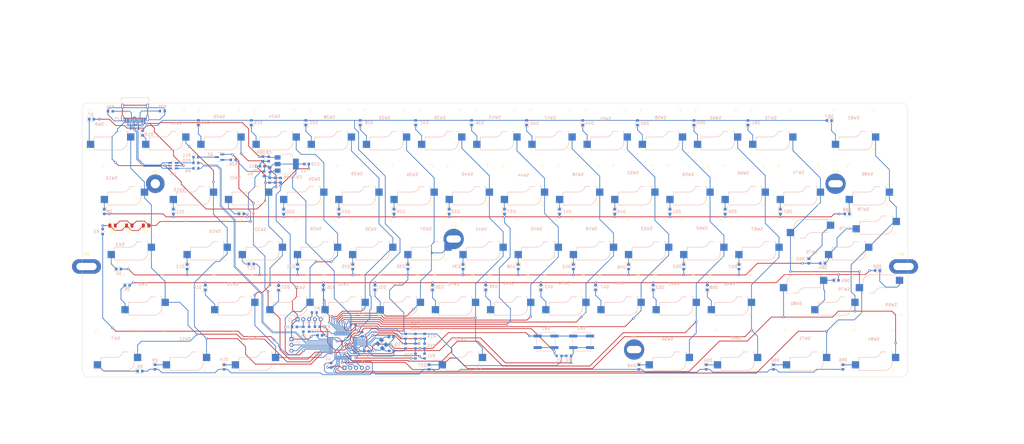
<source format=kicad_pcb>
(kicad_pcb (version 20211014) (generator pcbnew)
  (layers (0 "F.Cu" signal) (31 "B.Cu" signal) (34 "B.Paste" user) (35 "F.Paste" user) (36 "B.SilkS" user "B.Silkscreen") (37 "F.SilkS" user "F.Silkscreen") (38 "B.Mask" user) (39 "F.Mask" user) (44 "Edge.Cuts" user))
  (net 0 "")
  (net 1 "XTAL1")
  (net 2 "GND")
  (net 3 "XTAL2")
  (net 4 "+3.3V")
  (net 5 "VIN")
  (net 6 "Net-(C9-Pad1)")
  (net 7 "Net-(D1-Pad1)")
  (net 8 "Net-(D4-Pad1)")
  (net 9 "row3")
  (net 10 "Net-(D5-Pad1)")
  (net 11 "row4")
  (net 12 "Net-(D6-Pad1)")
  (net 13 "row5")
  (net 14 "Net-(D7-Pad1)")
  (net 15 "row1")
  (net 16 "Net-(D8-Pad1)")
  (net 17 "row2")
  (net 18 "Net-(D9-Pad1)")
  (net 19 "Net-(D10-Pad1)")
  (net 20 "Net-(D11-Pad1)")
  (net 21 "Net-(D12-Pad1)")
  (net 22 "Net-(D14-Pad1)")
  (net 23 "Net-(D15-Pad1)")
  (net 24 "Net-(D16-Pad1)")
  (net 25 "Net-(D17-Pad1)")
  (net 26 "Net-(D18-Pad1)")
  (net 27 "Net-(D19-Pad1)")
  (net 28 "Net-(D20-Pad1)")
  (net 29 "Net-(D21-Pad1)")
  (net 30 "Net-(D22-Pad1)")
  (net 31 "Net-(D23-Pad1)")
  (net 32 "Net-(D24-Pad1)")
  (net 33 "Net-(D25-Pad1)")
  (net 34 "Net-(D26-Pad1)")
  (net 35 "Net-(D27-Pad1)")
  (net 36 "Net-(D28-Pad1)")
  (net 37 "Net-(D29-Pad1)")
  (net 38 "Net-(D30-Pad1)")
  (net 39 "Net-(D31-Pad1)")
  (net 40 "Net-(D32-Pad1)")
  (net 41 "Net-(D33-Pad1)")
  (net 42 "Net-(D34-Pad1)")
  (net 43 "Net-(D35-Pad1)")
  (net 44 "Net-(D36-Pad1)")
  (net 45 "Net-(D37-Pad1)")
  (net 46 "Net-(D38-Pad1)")
  (net 47 "Net-(D39-Pad1)")
  (net 48 "Net-(D40-Pad1)")
  (net 49 "Net-(D41-Pad1)")
  (net 50 "Net-(D42-Pad1)")
  (net 51 "Net-(D43-Pad1)")
  (net 52 "Net-(D44-Pad1)")
  (net 53 "Net-(D45-Pad1)")
  (net 54 "Net-(D46-Pad1)")
  (net 55 "Net-(D47-Pad1)")
  (net 56 "Net-(D49-Pad1)")
  (net 57 "Net-(D50-Pad1)")
  (net 58 "Net-(D51-Pad1)")
  (net 59 "Net-(D52-Pad1)")
  (net 60 "Net-(D53-Pad1)")
  (net 61 "Net-(D54-Pad1)")
  (net 62 "Net-(D55-Pad1)")
  (net 63 "Net-(D56-Pad1)")
  (net 64 "Net-(D57-Pad1)")
  (net 65 "Net-(D58-Pad1)")
  (net 66 "Net-(D59-Pad1)")
  (net 67 "Net-(D60-Pad1)")
  (net 68 "Net-(D61-Pad1)")
  (net 69 "Net-(D62-Pad1)")
  (net 70 "Net-(D63-Pad1)")
  (net 71 "Net-(D64-Pad1)")
  (net 72 "Net-(D65-Pad1)")
  (net 73 "Net-(D66-Pad1)")
  (net 74 "Net-(D67-Pad1)")
  (net 75 "Net-(D68-Pad1)")
  (net 76 "DBG_SWCLK")
  (net 77 "DBG_SWDIO")
  (net 78 "DBG_RST")
  (net 79 "MCU_RX")
  (net 80 "MCU_TX")
  (net 81 "SCK")
  (net 82 "MOSI")
  (net 83 "MISO")
  (net 84 "BOOT0")
  (net 85 "RESET")
  (net 86 "CAPS_LED")
  (net 87 "USB_D-")
  (net 88 "USB_D+")
  (net 89 "SWCLK")
  (net 90 "SWDIO")
  (net 91 "PC15")
  (net 92 "PC14")
  (net 93 "PC13")
  (net 94 "col1")
  (net 95 "col2")
  (net 96 "col3")
  (net 97 "col4")
  (net 98 "col5")
  (net 99 "col6")
  (net 100 "col7")
  (net 101 "col8")
  (net 102 "col9")
  (net 103 "col10")
  (net 104 "col11")
  (net 105 "col12")
  (net 106 "col13")
  (net 107 "col14")
  (net 108 "Net-(J4-PadA5)")
  (net 109 "Net-(J4-PadA6)")
  (net 110 "Net-(J4-PadA7)")
  (net 111 "Net-(J4-PadB5)")
  (net 112 "Net-(U3-Pad6)")
  (net 113 "Net-(U3-Pad4)")
  (net 114 "USB_EN")
  (net 115 "Net-(J4-PadB8)")
  (net 116 "Net-(J4-PadA8)")
  (net 117 "Net-(R26-Pad1)")
  (net 118 "Net-(R11-Pad2)")
  (net 119 "PA1")
  (net 120 "PA4")
  (footprint "keyswitches:Kailh_socket_MX" (layer "F.Cu") (at 257.422 112.50182 180)
    (fp_text reference "SW53")
    (fp_text value "SW_Push" hide)
  )
  (footprint "keyswitches:Kailh_socket_MX" (layer "F.Cu") (at 83.59075 131.55055 180)
    (fp_text reference "SW5")
    (fp_text value "SW_Push" hide)
  )
  (footprint "keyswitches:Kailh_socket_MX" (layer "F.Cu") (at 311.94375 150.60055 180)
    (fp_text reference "SW71")
    (fp_text value "SW_Push" hide)
  )
  (footprint "keyswitches:Kailh_socket_MX" (layer "F.Cu") (at 124.072 112.50182 180)
    (fp_text reference "SW22")
    (fp_text value "SW_Push" hide)
  )
  (footprint "keyswitches:Kailh_socket_MX" (layer "F.Cu") (at 78.82952 112.50182 180)
    (fp_text reference "SW3")
    (fp_text value "SW_Push" hide)
  )
  (footprint "keyswitches:Kailh_socket_MX" (layer "F.Cu") (at 76.447 93.45182 180)
    (fp_text reference "SW10")
    (fp_text value "SW_Push" hide)
  )
  (footprint "keyswitches:Kailh_socket_MX" (layer "F.Cu") (at 336.00325 103.58769 180)
    (fp_text reference "SW78")
    (fp_text value "SW_Push" hide)
  )
  (footprint "keyswitches:Kailh_socket_MX" (layer "F.Cu") (at 97.87825 150.60055 180)
    (fp_text reference "SW11")
    (fp_text value "SW_Push" hide)
  )
  (footprint "keyswitches:Kailh_socket_MX" (layer "F.Cu") (at 252.6595 93.45182 180)
    (fp_text reference "SW52")
    (fp_text value "SW_Push" hide)
  )
  (footprint "keyswitches:Kailh_socket_MX" (layer "F.Cu") (at 109.7845 74.40182 180)
    (fp_text reference "SW20")
    (fp_text value "SW_Push" hide)
  )
  (footprint "keyswitches:Kailh_socket_MX" (layer "F.Cu") (at 266.947 131.55182 180)
    (fp_text reference "SW61")
    (fp_text value "SW_Push" hide)
  )
  (footprint "keyswitches:Kailh_socket_MX" (layer "F.Cu") (at 133.597 131.55182 180)
    (fp_text reference "SW27")
    (fp_text value "SW_Push" hide)
  )
  (footprint "keyswitches:Kailh_socket_MX" (layer "F.Cu") (at 166.9345 74.40182 180)
    (fp_text reference "SW35")
    (fp_text value "SW_Push" hide)
  )
  (footprint "LED_SMD:LED_0805_2012Metric" (layer "F.Cu") (at 78.76 107.56)
    (fp_text reference "D2")
    (fp_text value "LED" hide)
  )
  (footprint "keyswitches:Kailh_socket_MX" (layer "F.Cu") (at 326.47825 112.50182 180)
    (fp_text reference "SW76")
    (fp_text value "SW_Push" hide)
  )
  (footprint "keyswitches:Kailh_socket_MX" (layer "F.Cu") (at 71.6845 74.40055 180)
    (fp_text reference "SW9")
    (fp_text value "SW_Push" hide)
  )
  (footprint "MountingHole:MountingHole_3.2mm_M3_Pad_TopOnly" (layer "F.Cu") (at 346.0782 121.703)
    (fp_text reference "H6")
    (fp_text value "MountingHole" hide)
  )
  (footprint "LED_SMD:LED_0805_2012Metric" (layer "F.Cu") (at 84.57 107.54)
    (fp_text reference "D3")
    (fp_text value "LED" hide)
  )
  (footprint "keyswitches:Kailh_socket_MX" (layer "F.Cu") (at 281.2345 74.40182 180)
    (fp_text reference "SW65")
    (fp_text value "SW_Push" hide)
  )
  (footprint "keyswitches:Kailh_socket_MX" (layer "F.Cu") (at 157.4095 93.45182 180)
    (fp_text reference "SW29")
    (fp_text value "SW_Push" hide)
  )
  (footprint "keyswitches:Kailh_socket_MX" (layer "F.Cu") (at 181.222 112.50182 180)
    (fp_text reference "SW37")
    (fp_text value "SW_Push" hide)
  )
  (footprint "keyswitches:Kailh_socket_MX" (layer "F.Cu") (at 200.272 112.50182 180)
    (fp_text reference "SW41")
    (fp_text value "SW_Push" hide)
  )
  (footprint "keyswitches:Kailh_socket_MX" (layer "F.Cu") (at 114.547 131.55182 180)
    (fp_text reference "SW23")
    (fp_text value "SW_Push" hide)
  )
  (footprint "keyswitches:Kailh_socket_MX" (layer "F.Cu") (at 119.3095 93.45182 180)
    (fp_text reference "SW21")
    (fp_text value "SW_Push" hide)
  )
  (footprint "keyswitches:Kailh_socket_MX" (layer "F.Cu") (at 328.8595 74.40055 180)
    (fp_text reference "SW82")
    (fp_text value "SW_Push" hide)
  )
  (footprint "MountingHole:MountingHole_3.2mm_M3_Pad_TopOnly" (layer "F.Cu") (at 253.037 150.4018)
    (fp_text reference "H4")
    (fp_text value "MountingHole" hide)
  )
  (footprint "keyswitches:Kailh_socket_MX" (layer "F.Cu") (at 321.71702 131.55182 180)
    (fp_text reference "SW79")
    (fp_text value "SW_Push" hide)
  )
  (footprint "keyswitches:Kailh_socket_MX" (layer "F.Cu") (at 262.1845 74.40182 180)
    (fp_text reference "SW58")
    (fp_text value "SW_Push" hide)
  )
  (footprint "keyswitches:Kailh_socket_MX" (layer "F.Cu") (at 295.522 112.50182 180)
    (fp_text reference "SW67")
    (fp_text value "SW_Push" hide)
  )
  (footprint "keyswitches:Kailh_socket_MX" (layer "F.Cu") (at 138.3595 93.45182 180)
    (fp_text reference "SW25")
    (fp_text value "SW_Push" hide)
  )
  (footprint "keyswitches:Kailh_socket_MX" (layer "F.Cu") (at 121.69075 150.60055 180)
    (fp_text reference "SW18")
    (fp_text value "SW_Push" hide)
  )
  (footprint "keyswitches:Kailh_socket_MX" (layer "F.Cu") (at 271.7095 93.45182 180)
    (fp_text reference "SW59")
    (fp_text value "SW_Push" hide)
  )
  (footprint "keyswitches:Kailh_socket_MX" (layer "F.Cu") (at 209.797 131.55182 180)
    (fp_text reference "SW46")
    (fp_text value "SW_Push" hide)
  )
  (footprint "keyswitches:Kailh_socket_MX" (layer "F.Cu") (at 147.8845 74.40182 180)
    (fp_text reference "SW28")
    (fp_text value "SW_Push" hide)
  )
  (footprint "MountingHole:MountingHole_3.2mm_M3_Pad_TopOnly" (layer "F.Cu") (at 190.737 112.2018)
    (fp_text reference "H2")
    (fp_text value "MountingHole" hide)
  )
  (footprint "keyswitches:Kailh_socket_MX" (layer "F.Cu") (at 205.0345 74.40182 180)
    (fp_text reference "SW43")
    (fp_text value "SW_Push" hide)
  )
  (footprint "keyswitches:Kailh_socket_MX" (layer "F.Cu") (at 105.022 112.50182 180)
    (fp_text reference "SW16")
    (fp_text value "SW_Push" hide)
  )
  (footprint "keyswitches:Kailh_socket_MX" (layer "F.Cu") (at 100.2595 93.45182 180)
    (fp_text reference "SW15")
    (fp_text value "SW_Push" hide)
  )
  (footprint "keyswitches:Kailh_socket_MX" (layer "F.Cu") (at 74.06575 150.60055 180)
    (fp_text reference "SW7")
    (fp_text value "SW_Push" hide)
  )
  (footprint "keyswitches:Kailh_socket_MX" (layer "F.Cu") (at 152.647 131.55182 180)
    (fp_text reference "SW31")
    (fp_text value "SW_Push" hide)
  )
  (footprint "MountingHole:MountingHole_3.2mm_M3_Pad_TopOnly" (layer "F.Cu") (at 322.5869 93.1026)
    (fp_text reference "H3")
    (fp_text value "MountingHole" hide)
  )
  (footprint "keyswitches:Kailh_socket_MX" (layer "F.Cu") (at 185.9845 74.40182 180)
    (fp_text reference "SW39")
    (fp_text value "SW_Push" hide)
  )
  (footprint "keyswitches:Kailh_socket_MX" (layer "F.Cu") (at 314.572 112.50182)
    (fp_text reference "SW75")
    (fp_text value "SW_Push" hide)
  )
  (footprint "keyswitches:Kailh_socket_MX" (layer "F.Cu") (at 300.2845 74.40182 180)
    (fp_text reference "SW73")
    (fp_text value "SW_Push" hide)
  )
  (footprint "keyswitches:Kailh_socket_MX" (layer "F.Cu") (at 247.897 131.55182 180)
    (fp_text reference "SW54")
    (fp_text value "SW_Push" hide)
  )
  (footprint "keyswitches:Kailh_socket_MX" (layer "F.Cu") (at 276.472 112.50182 180)
    (fp_text reference "SW60")
    (fp_text value "SW_Push" hide)
  )
  (footprint "keyswitches:Kailh_socket_MX" (layer "F.Cu") (at 338.3845 131.55182)
    (fp_text reference "SW69")
    (fp_text value "SW_Push" hide)
  )
  (footprint "keyswitches:Kailh_socket_MX" (layer "F.Cu") (at 193.12825 150.60055 180)
    (fp_text reference "SW32")
    (fp_text value "SW_Push" hide)
  )
  (footprint "keyswitches:Kailh_socket_MX" (layer "F.Cu") (at 214.5595 93.45182 180)
    (fp_text reference "SW44")
    (fp_text value "SW_Push" hide)
  )
  (footprint "keyswitches:Kailh_socket_MX" (layer "F.Cu") (at 162.172 112.50182 180)
    (fp_text reference "SW30")
    (fp_text value "SW_Push" hide)
  )
  (footprint "keyswitches:Kailh_socket_MX" (layer "F.Cu") (at 224.0845 74.40182 180)
    (fp_text reference "SW47")
    (fp_text value "SW_Push" hide)
  )
  (footprint "keyswitches:Kailh_socket_MX" (layer "F.Cu") (at 335.75625 150.60055 180)
    (fp_text reference "SW84")
    (fp_text value "SW_Push" hide)
  )
  (footprint "keyswitches:Kailh_socket_MX" (layer "F.Cu") (at 171.697 131.55182 180)
    (fp_text reference "SW38")
    (fp_text value "SW_Push" hide)
  )
  (footprint "keyswitches:Kailh_socket_MX" (layer "F.Cu") (at 312.19075 131.55182)
    (fp_text reference "SW80")
    (fp_text value "SW_Push" hide)
  )
  (footprint "keyswitches:Kailh_socket_MX" (layer "F.Cu") (at 219.322 112.50182 180)
    (fp_text reference "SW45")
    (fp_text value "SW_Push" hide)
  )
  (footprint "LED_SMD:LED_0805_2012Metric" (layer "F.Cu") (at 73 107.56)
    (fp_text reference "D1")
    (fp_text value "LED" hide)
  )
  (footprint "keyswitches:Kailh_socket_MX" (layer "F.Cu") (at 309.8095 93.45182 180)
    (fp_text reference "SW74")
    (fp_text value "SW_Push" hide)
  )
  (footprint "keyswitches:Kailh_socket_MX" (layer "F.Cu") (at 333.622 93.45182 180)
    (fp_text reference "SW86")
    (fp_text value "SW_Push" hide)
  )
  (footprint "MountingHole:MountingHole_3.2mm_M3_Pad_TopOnly" (layer "F.Cu") (at 63.9959 121.703)
    (fp_text reference "H5")
    (fp_text value "MountingHole" hide)
  )
  (footprint "keyswitches:Kailh_socket_MX" (layer "F.Cu") (at 195.5095 93.45182 180)
    (fp_text reference "SW40")
    (fp_text value "SW_Push" hide)
  )
  (footprint "keyswitches:Kailh_socket_MX" (layer "F.Cu") (at 290.7595 93.45182 180)
    (fp_text reference "SW66")
    (fp_text value "SW_Push" hide)
  )
  (footprint "keyswitches:Kailh_socket_MX" (layer "F.Cu") (at 128.8345 74.40182 180)
    (fp_text reference "SW24")
    (fp_text value "SW_Push" hide)
  )
  (footprint "keyswitches:Kailh_socket_MX" (layer "F.Cu") (at 228.847 131.55182 180)
    (fp_text reference "SW50")
    (fp_text value "SW_Push" hide)
  )
  (footprint "keyswitches:Kailh_socket_MX" (layer "F.Cu") (at 288.13125 150.60055 180)
    (fp_text reference "SW62")
    (fp_text value "SW_Push" hide)
  )
  (footprint "keyswitches:Kailh_socket_MX" (layer "F.Cu") (at 190.747 131.55182 180)
    (fp_text reference "SW42")
    (fp_text value "SW_Push" hide)
  )
  (footprint "keyswitches:Kailh_socket_MX" (layer "F.Cu") (at 233.6095 93.45182 180)
    (fp_text reference "SW48")
    (fp_text value "SW_Push" hide)
  )
  (footprint "keyswitches:Kailh_socket_MX" (layer "F.Cu") (at 264.56575 150.60055 180)
    (fp_text reference "SW56")
    (fp_text value "SW_Push" hide)
  )
  (footprint "keyswitches:Kailh_socket_MX" (layer "F.Cu") (at 243.1345 74.40182 180)
    (fp_text reference "SW51")
    (fp_text value "SW_Push" hide)
  )
  (footprint "MountingHole:MountingHole_3.2mm_M3_Pad" (layer "F.Cu") (at 87.7363 93.1026)
    (fp_text reference "H1")
    (fp_text value "MountingHole" hide)
  )
  (footprint "keyswitches:Kailh_socket_MX" (layer "F.Cu") (at 238.372 112.50182 180)
    (fp_text reference "SW49")
    (fp_text value "SW_Push" hide)
  )
  (footprint "keyswitches:Kailh_socket_MX" (layer "F.Cu") (at 143.122 112.50182 180)
    (fp_text reference "SW26")
    (fp_text value "SW_Push" hide)
  )
  (footprint "keyswitches:Kailh_socket_MX" (layer "F.Cu") (at 90.7345 74.40055 180)
    (fp_text reference "SW14")
    (fp_text value "SW_Push" hide)
  )
  (footprint "keyswitches:Kailh_socket_MX" (layer "F.Cu") (at 176.4595 93.45182 180)
    (fp_text reference "SW36")
    (fp_text value "SW_Push" hide)
  )
  (footprint "keyswitches:Kailh_socket_MX" (layer "F.Cu") (at 285.997 131.55182 180)
    (fp_text reference "SW68")
    (fp_text value "SW_Push" hide)
  )
  (footprint "Diode_SMD:D_0603_1608Metric" (layer "B.Cu") (at 196.93 71.98 90)
    (fp_text reference "D36")
    (fp_text value "1N4148" hide)
  )
  (footprint "Diode_SMD:D_0603_1608Metric" (layer "B.Cu") (at 70.15 102.7225 -90)
    (fp_text reference "D8")
    (fp_text value "1N4148" hide)
  )
  (footprint "Diode_SMD:D_0603_1608Metric" (layer "B.Cu") (at 177.63 71.98 90)
    (fp_text reference "D32")
    (fp_text value "1N4148" hide)
  )
  (footprint "Diode_SMD:D_0603_1608Metric" (layer "B.Cu") (at 292.32 72.01 90)
    (fp_text reference "D61")
    (fp_text value "1N4148" hide)
  )
  (footprint "Diode_SMD:D_0603_1608Metric" (layer "B.Cu") (at 132.05 102.74 -90)
    (fp_text reference "D20")
    (fp_text value "1N4148" hide)
  )
  (footprint "Diode_SMD:D_0603_1608Metric" (layer "B.Cu") (at 337.05 123.1 180)
    (fp_text reference "D59")
    (fp_text value "1N4148" hide)
  )
  (footprint "Diode_SMD:D_0603_1608Metric" (layer "B.Cu") (at 232.07 121.81 -90)
    (fp_text reference "D42")
    (fp_text value "1N4148" hide)
  )
  (footprint "Diode_SMD:D_0603_1608Metric" (layer "B.Cu") (at 270.17 121.81 -90)
    (fp_text reference "D52")
    (fp_text value "1N4148" hide)
  )
  (footprint "Diode_SMD:D_0603_1608Metric" (layer "B.Cu") (at 98.74 121.81 -90)
    (fp_text reference "D12")
    (fp_text value "1N4148" hide)
  )
  (footprint "NetTie:NetTie-2_SMD_Pad0.5mm" (layer "B.Cu") (at 79.29 73.76 -90)
    (fp_text reference "H8" hide)
    (fp_text value "MountingHole_Pad" hide)
  )
  (footprint "Diode_SMD:D_0603_1608Metric" (layer "B.Cu") (at 235.31 72 90)
    (fp_text reference "D44")
    (fp_text value "1N4148" hide)
  )
  (footprint "Capacitor_SMD:C_0603_1608Metric" (layer "B.Cu") (at 156.05 141.74)
    (fp_text reference "C7")
    (fp_text value "100nF" hide)
  )
  (footprint "Diode_SMD:D_0603_1608Metric" (layer "B.Cu") (at 208.29 102.7225 -90)
    (fp_text reference "D37")
    (fp_text value "1N4148" hide)
  )
  (footprint "Diode_SMD:D_0603_1608Metric" (layer "B.Cu") (at 303.54 102.7225 -90)
    (fp_text reference "D62")
    (fp_text value "1N4148" hide)
  )
  (footprint "Diode_SMD:D_0603_1608Metric" (layer "B.Cu") (at 83.36 75.56 90)
    (fp_text reference "D10")
    (fp_text value "1N4148" hide)
  )
  (footprint "Button_Switch_SMD:SW_Push_1P1T_NO_CK_KSC6xxJ" (layer "B.Cu") (at 222.64 147.73 180)
    (fp_text reference "SW1")
    (fp_text value "SW_Push" hide)
  )
  (footprint "Resistor_SMD:R_0603_1608Metric" (layer "B.Cu") (at 69.58 109.65 -90)
    (fp_text reference "R3")
    (fp_text value "300" hide)
  )
  (footprint "Diode_SMD:D_0603_1608Metric" (layer "B.Cu") (at 78.07 128.21)
    (fp_text reference "D5")
    (fp_text value "1N4148" hide)
  )
  (footprint "Resistor_SMD:R_0603_1608Metric" (layer "B.Cu") (at 72.22 68.04 180)
    (fp_text reference "R24")
    (fp_text value "5.1K" hide)
  )
  (footprint "Diode_SMD:D_0603_1608Metric" (layer "B.Cu") (at 301.16 156.47 -90)
    (fp_text reference "D60")
    (fp_text value "1N4148" hide)
  )
  (footprint "Diode_SMD:D_0603_1608Metric" (layer "B.Cu") (at 220.85 128.95 90)
    (fp_text reference "D43")
    (fp_text value "1N4148" hide)
  )
  (footprint "Resistor_SMD:R_0603_1608Metric" (layer "B.Cu") (at 101.75 85.89)
    (fp_text reference "R10")
    (fp_text value "22" hide)
  )
  (footprint "Diode_SMD:D_0603_1608Metric" (layer "B.Cu") (at 322.82 126.48)
    (fp_text reference "D65")
    (fp_text value "1N4148" hide)
  )
  (footprint "Diode_SMD:D_0603_1608Metric" (layer "B.Cu") (at 273.72 72.01 90)
    (fp_text reference "D55")
    (fp_text value "1N4148" hide)
  )
  (footprint "Diode_SMD:D_0603_1608Metric" (layer "B.Cu") (at 87.66 156.45 -90)
    (fp_text reference "D9")
    (fp_text value "1N4148" hide)
  )
  (footprint "Diode_SMD:D_0603_1608Metric" (layer "B.Cu") (at 254.68 156.4625 -90)
    (fp_text reference "D49")
    (fp_text value "1N4148" hide)
  )
  (footprint "Diode_SMD:D_0603_1608Metric" (layer "B.Cu") (at 201.82 128.95 90)
    (fp_text reference "D39")
    (fp_text value "1N4148" hide)
  )
  (footprint "Diode_SMD:D_0603_1608Metric" (layer "B.Cu") (at 174.93 121.81 -90)
    (fp_text reference "D30")
    (fp_text value "1N4148" hide)
  )
  (footprint "Capacitor_SMD:C_0603_1608Metric" (layer "B.Cu") (at 169.2 146.06)
    (fp_text reference "C1")
    (fp_text value "22pF" hide)
  )
  (footprint "Diode_SMD:D_0603_1608Metric" (layer "B.Cu") (at 277.92 156.45 -90)
    (fp_text reference "D54")
    (fp_text value "1N4148" hide)
  )
  (footprint "Diode_SMD:D_0603_1608Metric" (layer "B.Cu") (at 254.2 72.01 90)
    (fp_text reference "D50")
    (fp_text value "1N4148" hide)
  )
  (footprint "Diode_SMD:D_0603_1608Metric" (layer "B.Cu") (at 65.73 70.81)
    (fp_text reference "D7")
    (fp_text value "1N4148" hide)
  )
  (footprint "Capacitor_SMD:C_0603_1608Metric" (layer "B.Cu") (at 159.08 145.15 90)
    (fp_text reference "C3")
    (fp_text value "1uF" hide)
  )
  (footprint "Resistor_SMD:R_0603_1608Metric" (layer "B.Cu") (at 101.75 83.9)
    (fp_text reference "R11")
    (fp_text value "1.5K" hide)
  )
  (footprint "Diode_SMD:D_0603_1608Metric" (layer "B.Cu") (at 158.48 71.98 90)
    (fp_text reference "D28")
    (fp_text value "1N4148" hide)
  )
  (footprint "Capacitor_SMD:C_0603_1608Metric" (layer "B.Cu") (at 148.43 155.84 -90)
    (fp_text reference "C5")
    (fp_text value "100nF" hide)
  )
  (footprint "Diode_SMD:D_0603_1608Metric" (layer "B.Cu") (at 320.4 71.23 180)
    (fp_text reference "D67")
    (fp_text value "1N4148" hide)
  )
  (footprint "Diode_SMD:D_0603_1608Metric" (layer "B.Cu") (at 82.46 157.87)
    (fp_text reference "D6")
    (fp_text value "1N4148" hide)
  )
  (footprint "Resistor_SMD:R_0603_1608Metric" (layer "B.Cu") (at 90.18 67.97)
    (fp_text reference "R25")
    (fp_text value "5.1K" hide)
  )
  (footprint "Resistor_SMD:R_0603_1608Metric" (layer "B.Cu") (at 125.26 89.66 -90)
    (fp_text reference "R4")
    (fp_text value "240R/5%" hide)
  )
  (footprint "Capacitor_SMD:C_0603_1608Metric" (layer "B.Cu") (at 144.56 145.47 180)
    (fp_text reference "C6")
    (fp_text value "100nF" hide)
  )
  (footprint "Resistor_SMD:R_0603_1608Metric" (layer "B.Cu") (at 135.77 142.575)
    (fp_text reference "R8")
    (fp_text value "10K" hide)
  )
  (footprint "Connector_PinHeader_2.00mm:PinHeader_1x05_P2.00mm_Vertical" (layer "B.Cu") (at 136.84 139.965 -90)
    (fp_text reference "J1")
    (fp_text value "Debugger" hide)
  )
  (footprint "Resistor_SMD:R_0603_1608Metric" (layer "B.Cu") (at 140.85 143.375 -90)
    (fp_text reference "R13")
    (fp_text value "0" hide)
  )
  (footprint "Diode_SMD:D_0603_1608Metric" (layer "B.Cu") (at 227.29 102.7225 -90)
    (fp_text reference "D41")
    (fp_text value "1N4148" hide)
  )
  (footprint "Diode_SMD:D_0603_1608Metric" (layer "B.Cu") (at 155.89 121.81 -90)
    (fp_text reference "D25")
    (fp_text value "1N4148" hide)
  )
  (footprint "Diode_SMD:D_0603_1608Metric" (layer "B.Cu") (at 136.84 121.81 -90)
    (fp_text reference "D21")
    (fp_text value "1N4148" hide)
  )
  (footprint "Diode_SMD:D_0603_1608Metric" (layer "B.Cu") (at 318.11 120.61 180)
    (fp_text reference "D64")
    (fp_text value "1N4148" hide)
  )
  (footprint "Diode_SMD:D_0603_1608Metric" (layer "B.Cu") (at 278.33 128.95 90)
    (fp_text reference "D58")
    (fp_text value "1N4148" hide)
  )
  (footprint "Diode_SMD:D_0603_1608Metric" (layer "B.Cu") (at 326.56 103.53 180)
    (fp_text reference "D68")
    (fp_text value "1N4148" hide)
  )
  (footprint "Diode_SMD:D_0603_1608Metric" (layer "B.Cu") (at 183.45 128.95 90)
    (fp_text reference "D35")
    (fp_text value "1N4148" hide)
  )
  (footprint "Resistor_SMD:R_0603_1608Metric" (layer "B.Cu") (at 138.84 143.365 -90)
    (fp_text reference "R14")
    (fp_text value "0" hide)
  )
  (footprint "Diode_SMD:D_0603_1608Metric" (layer "B.Cu") (at 289.23 121.81 -90)
    (fp_text reference "D57")
    (fp_text value "1N4148" hide)
  )
  (footprint "Diode_SMD:D_0603_1608Metric" (layer "B.Cu") (at 145.77 128.95 90)
    (fp_text reference "D26")
    (fp_text value "1N4148" hide)
  )
  (footprint "Capacitor_SMD:C_0603_1608Metric" (layer "B.Cu") (at 124.67 87.05 180)
    (fp_text reference "C11")
    (fp_text value "100nF/16v" hide)
  )
  (footprint "Diode_SMD:D_0603_1608Metric" (layer "B.Cu") (at 102.62 71.9625 90)
    (fp_text reference "D15")
    (fp_text value "1N4148" hide)
  )
  (footprint "Button_Switch_SMD:SW_Push_1P1T_NO_CK_KSC6xxJ" (layer "B.Cu") (at 234.93 147.73 180)
    (fp_text reference "SW2")
    (fp_text value "SW_Push" hide)
  )
  (footprint "Diode_SMD:D_0603_1608Metric" (layer "B.Cu") (at 117.4625 103.5)
    (fp_text reference "D16")
    (fp_text value "1N4148" hide)
  )
  (footprint "Resistor_SMD:R_0603_1608Metric" (layer "B.Cu") (at 177.54 152.66 -90)
    (fp_text reference "R22")
    (fp_text value "10K" hide)
  )
  (footprint "Resistor_SMD:R_0603_1608Metric" (layer "B.Cu") (at 177.54 145.81 -90)
    (fp_text reference "R17")
    (fp_text value "10K" hide)
  )
  (footprint "Capacitor_SMD:C_0603_1608Metric" (layer "B.Cu") (at 126.89 84.54 -90)
    (fp_text reference "C8")
    (fp_text value "100nF/16v" hide)
  )
  (footprint "Diode_SMD:D_0603_1608Metric" (layer "B.Cu") (at 151.13 102.7225 -90)
    (fp_text reference "D24")
    (fp_text value "1N4148" hide)
  )
  (footprint "Resistor_SMD:R_0603_1608Metric" (layer "B.Cu") (at 142.63 137.62 180)
    (fp_text reference "R7")
    (fp_text value "10K" hide)
  )
  (footprint "Diode_SMD:D_0603_1608Metric" (layer "B.Cu") (at 239.75 128.95 90)
    (fp_text reference "D47")
    (fp_text value "1N4148" hide)
  )
  (footprint "Diode_SMD:D_0603_1608Metric" (layer "B.Cu") (at 182.24 156.45 -90)
    (fp_text reference "D27")
    (fp_text value "1N4148" hide)
  )
  (footprint "Resistor_SMD:R_0603_1608Metric" (layer "B.Cu") (at 129.1 91.885 -90)
    (fp_text reference "R5")
    (fp_text value "820R/5%" hide)
  )
  (footprint "Diode_SMD:D_0603_1608Metric" (layer "B.Cu") (at 265.4 102.7225 -90)
    (fp_text reference "D51")
    (fp_text value "1N4148" hide)
  )
  (footprint "Capacitor_SMD:C_0603_1608Metric" (layer "B.Cu") (at 130.96 91.885 -90)
    (fp_text reference "C9")
    (fp_text value "10uF/16v" hide)
  )
  (footprint "Resistor_SMD:R_0603_1608Metric" (layer "B.Cu") (at 230.48 152.59)
    (fp_text reference "R2")
    (fp_text value "10K" hide)
  )
  (footprint "Diode_SMD:D_0603_1608Metric" (layer "B.Cu") (at 189.21 102.7225 -90)
    (fp_text reference "D33")
    (fp_text value "1N4148" hide)
  )
  (footprint "Diode_SMD:D_0603_1608Metric" (layer "B.Cu") (at 215.91 71.98 90)
    (fp_text reference "D40")
    (fp_text value "1N4148" hide)
  )
  (footprint "Capacitor_SMD:C_0603_1608Metric" (layer "B.Cu") (at 160.64 150.97)
    (fp_text reference "C4")
    (fp_text value "100nF" hide)
  )
  (footprint "Resistor_SMD:R_0603_1608Metric" (layer "B.Cu") (at 127.22 91.895 -90)
    (fp_text reference "R6")
    (fp_text value "820R/5%" hide)
  )
  (footprint "Package_QFP:LQFP-48_7x7mm_P0.5mm" (layer "B.Cu") (at 152.52 149.04 180)
    (fp_text reference "U1")
    (fp_text value "STM32F103CBTx" hide)
  )
  (footprint "Connector_PinHeader_2.00mm:PinHeader_1x05_P2.00mm_Vertical" (layer "B.Cu") (at 153.06 156.72 -90)
    (fp_text reference "J3")
    (fp_text value "SPI" hide)
  )
  (footprint "Resistor_SMD:R_0603_1608Metric" (layer "B.Cu") (at 174.16 145.81 -90)
    (fp_text reference "R15")
    (fp_text value "10K" hide)
  )
  (footprint "Diode_SMD:D_0603_1608Metric" (layer "B.Cu") (at 111.52 156.46 -90)
    (fp_text reference "D14")
    (fp_text value "1N4148" hide)
  )
  (footprint "Resistor_SMD:R_0603_1608Metric" (layer "B.Cu") (at 114.66 84.85)
    (fp_text reference "R26")
    (fp_text value "10K" hide)
  )
  (footprint "Diode_SMD:D_0603_1608Metric" (layer "B.Cu") (at 105.02 128.97 90)
    (fp_text reference "D18")
    (fp_text value "1N4148" hide)
  )
  (footprint "Resistor_SMD:R_0603_1608Metric" (layer "B.Cu") (at 180.72 152.66 -90)
    (fp_text reference "R21")
    (fp_text value "10K" hide)
  )
  (footprint "Resistor_SMD:R_0603_1608Metric" (layer "B.Cu") (at 180.72 149.195 -90)
    (fp_text reference "R20")
    (fp_text value "10K" hide)
  )
  (footprint "Diode_SMD:D_0603_1608Metric" (layer "B.Cu") (at 251.13 121.81 -90)
    (fp_text reference "D46")
    (fp_text value "1N4148" hide)
  )
  (footprint "Diode_SMD:D_0603_1608Metric" (layer "B.Cu") (at 213.03 121.81 -90)
    (fp_text reference "D38")
    (fp_text value "1N4148" hide)
  )
  (footprint "Connector_USB:USB_C_Receptacle_HRO_TYPE-C-31-M-12" (layer "B.Cu") (at 80.7466 67.3)
    (fp_text reference "J4")
    (fp_text value "USB_C_Receptacle_USB2.0" hide)
  )
  (footprint "Resistor_SMD:R_0603_1608Metric" (layer "B.Cu") (at 180.72 145.81 -90)
    (fp_text reference "R19")
    (fp_text value "10K" hide)
  )
  (footprint "Resistor_SMD:R_0603_1608Metric" (layer "B.Cu") (at 174.16 149.195 -90)
    (fp_text reference "R16")
    (fp_text value "10K" hide)
  )
  (footprint "Diode_SMD:D_0603_1608Metric" (layer "B.Cu") (at 120.9 120.83)
    (fp_text reference "D17")
    (fp_text value "1N4148" hide)
  )
  (footprint "Resistor_SMD:R_0603_1608Metric" (layer "B.Cu") (at 143.67 142.52)
    (fp_text reference "R12")
    (fp_text value "0" hide)
  )
  (footprint "Package_TO_SOT_SMD:SOT-23" (layer "B.Cu") (at 109.95 83.9 180)
    (fp_text reference "Q1")
    (fp_text value "Q_NMOS_GSD" hide)
  )
  (footprint "Diode_SMD:D_0603_1608Metric" (layer "B.Cu") (at 139.69 71.98 90)
    (fp_text reference "D23")
    (fp_text value "1N4148" hide)
  )
  (footprint "NetTie:NetTie-2_SMD_Pad0.5mm" (layer "B.Cu") (at 81.95 73.92 -90)
    (fp_text reference "H7" hide)
    (fp_text value "MountingHole_Pad" hide)
  )
  (footprint "Diode_SMD:D_0603_1608Metric" (layer "B.Cu") (at 120.9 71.98 90)
    (fp_text reference "D19")
    (fp_text value "1N4148" hide)
  )
  (footprint "Resistor_SMD:R_0603_1608Metric" (layer "B.Cu") (at 177.54 149.195 -90)
    (fp_text reference "R18")
    (fp_text value "10K" hide)
  )
  (footprint "Crystal:Crystal_SMD_TXC_7M-4Pin_3.2x2.5mm" (layer "B.Cu") (at 165.98 148.56 -45)
    (fp_text reference "X1")
    (fp_text value "Crystal_GND24" hide)
  )
  (footprint "Diode_SMD:D_0603_1608Metric" (layer "B.Cu") (at 93.99 102.7225 -90)
    (fp_text reference "D11")
    (fp_text value "1N4148" hide)
  )
  (footprint "Diode_SMD:D_0603_1608Metric" (layer "B.Cu") (at 130.31 129.09 90)
    (fp_text reference "D22")
    (fp_text value "1N4148" hide)
  )
  (footprint "Diode_SMD:D_0603_1608Metric" (layer "B.Cu") (at 325.12 156.46 -90)
    (fp_text reference "D66")
    (fp_text value "1N4148" hide)
  )
  (footprint "Diode_SMD:D_0603_1608Metric" (layer "B.Cu") (at 124.85 84.53 -90)
    (fp_text reference "D69")
    (fp_text value "6.3V/100V" hide)
  )
  (footprint "Diode_SMD:D_0603_1608Metric" (layer "B.Cu") (at 170.15 102.7225 -90)
    (fp_text reference "D29")
    (fp_text value "1N4148" hide)
  )
  (footprint "Diode_SMD:D_0603_1608Metric" (layer "B.Cu") (at 246.35 102.7225 -90)
    (fp_text reference "D45")
    (fp_text value "1N4148" hide)
  )
  (footprint "Resistor_SMD:R_0603_1608Metric" (layer "B.Cu") (at 101.75 87.78)
    (fp_text reference "R9")
    (fp_text value "22" hide)
  )
  (footprint "Package_TO_SOT_SMD:SOT-23-6" (layer "B.Cu") (at 93.9925 86.83)
    (fp_text reference "U3")
    (fp_text value "USBLC6-2SC6" hide)
  )
  (footprint "Diode_SMD:D_0603_1608Metric" (layer "B.Cu") (at 259.64 128.95 90)
    (fp_text reference "D53")
    (fp_text value "1N4148" hide)
  )
  (footprint "Connector_PinHeader_2.00mm:PinHeader_1x03_P2.00mm_Vertical" (layer "B.Cu") (at 134.75 146.8 180)
    (fp_text reference "J2")
    (fp_text value "USART" hide)
  )
  (footprint "Resistor_SMD:R_0603_1608Metric" (layer "B.Cu") (at 227.13 152.59 180)
    (fp_text reference "R1")
    (fp_text value "10K" hide)
  )
  (footprint "Package_TO_SOT_SMD:SOT-223-3_TabPin2" (layer "B.Cu") (at 133.12 86.3)
    (fp_text reference "U2")
    (fp_text value "LM317_SOT-223" hide)
  )
  (footprint "Diode_SMD:D_0603_1608Metric" (layer "B.Cu") (at 75.09 122.59)
    (fp_text reference "D4")
    (fp_text value "1N4148" hide)
  )
  (footprint "Diode_SMD:D_0603_1608Metric" (layer "B.Cu") (at 193.97 121.81 -90)
    (fp_text reference "D34")
    (fp_text value "1N4148" hide)
  )
  (footprint "Diode_SMD:D_0603_1608Metric" (layer "B.Cu") (at 313.35 119.81 -90)
    (fp_text reference "D63")
    (fp_text value "1N4148" hide)
  )
  (footprint "Capacitor_SMD:C_0603_1608Metric" (layer "B.Cu") (at 169.31 150.88)
    (fp_text reference "C2")
    (fp_text value "22pF" hide)
  )
  (footprint "Diode_SMD:D_0603_1608Metric" (layer "B.Cu") (at 163.59 128.95 90)
    (fp_text reference "D31")
    (fp_text value "1N4148" hide)
  )
  (footprint "Capacitor_SMD:C_0603_1608Metric" (layer "B.Cu") (at 139.97 86.29)
    (fp_text reference "C10")
    (fp_text value "100uF/16v" hide)
  )
  (footprint "Diode_SMD:D_0603_1608Metric" (layer "B.Cu") (at 127.3 88.31 -90)
    (fp_text reference "D70")
    (fp_text value "1SS355TE" hide)
  )
  (footprint "Diode_SMD:D_0603_1608Metric" (layer "B.Cu") (at 284.49 102.7225 -90)
    (fp_text reference "D56")
    (fp_text value "1N4148" hide)
  )
  (gr_arc (start 62.537 67.2006) (mid 63.123211 65.787162) (end 64.537 65.2018) (layer "Edge.Cuts") (width 0.0991))
  (gr_line locked (start 345.537 159.8018) (end 64.537 159.8018) (layer "Edge.Cuts") (width 0.0991))
  (gr_line locked (start 347.537 67.19) (end 347.537 157.83) (layer "Edge.Cuts") (width 0.0991))
  (gr_line locked (start 64.537 65.2018) (end 345.537 65.2018) (layer "Edge.Cuts") (width 0.0991))
  (gr_line locked (start 62.537 157.803) (end 62.537 67.2006) (layer "Edge.Cuts") (width 0.0991))
  (gr_arc (start 347.537 157.83) (mid 346.941279 159.22596) (end 345.537 159.8018) (layer "Edge.Cuts") (width 0.1))
  (gr_arc (start 345.537 65.2018) (mid 346.94705 65.783416) (end 347.537 67.19) (layer "Edge.Cuts") (width 0.0991))
  (gr_arc (start 64.537 159.8018) (mid 63.12321 159.216438) (end 62.537 157.803) (layer "Edge.Cuts") (width 0.0991))
  (segment (start 156.6825 148.29) (end 161.94 148.29) (width 0.25) (layer "B.Cu") (net 1))
  (segment (start 165.803223 147.176777) (end 165.803223 147.181142) (width 0.25) (layer "B.Cu") (net 1))
  (segment (start 166.92 146.06) (end 165.803223 147.176777) (width 0.25) (layer "B.Cu") (net 1))
  (segment (start 161.94 148.29) (end 163.72 146.51) (width 0.25) (layer "B.Cu") (net 1))
  (segment (start 165.132081 146.51) (end 165.803223 147.181142) (width 0.25) (layer "B.Cu") (net 1))
  (segment (start 163.72 146.51) (end 165.132081 146.51) (width 0.25) (layer "B.Cu") (net 1))
  (segment (start 168.425 146.06) (end 166.92 146.06) (width 0.25) (layer "B.Cu") (net 1))
  (segment (start 168.87 148.54) (end 169.08 148.75) (width 0.25) (layer "F.Cu") (net 2))
  (segment (start 96.709346 92.476846) (end 96.709346 93.269346) (width 0.25) (layer "F.Cu") (net 2))
  (segment (start 91.0625 86.83) (end 96.709346 92.476846) (width 0.25) (layer "F.Cu") (net 2))
  (segment (start 183.45 150.02) (end 188.93 144.54) (width 0.25) (layer "F.Cu") (net 2))
  (segment (start 156.51 143.63) (end 153.535 146.605) (width 0.25) (layer "F.Cu") (net 2))
  (segment (start 125.75 90.26) (end 125.75 92.72) (width 0.25) (layer "F.Cu") (net 2))
  (segment (start 135.09 133.59) (end 135.09 136.66) (width 0.25) (layer "F.Cu") (net 2))
  (segment (start 147.21 156.61) (end 148.72 156.61) (width 0.25) (layer "F.Cu") (net 2))
  (segment (start 136.52 132.16) (end 135.09 133.59) (width 0.25) (layer "F.Cu") (net 2))
  (segment (start 85.0666 69.58) (end 84.773807 69.872793) (width 0.25) (layer "F.Cu") (net 2))
  (segment (start 152.28 147.86) (end 152.64 147.5) (width 0.25) (layer "F.Cu") (net 2))
  (segment (start 150.46 147.5) (end 152.64 147.5) (width 0.25) (layer "F.Cu") (net 2))
  (segment (start 85.0666 70.13) (end 84.773807 70.422793) (width 0.25) (layer "F.Cu") (net 2))
  (segment (start 134.75 146.8) (end 140.69 146.8) (width 0.25) (layer "F.Cu") (net 2))
  (segment (start 152.28 149.77) (end 152.28 147.86) (width 0.25) (layer "F.Cu") (net 2))
  (segment (start 170.35 150.02) (end 179.07 150.02) (width 0.25) (layer "F.Cu") (net 2))
  (segment (start 157.15 143.63) (end 156.51 143.63) (width 0.25) (layer "F.Cu") (net 2))
  (segment (start 96.709346 93.269346) (end 105.28 101.84) (width 0.25) (layer "F.Cu") (net 2))
  (segment (start 122.54 87.05) (end 125.75 90.26) (width 0.25) (layer "F.Cu") (net 2))
  (segment (start 125.75 98.95) (end 125.75 92.72) (width 0.25) (layer "F.Cu") (net 2))
  (segment (start 136.84 138.41) (end 136.84 139.965) (width 0.25) (layer "F.Cu") (net 2))
  (segment (start 215.68 144.54) (end 216.87 145.73) (width 0.25) (layer "F.Cu") (net 2))
  (segment (start 76.4266 70.13) (end 76.4266 65.95) (width 0.25) (layer "F.Cu") (net 2))
  (segment (start 136.785 139.965) (end 134.75 142) (width 0.25) (layer "F.Cu") (net 2))
  (segment (start 152.64 147.5) (end 153.535 146.605) (width 0.25) (layer "F.Cu") (net 2))
  (segment (start 73.95 85.72) (end 75.06 86.83) (width 0.25) (layer "F.Cu") (net 2))
  (segment (start 134.75 142) (end 134.75 146.8) (width 0.25) (layer "F.Cu") (net 2))
  (segment (start 169.08 148.75) (end 170.35 150.02) (width 0.25) (layer "F.Cu") (net 2))
  (segment (start 149.17 156.16) (end 151.47 156.16) (width 0.25) (layer "F.Cu") (net 2))
  (segment (start 151.47 156.16) (end 152.03 156.72) (width 0.25) (layer "F.Cu") (net 2))
  (segment (start 136.82 87.89) (end 130.96 93.75) (width 0.25) (layer "F.Cu") (net 2))
  (segment (start 152.95 149.1) (end 152.28 149.77) (width 0.25) (layer "F.Cu") (net 2))
  (segment (start 179.07 150.02) (end 183.45 150.02) (width 0.25) (layer "F.Cu") (net 2))
  (segment (start 148.72 156.61) (end 149.17 156.16) (width 0.25) (layer "F.Cu") (net 2))
  (segment (start 76.719393 70.332793) (end 76.4266 70.04) (width 0.25) (layer "F.Cu") (net 2))
  (segment (start 163.5 148.54) (end 168.87 148.54) (width 0.25) (layer "F.Cu") (net 2))
  (segment (start 152.03 156.72) (end 153.06 156.72) (width 0.25) (layer "F.Cu") (net 2))
  (segment (start 163.22 148.82) (end 163.5 148.54) (width 0.25) (layer "F.Cu") (net 2))
  (segment (start 136.52 128.99) (end 136.52 132.16) (width 0.25) (layer "F.Cu") (net 2))
  (segment (start 76.4266 65.95) (end 85.0666 65.95) (width 0.25) (layer "F.Cu") (net 2))
  (segment (start 73.95 85.71) (end 73.95 85.72) (width 0.25) (layer "F.Cu") (net 2))
  (segment (start 85.0666 70.04) (end 84.773807 70.332793) (width 0.25) (layer "F.Cu") (net 2))
  (segment (start 162.7 150.96) (end 157.49 150.96) (width 0.25) (layer "F.Cu") (net 2))
  (segment (start 84.773807 70.422793) (end 76.719393 70.422793) (width 0.25) (layer "F.Cu") (net 2))
  (segment (start 163.22 148.82) (end 162.7 149.34) (width 0.25) (layer "F.Cu") (net 2))
  (segment (start 105.28 101.84) (end 122.86 101.84) (width 0.25) (layer "F.Cu") (net 2))
  (segment (start 136.84 139.965) (end 136.785 139.965) (width 0.25) (layer "F.Cu") (net 2))
  (segment (start 140.69 146.8) (end 141.53 145.96) (width 0.25) (layer "F.Cu") (net 2))
  (segment (start 135.09 136.66) (end 136.84 138.41) (width 0.25) (layer "F.Cu") (net 2))
  (segment (start 188.93 144.54) (end 215.68 144.54) (width 0.25) (layer "F.Cu") (net 2))
  (segment (start 76.719393 70.422793) (end 76.4266 70.13) (width 0.25) (layer "F.Cu") (net 2))
  (segment (start 157.49 150.96) (end 155.63 149.1) (width 0.25) (layer "F.Cu") (net 2))
  (segment (start 155.63 149.1) (end 152.95 149.1) (width 0.25) (layer "F.Cu") (net 2))
  (segment (start 140.74 87.89) (end 136.82 87.89) (width 0.25) (layer "F.Cu") (net 2))
  (segment (start 122.86 101.84) (end 125.75 98.95) (width 0.25) (layer "F.Cu") (net 2))
  (segment (start 75.06 86.83) (end 91.0625 86.83) (width 0.25) (layer "F.Cu") (net 2))
  (segment (start 162.7 149.34) (end 162.7 150.96) (width 0.25) (layer "F.Cu") (net 2))
  (segment (start 85.0666 65.95) (end 85.0666 70.13) (width 0.25) (layer "F.Cu") (net 2))
  (via (at 125.75 92.72) (size 0.8) (drill 0.4) (layers "F.Cu" "B.Cu") (net 2))
  (via (at 216.87 145.73) (size 0.8) (drill 0.4) (layers "F.Cu" "B.Cu") (net 2))
  (via (at 130.96 93.75) (size 0.8) (drill 0.4) (layers "F.Cu" "B.Cu") (net 2))
  (via (at 162.7 150.96) (size 0.8) (drill 0.4) (layers "F.Cu" "B.Cu") (net 2))
  (via (at 152.28 149.77) (size 0.8) (drill 0.4) (layers "F.Cu" "B.Cu") (net 2))
  (via (at 163.22 148.82) (size 0.8) (drill 0.4) (layers "F.Cu" "B.Cu") (net 2))
  (via (at 73.95 85.71) (size 0.8) (drill 0.4) (layers "F.Cu" "B.Cu") (net 2))
  (via (at 141.53 145.96) (size 0.8) (drill 0.4) (layers "F.Cu" "B.Cu") (net 2))
  (via (at 157.15 143.63) (size 0.8) (drill 0.4) (layers "F.Cu" "B.Cu") (net 2))
  (via (at 147.21 156.61) (size 0.8) (drill 0.4) (layers "F.Cu" "B.Cu") (net 2))
  (via (at 179.07 150.02) (size 0.8) (drill 0.4) (layers "F.Cu" "B.Cu") (net 2))
  (via (at 169.08 148.75) (size 0.8) (drill 0.4) (layers "F.Cu" "B.Cu") (net 2))
  (via (at 140.74 87.89) (size 0.8) (drill 0.4) (layers "F.Cu" "B.Cu") (net 2))
  (via (at 153.535 146.605) (size 0.8) (drill 0.4) (layers "F.Cu" "B.Cu") (net 2))
  (via (at 122.54 87.05) (size 0.8) (drill 0.4) (layers "F.Cu" "B.Cu") (net 2))
  (via (at 91.0625 86.83) (size 0.8) (drill 0.4) (layers "F.Cu" "B.Cu") (net 2))
  (via (at 136.52 128.99) (size 0.8) (drill 0.4) (layers "F.Cu" "B.Cu") (net 2))
  (via (at 150.46 147.5) (size 0.8) (drill 0.4) (layers "F.Cu" "B.Cu") (net 2))
  (segment (start 77.4966 71.4034) (end 74.66 74.24) (width 0.25) (layer "B.Cu") (net 2))
  (segment (start 77.4966 70.600001) (end 77.4966 71.4034) (width 0.25) (layer "B.Cu") (net 2))
  (segment (start 91.005 69.205) (end 91.005 67.97) (width 0.25) (layer "B.Cu") (net 2))
  (segment (start 162.7 150.96) (end 161.425 150.96) (width 0.25) (layer "B.Cu") (net 2))
  (segment (start 91.005 67.305) (end 91.005 67.97) (width 0.25) (layer "B.Cu") (net 2))
  (segment (start 225.54 145.73) (end 232.03 145.73) (width 0.25) (layer "B.Cu") (net 2))
  (segment (start 167.358858 148.736777) (end 169.066777 148.736777) (width 0.25) (layer "B.Cu") (net 2))
  (segment (start 71.395 69.205) (end 73.535 71.345) (width 0.25) (layer "B.Cu") (net 2))
  (segment (start 143.785 146.205) (end 143.785 145.47) (width 0.25) (layer "B.Cu") (net 2))
  (segment (start 150.27 151.78) (end 150.27 153.2025) (width 0.25) (layer "B.Cu") (net 2))
  (segment (start 84.0016 70.96) (end 89.243604 70.96) (width 0.25) (layer "B.Cu") (net 2))
  (segment (start 135.62 139.965) (end 136.84 139.965) (width 0.25) (layer "B.Cu") (net 2))
  (segment (start 180.72 150.02) (end 179.07 150.02) (width 0.25) (layer "B.Cu") (net 2))
  (segment (start 163.22 148.82) (end 163.656777 148.383223) (width 0.25) (layer "B.Cu") (net 2))
  (segment (start 169.51 152.67) (end 163.115 152.67) (width 0.25) (layer "B.Cu") (net 2))
  (segment (start 170.085 150.88) (end 173.3 150.88) (width 0.25) (layer "B.Cu") (net 2))
  (segment (start 173.3 150.88) (end 174.16 150.02) (width 0.25) (layer "B.Cu") (net 2))
  (segment (start 157.895 144.375) (end 159.08 144.375) (width 0.25) (layer "B.Cu") (net 2))
  (segment (start 83.9966 70.6666) (end 84.2332 70.43) (width 0.25) (layer "B.Cu") (net 2))
  (segment (start 150.27 153.2025) (end 150.27 155.42) (width 0.25) (layer "B.Cu") (net 2))
  (segment (start 129.47 104.76) (end 129.47 105.85) (width 0.25) (layer "B.Cu") (net 2))
  (segment (start 71.395 68.04) (end 71.395 69.205) (width 0.25) (layer "B.Cu") (net 2))
  (segment (start 177.54 151.835) (end 177.54 150.02) (width 0.25) (layer "B.Cu") (net 2))
  (segment (start 140.74 87.89) (end 140.745 87.885) (width 0.25) (layer "B.Cu") (net 2))
  (segment (start 154.77 145.680685) (end 153.845685 146.605) (width 0.25) (layer "B.Cu") (net 2))
  (segment (start 153.845685 146.605) (end 153.535 146.605) (width 0.25) (layer "B.Cu") (net 2))
  (segment (start 170.085 150.88) (end 167.941777 148.736777) (width 0.25) (layer "B.Cu") (net 2))
  (segment (start 161.425 150.96) (end 161.415 150.97) (width 0.25) (layer "B.Cu") (net 2))
  (segment (start 122.54 87.05) (end 123.895 87.05) (width 0.25) (layer "B.Cu") (net 2))
  (segment (start 168.023223 148.736777) (end 167.358858 148.736777) (width 0.25) (layer "B.Cu") (net 2))
  (segment (start 89.485 70.725) (end 91.005 69.205) (width 0.25) (layer "B.Cu") (net 2))
  (segment (start 125.75 92.72) (end 127.22 92.72) (width 0.25) (layer "B.Cu") (net 2))
  (segment (start 147.21 156.61) (end 147.215 156.615) (width 0.25) (layer "B.Cu") (net 2))
  (segment (start 162.7 150.96) (end 160.98 149.24) (width 0.25) (layer "B.Cu") (net 2))
  (segment (start 149.075 156.615) (end 148.43 156.615) (width 0.25) (layer "B.Cu") (net 2))
  (segment (start 134.32 110.7) (end 134.32 125.66) (width 0.25) (layer "B.Cu") (net 2))
  (segment (start 134.32 126.79) (end 136.52 128.99) (width 0.25) (layer "B.Cu") (net 2))
  (segment (start 72.83 84.59) (end 73.95 85.71) (width 0.25) (layer "B.Cu") (net 2))
  (segment (start 76.4266 70.26) (end 77.156599 70.26) (width 0.25) (layer "B.Cu") (net 2))
  (segment (start 180.72 151.835) (end 180.72 150.02) (width 0.25) (layer "B.Cu") (net 2))
  (segment (start 71.395 68.04) (end 71.395 67.345) (width 0.25) (layer "B.Cu") (net 2))
  (segment (start 130.91 92.71) (end 130.96 92.66) (width 0.25) (layer "B.Cu") (net 2))
  (segment (start 152.28 149.77) (end 150.27 151.78) (width 0.25) (layer "B.Cu") (net 2))
  (segment (start 157.15 143.63) (end 157.895 144.375) (width 0.25) (layer "B.Cu") (net 2))
  (segment (start 177.54 150.02) (end 179.07 150.02) (width 0.25) (layer "B.Cu") (net 2))
  (segment (start 130.96 93.75) (end 130.96 95.37) (width 0.25) (layer "B.Cu") (net 2))
  (segment (start 84.2332 70.43) (end 85.0666 70.43) (width 0.25) (layer "B.Cu") (net 2))
  (segment (start 163.656777 148.383223) (end 164.601142 148.383223) (width 0.25) (layer "B.Cu") (net 2))
  (segment (start 170.085 152.095) (end 169.51 152.67) (width 0.25) (layer "B.Cu") (net 2))
  (segment (start 150.27 155.42) (end 149.075 156.615) (width 0.25) (layer "B.Cu") (net 2))
  (segment (start 144.37 146.79) (end 143.785 146.205) (width 0.25) (layer "B.Cu") (net 2))
  (segment (start 130.1 96.23) (end 129.47 96.86) (width 0.25) (layer "B.Cu") (net 2))
  (segment (start 83.9966 70.955) (end 84.0016 70.96) (width 0.25) (layer "B.Cu") (net 2))
  (segment (start 141.53 145.96) (end 142.02 145.47) (width 0.25) (layer "B.Cu") (net 2))
  (segment (start 123.895 87.05) (end 123.895 86.2725) (width 0.25) (layer "B.Cu") (net 2))
  (segment (start 163.115 152.67) (end 161.415 150.97) (width 0.25) (layer "B.Cu") (net 2))
  (segment (start 154.77 144.8775) (end 154.77 145.680685) (width 0.25) (layer "B.Cu") (net 2))
  (segment (start 157.15 143.63) (end 156.825 143.305) (width 0.25) (layer "B.Cu") (net 2))
  (segment (start 147.215 156.615) (end 148.43 156.615) (width 0.25) (layer "B.Cu") (net 2))
  (segment (start 73.535 71.345) (end 77.4966 71.345) (width 0.25) (layer "B.Cu") (net 2))
  (segment (start 170.085 150.88) (end 170.085 152.095) (width 0.25) (layer "B.Cu") (net 2))
  (segment (start 77.156599 70.26) (end 77.4966 70.600001) (width 0.25) (layer "B.Cu") (net 2))
  (segment (start 123.895 86.2725) (end 124.85 85.3175) (width 0.25) (layer "B.Cu") (net 2))
  (segment (start 129.47 105.85) (end 134.32 110.7) (width 0.25) (layer "B.Cu") (net 2))
  (segment (start 142.02 145.47) (end 143.785 145.47) (width 0.25) (layer "B.Cu") (net 2))
  (segment (start 89.243604 70.96) (end 89.478604 70.725) (width 0.25) (layer "B.Cu") (net 2))
  (segment (start 169.975 146.785) (end 168.023223 148.736777) (width 0.25) (layer "B.Cu") (net 2))
  (segment (start 149.75 146.79) (end 148.3575 146.79) (width 0.25) (layer "B.Cu") (net 2))
  (segment (start 92.855 86.83) (end 91.0625 86.83) (width 0.25) (layer "B.Cu") (net 2))
  (segment (start 160.98 149.24) (end 158.69 149.24) (width 0.25) (layer "B.Cu") (net 2))
  (segment (start 219.74 145.73) (end 216.87 145.73) (width 0.25) (layer "B.Cu") (net 2))
  (segment (start 156.825 143.305) (end 156.825 141.74) (width 0.25) (layer "B.Cu") (net 2))
  (segment (start 134.32 125.66) (end 134.32 126.79) (width 0.25) (layer "B.Cu") (net 2))
  (segment (start 89.478604 70.725) (end 89.485 70.725) (width 0.25) (layer "B.Cu") (net 2))
  (segment (start 127.22 92.72) (end 129.09 92.72) (width 0.25) (layer "B.Cu") (net 2))
  (segment (start 124.85 85.3175) (end 126.8875 85.3175) (width 0.25) (layer "B.Cu") (net 2))
  (segment (start 148.3575 146.79) (end 144.37 146.79) (width 0.25) (layer "B.Cu") (net 2))
  (segment (start 130.96 95.37) (end 130.1 96.23) (width 0.25) (layer "B.Cu") (net 2))
  (segment (start 74.66 74.99) (end 72.83 76.82) (width 0.25) (layer "B.Cu") (net 2))
  (segment (start 126.8875 85.3175) (end 126.89 85.315) (width 0.25) (layer "B.Cu") (net 2))
  (segment (start 71.93 66.81) (end 90.51 66.81) (width 0.25) (layer "B.Cu") (net 2))
  (segment (start 134.945 142.575) (end 134.945 140.64) (width 0.25) (layer "B.Cu") (net 2))
  (segment (start 90.51 66.81) (end 91.005 67.305) (width 0.25) (layer "B.Cu") (net 2))
  (segment (start 158.14 149.79) (end 156.6825 149.79) (width 0.25) (layer "B.Cu") (net 2))
  (segment (start 130.96 92.66) (end 130.96 93.75) (width 0.25) (layer "B.Cu") (net 2))
  (segment (start 150.46 147.5) (end 149.75 146.79) (width 0.25) (layer "B.Cu") (net 2))
  (segment (start 167.941777 148.736777) (end 167.358858 148.736777) (width 0.25) (layer "B.Cu") (net 2))
  (segment (start 169.066777 148.736777) (end 169.08 148.75) (width 0.25) (layer "B.Cu") (net 2))
  (segment (start 140.745 87.885) (end 140.745 86.29) (width 0.25) (layer "B.Cu") (net 2))
  (segment (start 219.74 145.73) (end 225.54 145.73) (width 0.25) (layer "B.Cu") (net 2))
  (segment (start 71.395 67.345) (end 71.93 66.81) (width 0.25) (layer "B.Cu") (net 2))
  (segment (start 158.69 149.24) (end 158.14 149.79) (width 0.25) (layer "B.Cu") (net 2))
  (segment (start 129.09 92.72) (end 129.1 92.71) (width 0.25) (layer "B.Cu") (net 2))
  (segment (start 74.66 74.24) (end 74.66 74.99) (width 0.25) (layer "B.Cu") (net 2))
  (segment (start 134.945 140.64) (end 135.62 139.965) (width 0.25) (layer "B.Cu") (net 2))
  (segment (start 232.03 145.73) (end 237.83 145.73) (width 0.25) (layer "B.Cu") (net 2))
  (segment (start 129.47 96.86) (end 129.47 104.76) (width 0.25) (layer "B.Cu") (net 2))
  (segment (start 72.83 76.82) (end 72.83 84.59) (width 0.25) (layer "B.Cu") (net 2))
  (segment (start 169.975 146.06) (end 169.975 146.785) (width 0.25) (layer "B.Cu") (net 2))
  (segment (start 129.1 92.71) (end 130.91 92.71) (width 0.25) (layer "B.Cu") (net 2))
  (segment (start 156.6825 148.79) (end 161.92 148.79) (width 0.25) (layer "B.Cu") (net 3))
  (segment (start 165.425635 150.67) (end 166.156777 149.938858) (width 0.25) (layer "B.Cu") (net 3))
  (segment (start 161.92 148.79) (end 163.8 150.67) (width 0.25) (layer "B.Cu") (net 3))
  (segment (start 167.097919 150.88) (end 166.156777 149.938858) (width 0.25) (layer "B.Cu") (net 3))
  (segment (start 163.8 150.67) (end 165.425635 150.67) (width 0.25) (layer "B.Cu") (net 3))
  (segment (start 168.535 150.88) (end 167.097919 150.88) (width 0.25) (layer "B.Cu") (net 3))
  (segment (start 78.1075 105.97) (end 79.6975 107.56) (width 0.25) (layer "F.Cu") (net 4))
  (segment (start 73.9375 107.56) (end 75.5275 105.97) (width 0.25) (layer "F.Cu") (net 4))
  (segment (start 83.9775 106.01) (end 85.5075 107.54) (width 0.25) (layer "F.Cu") (net 4))
  (segment (start 79.6975 107.56) (end 81.2475 106.01) (width 0.25) (layer "F.Cu") (net 4))
  (segment (start 87.99 107.54) (end 89.38 106.15) (width 0.25) (layer "F.Cu") (net 4))
  (segment (start 160.017701 145.687701) (end 160.75 146.42) (width 0.25) (layer "F.Cu") (net 4))
  (segment (start 89.38 106.15) (end 120.67 106.15) (width 0.25) (layer "F.Cu") (net 4))
  (segment (start 85.5075 107.54) (end 87.99 107.54) (width 0.25) (layer "F.Cu") (net 4))
  (segment (start 146.47 145.45) (end 144.84 143.82) (width 0.25) (layer "F.Cu") (net 4))
  (segment (start 144.84 143.82) (end 144.84 139.965) (width 0.25) (layer "F.Cu") (net 4))
  (segment (start 81.2475 106.01) (end 83.9775 106.01) (width 0.25) (layer "F.Cu") (net 4))
  (segment (start 160.75 146.42) (end 160.75 149.15) (width 0.25) (layer "F.Cu") (net 4))
  (segment (start 160.75 149.15) (end 159.87 150.03) (width 0.25) (layer "F.Cu") (net 4))
  (segment (start 75.5275 105.97) (end 78.1075 105.97) (width 0.25) (layer "F.Cu") (net 4))
  (via (at 159.87 150.03) (size 0.8) (drill 0.4) (layers "F.Cu" "B.Cu") (net 4))
  (via (at 160.017701 145.687701) (size 0.8) (drill 0.4) (layers "F.Cu" "B.Cu") (net 4))
  (via (at 120.67 106.15) (size 0.8) (drill 0.4) (layers "F.Cu" "B.Cu") (net 4))
  (via (at 146.47 145.45) (size 0.8) (drill 0.4) (layers "F.Cu" "B.Cu") (net 4))
  (segment (start 125.445 87.05) (end 125.445 88.65) (width 0.25) (layer "B.Cu") (net 4))
  (segment (start 136.27 86.3) (end 136.27 89.66) (width 0.25) (layer "B.Cu") (net 4))
  (segment (start 159.865 150.035) (end 159.87 150.03) (width 0.25) (layer "B.Cu") (net 4))
  (segment (start 126.8275 87.05) (end 127.3 87.5225) (width 0.25) (layer "B.Cu") (net 4))
  (segment (start 120.66 102.77) (end 120.66 106.14) (width 0.25) (layer "B.Cu") (net 4))
  (segment (start 149.52 123.23) (end 149.52 132.71) (width 0.25) (layer "B.Cu") (net 4))
  (segment (start 160.017701 145.687701) (end 159.780402 145.925) (width 0.25) (layer "B.Cu") (net 4))
  (segment (start 149.77 150.92) (end 149.77 153.2025) (width 0.25) (layer "B.Cu") (net 4))
  (segment (start 120.66 106.14) (end 120.67 106.15) (width 0.25) (layer "B.Cu") (net 4))
  (segment (start 122.11 94.16) (end 119.87 96.4) (width 0.25) (layer "B.Cu") (net 4))
  (segment (start 174.155 144.99) (end 174.16 144.985) (width 0.25) (layer "B.Cu") (net 4))
  (segment (start 157.96 146.29) (end 158.325 145.925) (width 0.25) (layer "B.Cu") (net 4))
  (segment (start 135.12 90.81) (end 135.12 94.47) (width 0.25) (layer "B.Cu") (net 4))
  (segment (start 158.325 145.925) (end 159.08 145.925) (width 0.25) (layer "B.Cu") (net 4))
  (segment (start 172.63 144.99) (end 174.155 144.99) (width 0.25) (layer "B.Cu") (net 4))
  (segment (start 158.69 150.97) (end 159.865 150.97) (width 0.25) (layer "B.Cu") (net 4))
  (segment (start 156.6825 146.29) (end 157.96 146.29) (width 0.25) (layer "B.Cu") (net 4))
  (segment (start 158.01 150.29) (end 158.69 150.97) (width 0.25) (layer "B.Cu") (net 4))
  (segment (start 115.485 84.85) (end 119.47 88.835) (width 0.25) (layer "B.Cu") (net 4))
  (segment (start 125.26 88.835) (end 124.255 88.835) (width 0.25) (layer "B.Cu") (net 4))
  (segment (start 146.97 158.53) (end 159.25 158.53) (width 0.25) (layer "B.Cu") (net 4))
  (segment (start 184.885 144.985) (end 190.12 150.22) (width 0.25) (layer "B.Cu") (net 4))
  (segment (start 146.13 155.81) (end 146.13 157.69) (width 0.25) (layer "B.Cu") (net 4))
  (segment (start 174.16 144.985) (end 175.735 144.985) (width 0.25) (layer "B.Cu") (net 4))
  (segment (start 156 146.29) (end 156.6825 146.29) (width 0.25) (layer "B.Cu") (net 4))
  (segment (start 149.77 153.2025) (end 149.77 153.725) (width 0.25) (layer "B.Cu") (net 4))
  (segment (start 152.01 148.68) (end 149.77 150.92) (width 0.25) (layer "B.Cu") (net 4))
  (segment (start 122.11 90.98) (end 122.11 94.16) (width 0.25) (layer "B.Cu") (net 4))
  (segment (start 129.97 86.3) (end 136.27 86.3) (width 0.25) (layer "B.Cu") (net 4))
  (segment (start 190.12 150.22) (end 190.12 151.71) (width 0.25) (layer "B.Cu") (net 4))
  (segment (start 149.52 132.71) (end 155.27 138.46) (width 0.25) (layer "B.Cu") (net 4))
  (segment (start 155.62 145.91) (end 156 146.29) (width 0.25) (layer "B.Cu") (net 4))
  (segment (start 139.73 113.44) (end 149.52 123.23) (width 0.25) (layer "B.Cu") (net 4))
  (segment (start 152.01 147.34) (end 152.01 148.68) (width 0.25) (layer "B.Cu") (net 4))
  (segment (start 125.445 87.05) (end 126.8275 87.05) (width 0.25) (layer "B.Cu") (net 4))
  (segment (start 145.335 145.47) (end 146.48 145.47) (width 0.25) (layer "B.Cu") (net 4))
  (segment (start 146.13 157.69) (end 146.97 158.53) (width 0.25) (layer "B.Cu") (net 4))
  (segment (start 148.43 155.065) (end 146.875 155.065) (width 0.25) (layer "B.Cu") (net 4))
  (segment (start 155.27 138.46) (end 155.27 144.8775) (width 0.25) (layer "B.Cu") (net 4))
  (segment (start 147.3 146.29) (end 148.3575 146.29) (width 0.25) (layer "B.Cu") (net 4))
  (segment (start 143.455 138.58) (end 144.84 139.965) (width 0.25) (layer "B.Cu") (net 4))
  (segment (start 175.735 144.985) (end 177.54 144.985) (width 0.25) (layer "B.Cu") (net 4))
  (segment (start 128.5225 86.3) (end 129.97 86.3) (width 0.25) (layer "B.Cu") (net 4))
  (segment (start 146.45 145.47) (end 145.335 145.47) (width 0.25) (layer "B.Cu") (net 4))
  (segment (start 146.875 155.065) (end 146.13 155.81) (width 0.25) (layer "B.Cu") (net 4))
  (segment (start 162.495402 143.21) (end 170.85 143.21) (width 0.25) (layer "B.Cu") (net 4))
  (segment (start 119.87 96.4) (end 119.87 101.98) (width 0.25) (layer "B.Cu") (net 4))
  (segment (start 127.3 87.5225) (end 128.5225 86.3) (width 0.25) (layer "B.Cu") (net 4))
  (segment (start 119.47 88.835) (end 125.26 88.835) (width 0.25) (layer "B.Cu") (net 4))
  (segment (start 146.48 145.47) (end 147.3 146.29) (width 0.25) (layer "B.Cu") (net 4))
  (segment (start 160.017701 145.687701) (end 162.495402 143.21) (width 0.25) (layer "B.Cu") (net 4))
  (segment (start 139.185 86.3) (end 139.195 86.29) (width 0.25) (layer "B.Cu") (net 4))
  (segment (start 155.27 145.56) (end 155.6 145.89) (width 0.25) (layer "B.Cu") (net 4))
  (segment (start 149.77 153.725) (end 148.43 155.065) (width 0.25) (layer "B.Cu") (net 4))
  (segment (start 119.87 101.98) (end 120.66 102.77) (width 0.25) (layer "B.Cu") (net 4))
  (segment (start 125.445 88.65) (end 125.26 88.835) (width 0.25) (layer "B.Cu") (net 4))
  (segment (start 139.73 99.08) (end 139.73 113.44) (width 0.25) (layer "B.Cu") (net 4))
  (segment (start 143.455 137.62) (end 143.455 138.58) (width 0.25) (layer "B.Cu") (net 4))
  (segment (start 155.27 144.8775) (end 155.27 145.56) (width 0.25) (layer "B.Cu") (net 4))
  (segment (start 155.6 145.89) (end 155.62 145.91) (width 0.25) (layer "B.Cu") (net 4))
  (segment (start 146.47 145.45) (end 146.45 145.47) (width 0.25) (layer "B.Cu") (net 4))
  (segment (start 159.865 150.97) (end 159.865 150.035) (width 0.25) (layer "B.Cu") (net 4))
  (segment (start 135.12 94.47) (end 139.73 99.08) (width 0.25) (layer "B.Cu") (net 4))
  (segment (start 226.33 155.94) (end 227.955 154.315) (width 0.25) (layer "B.Cu") (net 4))
  (segment (start 152.01 147.34) (end 154.19 147.34) (width 0.25) (layer "B.Cu") (net 4))
  (segment (start 177.54 144.985) (end 180.72 144.985) (width 0.25) (layer "B.Cu") (net 4))
  (segment (start 159.780402 145.925) (end 159.08 145.925) (width 0.25) (layer "B.Cu") (net 4))
  (segment (start 170.85 143.21) (end 172.63 144.99) (width 0.25) (layer "B.Cu") (net 4))
  (segment (start 227.955 154.315) (end 227.955 152.59) (width 0.25) (layer "B.Cu") (net 4))
  (segment (start 148.3575 146.29) (end 150.96 146.29) (width 0.25) (layer "B.Cu") (net 4))
  (segment (start 159.25 158.53) (end 161.06 156.72) (width 0.25) (layer "B.Cu") (net 4))
  (segment (start 227.955 152.59) (end 229.655 152.59) (width 0.25) (layer "B.Cu") (net 4))
  (segment (start 124.255 88.835) (end 122.11 90.98) (width 0.25) (layer "B.Cu") (net 4))
  (segment (start 150.96 146.29) (end 152.01 147.34) (width 0.25) (layer "B.Cu") (net 4))
  (segment (start 194.35 155.94) (end 226.33 155.94) (width 0.25) (layer "B.Cu") (net 4))
  (segment (start 136.27 86.3) (end 139.185 86.3) (width 0.25) (layer "B.Cu") (net 4))
  (segment (start 154.19 147.34) (end 155.62 145.91) (width 0.25) (layer "B.Cu") (net 4))
  (segment (start 190.12 151.71) (end 194.35 155.94) (width 0.25) (layer "B.Cu") (net 4))
  (segment (start 136.27 89.66) (end 135.12 90.81) (width 0.25) (layer "B.Cu") (net 4))
  (segment (start 180.72 144.985) (end 184.885 144.985) (width 0.25) (layer "B.Cu") (net 4))
  (segment (start 156.6825 150.29) (end 158.01 150.29) (width 0.25) (layer "B.Cu") (net 4))
  (segment (start 89.43 71.97) (end 117.8 71.97) (width 0.25) (layer "F.Cu") (net 5))
  (segment (start 78.29 72.88) (end 78.31 72.9) (width 0.25) (layer "F.Cu") (net 5))
  (segment (start 89.16 72.24) (end 89.43 71.97) (width 0.25) (layer "F.Cu") (net 5))
  (segment (start 87.44 75.2) (end 87.44 73.9) (width 0.25) (layer "F.Cu") (net 5))
  (segment (start 117.8 71.97) (end 119.97 74.14) (width 0.25) (layer "F.Cu") (net 5))
  (segment (start 83.2 72.9) (end 83.37 72.9) (width 0.25) (layer "F.Cu") (net 5))
  (segment (start 85.78 72.24) (end 89.16 72.24) (width 0.25) (layer "F.Cu") (net 5))
  (segment (start 119.97 74.14) (end 119.97 80.11) (width 0.25) (layer "F.Cu") (net 5))
  (segment (start 119.97 80.11) (end 123.61 83.75) (width 0.25) (layer "F.Cu") (net 5))
  (segment (start 94.0325 83.44) (end 94.0325 81.7925) (width 0.25) (layer "F.Cu") (net 5))
  (segment (start 97.4225 86.83) (end 94.0325 83.44) (width 0.25) (layer "F.Cu") (net 5))
  (segment (start 97.4225 86.8075) (end 97.4225 86.83) (width 0.25) (layer "F.Cu") (net 5))
  (segment (start 83.37 72.9) (end 84.03 72.24) (width 0.25) (layer "F.Cu") (net 5))
  (segment (start 87.44 73.9) (end 85.78 72.24) (width 0.25) (layer "F.Cu") (net 5))
  (segment (start 78.31 72.9) (end 83.2 72.9) (width 0.25) (layer "F.Cu") (net 5))
  (segment (start 84.03 72.24) (end 85.78 72.24) (width 0.25) (layer "F.Cu") (net 5))
  (segment (start 94.0325 81.7925) (end 87.44 75.2) (width 0.25) (layer "F.Cu") (net 5))
  (via (at 97.4225 86.83) (size 0.8) (drill 0.4) (layers "F.Cu" "B.Cu") (net 5))
  (via (at 83.2 72.9) (size 0.8) (drill 0.4) (layers "F.Cu" "B.Cu") (net 5))
  (via (at 123.61 83.75) (size 0.8) (drill 0.4) (layers "F.Cu" "B.Cu") (net 5))
  (via (at 78.29 72.88) (size 0.8) (drill 0.4) (layers "F.Cu" "B.Cu") (net 5))
  (segment (start 78.2966 72.8734) (end 78.2966 71.345) (width 0.25) (layer "B.Cu") (net 5))
  (segment (start 126.89 83.765) (end 127.125 84) (width 0.25) (layer "B.Cu") (net 5))
  (segment (start 78.29 72.88) (end 78.2966 72.8734) (width 0.25) (layer "B.Cu") (net 5))
  (segment (start 127.125 84) (end 129.97 84) (width 0.25) (layer "B.Cu") (net 5))
  (segment (start 123.61 83.75) (end 123.6175 83.7425) (width 0.25) (layer "B.Cu") (net 5))
  (segment (start 95.13 86.83) (end 97.4225 86.83) (width 0.25) (layer "B.Cu") (net 5))
  (segment (start 83.2 72.9) (end 83.1966 72.8966) (width 0.25) (layer "B.Cu") (net 5))
  (segment (start 83.1966 72.8966) (end 83.1966 71.345) (width 0.25) (layer "B.Cu") (net 5))
  (segment (start 124.85 83.7425) (end 126.8675 83.7425) (width 0.25) (layer "B.Cu") (net 5))
  (segment (start 123.6175 83.7425) (end 124.85 83.7425) (width 0.25) (layer "B.Cu") (net 5))
  (segment (start 126.8675 83.7425) (end 126.89 83.765) (width 0.25) (layer "B.Cu") (net 5))
  (segment (start 129.1 91.06) (end 130.91 91.06) (width 0.25) (layer "B.Cu") (net 6))
  (segment (start 127.3 90.99) (end 127.22 91.07) (width 0.25) (layer "B.Cu") (net 6))
  (segment (start 129.09 91.07) (end 129.1 91.06) (width 0.25) (layer "B.Cu") (net 6))
  (segment (start 127.22 91.07) (end 129.09 91.07) (width 0.25) (layer "B.Cu") (net 6))
  (segment (start 127.3 89.0975) (end 127.3 90.99) (width 0.25) (layer "B.Cu") (net 6))
  (segment (start 127.3 89.0975) (end 128.1325 89.0975) (width 0.25) (layer "B.Cu") (net 6))
  (segment (start 126.635 90.485) (end 127.22 91.07) (width 0.25) (layer "B.Cu") (net 6))
  (segment (start 125.26 90.485) (end 126.635 90.485) (width 0.25) (layer "B.Cu") (net 6))
  (segment (start 130.91 91.06) (end 130.96 91.11) (width 0.25) (layer "B.Cu") (net 6))
  (segment (start 128.63 88.6) (end 129.97 88.6) (width 0.25) (layer "B.Cu") (net 6))
  (segment (start 128.1325 89.0975) (end 128.63 88.6) (width 0.25) (layer "B.Cu") (net 6))
  (segment (start 76.1425 109.24) (end 73.74 109.24) (width 0.25) (layer "F.Cu") (net 7))
  (segment (start 72.0625 107.5625) (end 72.0625 107.56) (width 0.25) (layer "F.Cu") (net 7))
  (segment (start 69.58 107.56) (end 72.0625 107.56) (width 0.25) (layer "F.Cu") (net 7))
  (segment (start 79.5425 109.28) (end 77.8225 107.56) (width 0.25) (layer "F.Cu") (net 7))
  (segment (start 77.8225 107.56) (end 76.1425 109.24) (width 0.25) (layer "F.Cu") (net 7))
  (segment (start 73.74 109.24) (end 72.0625 107.5625) (width 0.25) (layer "F.Cu") (net 7))
  (segment (start 81.8925 109.28) (end 79.5425 109.28) (width 0.25) (layer "F.Cu") (net 7))
  (segment (start 83.6325 107.54) (end 81.8925 109.28) (width 0.25) (layer "F.Cu") (net 7))
  (via (at 69.58 107.56) (size 0.8) (drill 0.4) (layers "F.Cu" "B.Cu") (net 7))
  (segment (start 69.58 108.825) (end 69.58 107.56) (width 0.25) (layer "B.Cu") (net 7))
  (segment (start 72.53952 117.58182) (end 72.53952 120.82702) (width 0.25) (layer "B.Cu") (net 8))
  (segment (start 72.53952 120.82702) (end 74.3025 122.59) (width 0.25) (layer "B.Cu") (net 8))
  (segment (start 251.13 124.61) (end 232.07 124.61) (width 0.25) (layer "F.Cu") (net 9))
  (segment (start 213.03 124.61) (end 193.97 124.61) (width 0.25) (layer "F.Cu") (net 9))
  (segment (start 289.23 124.61) (end 270.17 124.61) (width 0.25) (layer "F.Cu") (net 9))
  (segment (start 291.62 124.61) (end 295.6325 120.5975) (width 0.25) (layer "F.Cu") (net 9))
  (segment (start 295.6325 120.5975) (end 311.1275 120.5975) (width 0.25) (layer "F.Cu") (net 9))
  (segment (start 174.93 124.61) (end 155.89 124.61) (width 0.25) (layer "F.Cu") (net 9))
  (segment (start 156.03 147.99) (end 156.03 146.29) (width 0.25) (layer "F.Cu") (net 9))
  (segment (start 136.84 124.61) (end 123.76 124.61) (width 0.25) (layer "F.Cu") (net 9))
  (segment (start 170.35 143.76) (end 170.55 143.96) (width 0.25) (layer "F.Cu") (net 9))
  (segment (start 164.69 143.76) (end 170.35 143.76) (width 0.25) (layer "F.Cu") (net 9))
  (segment (start 232.07 124.61) (end 213.03 124.61) (width 0.25) (layer "F.Cu") (net 9))
  (segment (start 156.84 145.48) (end 157.93 145.48) (width 0.25) (layer "F.Cu") (net 9))
  (segment (start 155.89 124.61) (end 136.84 124.61) (width 0.25) (layer "F.Cu") (net 9))
  (segment (start 170.55 143.96) (end 173.53 143.96) (width 0.25) (layer "F.Cu") (net 9))
  (segment (start 156.03 146.29) (end 156.84 145.48) (width 0.25) (layer "F.Cu") (net 9))
  (segment (start 159.26 143.58) (end 159.84 143) (width 0.25) (layer "F.Cu") (net 9))
  (segment (start 159.84 143) (end 163.93 143) (width 0.25) (layer "F.Cu") (net 9))
  (segment (start 153.77 148.53) (end 155.49 148.53) (width 0.25) (layer "F.Cu") (net 9))
  (segment (start 123.76 124.61) (end 98.74 124.61) (width 0.25) (layer "F.Cu") (net 9))
  (segment (start 80.48 124.61) (end 78.46 122.59) (width 0.25) (layer "F.Cu") (net 9))
  (segment (start 98.74 124.61) (end 80.48 124.61) (width 0.25) (layer "F.Cu") (net 9))
  (segment (start 153.45 148.21) (end 153.77 148.53) (width 0.25) (layer "F.Cu") (net 9))
  (segment (start 270.17 124.61) (end 251.13 124.61) (width 0.25) (layer "F.Cu") (net 9))
  (segment (start 157.93 145.48) (end 159.26 144.15) (width 0.25) (layer "F.Cu") (net 9))
  (segment (start 193.97 124.61) (end 174.93 124.61) (width 0.25) (layer "F.Cu") (net 9))
  (segment (start 289.23 124.61) (end 291.62 124.61) (width 0.25) (layer "F.Cu") (net 9))
  (segment (start 163.93 143) (end 164.69 143.76) (width 0.25) (layer "F.Cu") (net 9))
  (segment (start 159.26 144.15) (end 159.26 143.58) (width 0.25) (layer "F.Cu") (net 9))
  (segment (start 155.49 148.53) (end 156.03 147.99) (width 0.25) (layer "F.Cu") (net 9))
  (via (at 153.45 148.21) (size 0.8) (drill 0.4) (layers "F.Cu" "B.Cu") (net 9))
  (via (at 193.97 124.61) (size 0.8) (drill 0.4) (layers "F.Cu" "B.Cu") (net 9))
  (via (at 136.84 124.61) (size 0.8) (drill 0.4) (layers "F.Cu" "B.Cu") (net 9))
  (via (at 270.17 124.61) (size 0.8) (drill 0.4) (layers "F.Cu" "B.Cu") (net 9))
  (via (at 123.76 124.61) (size 0.8) (drill 0.4) (layers "F.Cu" "B.Cu") (net 9))
  (via (at 78.46 122.59) (size 0.8) (drill 0.4) (layers "F.Cu" "B.Cu") (net 9))
  (via (at 311.1275 120.5975) (size 0.8) (drill 0.4) (layers "F.Cu" "B.Cu") (net 9))
  (via (at 174.93 124.61) (size 0.8) (drill 0.4) (layers "F.Cu" "B.Cu") (net 9))
  (via (at 251.13 124.61) (size 0.8) (drill 0.4) (layers "F.Cu" "B.Cu") (net 9))
  (via (at 232.07 124.61) (size 0.8) (drill 0.4) (layers "F.Cu" "B.Cu") (net 9))
  (via (at 155.89 124.61) (size 0.8) (drill 0.4) (layers "F.Cu" "B.Cu") (net 9))
  (via (at 289.23 124.61) (size 0.8) (drill 0.4) (layers "F.Cu" "B.Cu") (net 9))
  (via (at 213.03 124.61) (size 0.8) (drill 0.4) (layers "F.Cu" "B.Cu") (net 9))
  (via (at 173.53 143.96) (size 0.8) (drill 0.4) (layers "F.Cu" "B.Cu") (net 9))
  (via (at 98.74 124.61) (size 0.8) (drill 0.4) (layers "F.Cu" "B.Cu") (net 9))
  (segment (start 313.35 120.5975) (end 311.1275 120.5975) (width 0.25) (layer "B.Cu") (net 9))
  (segment (start 98.74 124.61) (end 98.74 122.5975) (width 0.25) (layer "B.Cu") (net 9))
  (segment (start 173.53 143.96) (end 173.53 137.66) (width 0.25) (layer "B.Cu") (net 9))
  (segment (start 168.63 132.76) (end 168.63 129.91) (width 0.25) (layer "B.Cu") (net 9))
  (segment (start 174.93 124.61) (end 174.93 122.5975) (width 0.25) (layer "B.Cu") (net 9))
  (segment (start 123.76 121.91) (end 123.76 124.61) (width 0.25) (layer "B.Cu") (net 9))
  (segment (start 122.68 120.83) (end 123.76 121.91) (width 0.25) (layer "B.Cu") (net 9))
  (segment (start 193.97 122.5975) (end 193.97 124.61) (width 0.25) (layer "B.Cu") (net 9))
  (segment (start 153.45 148.21) (end 153.45 149.87) (width 0.25) (layer "B.Cu") (net 9))
  (segment (start 313.35 120.5975) (end 317.31 120.5975) (width 0.25) (layer "B.Cu") (net 9))
  (segment (start 232.07 124.61) (end 232.07 122.5975) (width 0.25) (layer "B.Cu") (net 9))
  (segment (start 75.8775 122.59) (end 78.46 122.59) (width 0.25) (layer "B.Cu") (net 9))
  (segment (start 155.37 151.79) (end 156.6825 151.79) (width 0.25) (layer "B.Cu") (net 9))
  (segment (start 174.93 126.28) (end 174.93 124.61) (width 0.25) (layer "B.Cu") (net 9))
  (segment (start 136.84 124.61) (end 136.84 122.5975) (width 0.25) (layer "B.Cu") (net 9))
  (segment (start 153.45 149.87) (end 155.37 151.79) (width 0.25) (layer "B.Cu") (net 9))
  (segment (start 170.35 128.19) (end 173.02 128.19) (width 0.25) (layer "B.Cu") (net 9))
  (segment (start 251.13 124.61) (end 251.13 122.5975) (width 0.25) (layer "B.Cu") (net 9))
  (segment (start 270.17 124.61) (end 270.17 122.5975) (width 0.25) (layer "B.Cu") (net 9))
  (segment (start 121.6875 120.83) (end 122.68 120.83) (width 0.25) (layer "B.Cu") (net 9))
  (segment (start 173.53 137.66) (end 168.63 132.76) (width 0.25) (layer "B.Cu") (net 9))
  (segment (start 155.89 124.61) (end 155.89 122.5975) (width 0.25) (layer "B.Cu") (net 9))
  (segment (start 168.63 129.91) (end 170.35 128.19) (width 0.25) (layer "B.Cu") (net 9))
  (segment (start 173.02 128.19) (end 174.93 126.28) (width 0.25) (layer "B.Cu") (net 9))
  (segment (start 289.23 124.61) (end 289.23 122.5975) (width 0.25) (layer "B.Cu") (net 9))
  (segment (start 317.31 120.5975) (end 317.3225 120.61) (width 0.25) (layer "B.Cu") (net 9))
  (segment (start 213.03 124.61) (end 213.03 122.5975) (width 0.25) (layer "B.Cu") (net 9))
  (segment (start 77.30075 134.46075) (end 75.88 133.04) (width 0.25) (layer "B.Cu") (net 10))
  (segment (start 75.88 129.6125) (end 77.2825 128.21) (width 0.25) (layer "B.Cu") (net 10))
  (segment (start 77.30075 136.63055) (end 77.30075 134.46075) (width 0.25) (layer "B.Cu") (net 10))
  (segment (start 75.88 133.04) (end 75.88 129.6125) (width 0.25) (layer "B.Cu") (net 10))
  (segment (start 130.31 127.28) (end 145.77 127.28) (width 0.25) (layer "F.Cu") (net 11))
  (segment (start 259.64 127.28) (end 278.33 127.28) (width 0.25) (layer "F.Cu") (net 11))
  (segment (start 145.77 136.56) (end 145.77 127.28) (width 0.25) (layer "F.Cu") (net 11))
  (segment (start 147.82 138.61) (end 145.77 136.56) (width 0.25) (layer "F.Cu") (net 11))
  (segment (start 105.02 127.28) (end 80.19 127.28) (width 0.25) (layer "F.Cu") (net 11))
  (segment (start 304.95 124.47) (end 302.14 127.28) (width 0.25) (layer "F.Cu") (net 11))
  (segment (start 323.61 124.47) (end 304.95 124.47) (width 0.25) (layer "F.Cu") (net 11))
  (segment (start 130.31 127.28) (end 105.02 127.28) (width 0.25) (layer "F.Cu") (net 11))
  (segment (start 163.59 127.28) (end 183.45 127.28) (width 0.25) (layer "F.Cu") (net 11))
  (segment (start 332.96 124.47) (end 323.61 124.47) (width 0.25) (layer "F.Cu") (net 11))
  (segment (start 334.33 123.1) (end 332.96 124.47) (width 0.25) (layer "F.Cu") (net 11))
  (segment (start 220.85 127.28) (end 201.82 127.28) (width 0.25) (layer "F.Cu") (net 11))
  (segment (start 145.77 127.28) (end 163.59 127.28) (width 0.25) (layer "F.Cu") (net 11))
  (segment (start 147.82 141.06) (end 147.82 138.61) (width 0.25) (layer "F.Cu") (net 11))
  (segment (start 302.14 127.28) (end 278.33 127.28) (width 0.25) (layer "F.Cu") (net 11))
  (segment (start 220.85 127.28) (end 239.75 127.28) (width 0.25) (layer "F.Cu") (net 11))
  (segment (start 201.82 127.28) (end 183.45 127.28) (width 0.25) (layer "F.Cu") (net 11))
  (segment (start 239.75 127.28) (end 259.64 127.28) (width 0.25) (layer "F.Cu") (net 11))
  (via (at 145.77 127.28) (size 0.8) (drill 0.4) (layers "F.Cu" "B.Cu") (net 11))
  (via (at 80.19 127.28) (size 0.8) (drill 0.4) (layers "F.Cu" "B.Cu") (net 11))
  (via (at 323.61 124.47) (size 0.8) (drill 0.4) (layers "F.Cu" "B.Cu") (net 11))
  (via (at 163.59 127.28) (size 0.8) (drill 0.4) (layers "F.Cu" "B.Cu") (net 11))
  (via (at 239.75 127.28) (size 0.8) (drill 0.4) (layers "F.Cu" "B.Cu") (net 11))
  (via (at 334.33 123.1) (size 0.8) (drill 0.4) (layers "F.Cu" "B.Cu") (net 11))
  (via (at 147.82 141.06) (size 0.8) (drill 0.4) (layers "F.Cu" "B.Cu") (net 11))
  (via (at 259.64 127.28) (size 0.8) (drill 0.4) (layers "F.Cu" "B.Cu") (net 11))
  (via (at 278.33 127.28) (size 0.8) (drill 0.4) (layers "F.Cu" "B.Cu") (net 11))
  (via (at 201.82 127.28) (size 0.8) (drill 0.4) (layers "F.Cu" "B.Cu") (net 11))
  (via (at 130.31 127.28) (size 0.8) (drill 0.4) (layers "F.Cu" "B.Cu") (net 11))
  (via (at 220.85 127.28) (size 0.8) (drill 0.4) (layers "F.Cu" "B.Cu") (net 11))
  (via (at 105.02 127.28) (size 0.8) (drill 0.4) (layers "F.Cu" "B.Cu") (net 11))
  (via (at 183.45 127.28) (size 0.8) (drill 0.4) (layers "F.Cu" "B.Cu") (net 11))
  (segment (start 147.82 141.06) (end 147.82 141.07) (width 0.25) (layer "B.Cu") (net 11))
  (segment (start 239.75 127.28) (end 239.75 128.1625) (width 0.25) (layer "B.Cu") (net 11))
  (segment (start 259.64 127.28) (end 259.64 128.1625) (width 0.25) (layer "B.Cu") (net 11))
  (segment (start 79.7875 127.28) (end 78.8575 128.21) (width 0.25) (layer "B.Cu") (net 11))
  (segment (start 278.33 128.1625) (end 278.33 127.28) (width 0.25) (layer "B.Cu") (net 11))
  (segment (start 80.19 127.28) (end 79.7875 127.28) (width 0.25) (layer "B.Cu") (net 11))
  (segment (start 105.02 127.28) (end 105.02 128.1825) (width 0.25) (layer "B.Cu") (net 11))
  (segment (start 163.59 127.28) (end 163.59 128.1625) (width 0.25) (layer "B.Cu") (net 11))
  (segment (start 334.33 123.1) (end 336.2625 123.1) (width 0.25) (layer "B.Cu") (net 11))
  (segment (start 130.31 127.28) (end 130.31 128.3025) (width 0.25) (layer "B.Cu") (net 11))
  (segment (start 201.82 127.28) (end 201.82 128.1625) (width 0.25) (layer "B.Cu") (net 11))
  (segment (start 220.85 127.28) (end 220.85 128.1625) (width 0.25) (layer "B.Cu") (net 11))
  (segment (start 145.77 127.28) (end 145.77 128.1625) (width 0.25) (layer "B.Cu") (net 11))
  (segment (start 150.27 143.52) (end 150.27 144.8775) (width 0.25) (layer "B.Cu") (net 11))
  (segment (start 323.61 126.4775) (end 323.6075 126.48) (width 0.25) (layer "B.Cu") (net 11))
  (segment (start 323.61 124.47) (end 323.61 126.4775) (width 0.25) (layer "B.Cu") (net 11))
  (segment (start 147.82 141.07) (end 150.27 143.52) (width 0.25) (layer "B.Cu") (net 11))
  (segment (start 183.45 127.28) (end 183.45 128.1625) (width 0.25) (layer "B.Cu") (net 11))
  (segment (start 69.99 157.88) (end 81.6625 157.88) (width 0.25) (layer "B.Cu") (net 12))
  (segment (start 81.6625 157.88) (end 81.6725 157.87) (width 0.25) (layer "B.Cu") (net 12))
  (segment (start 67.77575 155.68055) (end 67.79055 155.68055) (width 0.25) (layer "B.Cu") (net 12))
  (segment (start 67.79055 155.68055) (end 69.99 157.88) (width 0.25) (layer "B.Cu") (net 12))
  (segment (start 277.92 157.2375) (end 275.7525 157.2375) (width 0.25) (layer "B.Cu") (net 13))
  (segment (start 299.9625 157.2575) (end 299.05 158.17) (width 0.25) (layer "B.Cu") (net 13))
  (segment (start 88.8175 157.2375) (end 90.01 158.43) (width 0.25) (layer "B.Cu") (net 13))
  (segment (start 184.32 158) (end 183.5575 157.2375) (width 0.25) (layer "B.Cu") (net 13))
  (segment (start 183.5575 157.2375) (end 182.24 157.2375) (width 0.25) (layer "B.Cu") (net 13))
  (segment (start 280.07 158.17) (end 279.1375 157.2375) (width 0.25) (layer "B.Cu") (net 13))
  (segment (start 192.38 158) (end 184.32 158) (width 0.25) (layer "B.Cu") (net 13))
  (segment (start 85.09 157.87) (end 83.2475 157.87) (width 0.25) (layer "B.Cu") (net 13))
  (segment (start 274.74 158.25) (end 256.74 158.25) (width 0.25) (layer "B.Cu") (net 13))
  (segment (start 303.01 158.21) (end 302.0575 157.2575) (width 0.25) (layer "B.Cu") (net 13))
  (segment (start 279.1375 157.2375) (end 277.92 157.2375) (width 0.25) (layer "B.Cu") (net 13))
  (segment (start 155.27 153.97) (end 155.81 154.51) (width 0.25) (layer "B.Cu") (net 13))
  (segment (start 111.52 157.2475) (end 112.6375 157.2475) (width 0.25) (layer "B.Cu") (net 13))
  (segment (start 180.4425 157.2375) (end 178.79 158.89) (width 0.25) (layer "B.Cu") (net 13))
  (segment (start 301.16 157.2575) (end 299.9625 157.2575) (width 0.25) (layer "B.Cu") (net 13))
  (segment (start 155.81 154.51) (end 162.09 154.51) (width 0.25) (layer "B.Cu") (net 13))
  (segment (start 162.71 155.13) (end 162.71 157.7) (width 0.25) (layer "B.Cu") (net 13))
  (segment (start 162.71 157.7) (end 162.96 157.95) (width 0.25) (layer "B.Cu") (net 13))
  (segment (start 155.27 153.2025) (end 155.27 153.97) (width 0.25) (layer "B.Cu") (net 13))
  (segment (start 193.13 157.25) (end 192.38 158) (width 0.25) (layer "B.Cu") (net 13))
  (segment (start 108.38 158.43) (end 109.5625 157.2475) (width 0.25) (layer "B.Cu") (net 13))
  (segment (start 275.7525 157.2375) (end 274.74 158.25) (width 0.25) (layer "B.Cu") (net 13))
  (segment (start 109.5625 157.2475) (end 111.52 157.2475) (width 0.25) (layer "B.Cu") (net 13))
  (segment (start 90.01 158.43) (end 108.38 158.43) (width 0.25) (layer "B.Cu") (net 13))
  (segment (start 178.79 158.89) (end 163.9 158.89) (width 0.25) (layer "B.Cu") (net 13))
  (segment (start 255.74 157.25) (end 254.68 157.25) (width 0.25) (layer "B.Cu") (net 13))
  (segment (start 161.81 159.1) (end 162.96 157.95) (width 0.25) (layer "B.Cu") (net 13))
  (segment (start 162.09 154.51) (end 162.71 155.13) (width 0.25) (layer "B.Cu") (net 13))
  (segment (start 302.0575 157.2575) (end 301.16 157.2575) (width 0.25) (layer "B.Cu") (net 13))
  (segment (start 315.06 158.21) (end 303.01 158.21) (width 0.25) (layer "B.Cu") (net 13))
  (segment (start 316.0225 157.2475) (end 315.06 158.21) (width 0.25) (layer "B.Cu") (net 13))
  (segment (start 144.76 158.46) (end 145.4 159.1) (width 0.25) (layer "B.Cu") (net 13))
  (segment (start 325.12 157.2475) (end 316.0225 157.2475) (width 0.25) (layer "B.Cu") (net 13))
  (segment (start 163.9 158.89) (end 162.96 157.95) (width 0.25) (layer "B.Cu") (net 13))
  (segment (start 113.85 158.46) (end 144.76 158.46) (width 0.25) (layer "B.Cu") (net 13))
  (segment (start 145.4 159.1) (end 161.81 159.1) (width 0.25) (layer "B.Cu") (net 13))
  (segment (start 256.74 158.25) (end 255.74 157.25) (width 0.25) (layer "B.Cu") (net 13))
  (segment (start 87.66 157.2375) (end 88.8175 157.2375) (width 0.25) (layer "B.Cu") (net 13))
  (segment (start 112.6375 157.2475) (end 113.85 158.46) (width 0.25) (layer "B.Cu") (net 13))
  (segment (start 182.24 157.2375) (end 180.4425 157.2375) (width 0.25) (layer "B.Cu") (net 13))
  (segment (start 254.68 157.25) (end 193.13 157.25) (width 0.25) (layer "B.Cu") (net 13))
  (segment (start 87.66 157.2375) (end 85.7225 157.2375) (width 0.25) (layer "B.Cu") (net 13))
  (segment (start 85.7225 157.2375) (end 85.09 157.87) (width 0.25) (layer "B.Cu") (net 13))
  (segment (start 299.05 158.17) (end 280.07 158.17) (width 0.25) (layer "B.Cu") (net 13))
  (segment (start 65.3945 79.48055) (end 64.9425 79.02855) (width 0.25) (layer "B.Cu") (net 14))
  (segment (start 64.9425 79.02855) (end 64.9425 70.81) (width 0.25) (layer "B.Cu") (net 14))
  (segment (start 77.081206 72.981206) (end 74.044607 72.981206) (width 0.25) (layer "F.Cu") (net 15))
  (segment (start 71.853401 70.79) (end 68.4 70.79) (width 0.25) (layer "F.Cu") (net 15))
  (segment (start 157.61 144.72) (end 156.43 144.72) (width 0.25) (layer "F.Cu") (net 15))
  (segment (start 77.98 73.88) (end 77.081206 72.981206) (width 0.25) (layer "F.Cu") (net 15))
  (segment (start 155.08 146.07) (end 155.08 147.7) (width 0.25) (layer "F.Cu") (net 15))
  (segment (start 156.43 144.72) (end 155.08 146.07) (width 0.25) (layer "F.Cu") (net 15))
  (segment (start 158.28 143.17) (end 158.28 144.05) (width 0.25) (layer "F.Cu") (net 15))
  (segment (start 84.82 73.04) (end 83.98 73.88) (width 0.25) (layer "F.Cu") (net 15))
  (segment (start 74.044607 72.981206) (end 71.853401 70.79) (width 0.25) (layer "F.Cu") (net 15))
  (segment (start 83.98 73.88) (end 77.98 73.88) (width 0.25) (layer "F.Cu") (net 15))
  (segment (start 158.28 144.05) (end 157.61 144.72) (width 0.25) (layer "F.Cu") (net 15))
  (via (at 68.36 70.78) (size 0.8) (drill 0.4) (layers "F.Cu" "B.Cu") (net 15))
  (via (at 84.82 73.04) (size 0.8) (drill 0.4) (layers "F.Cu" "B.Cu") (net 15))
  (via (at 155.08 147.7) (size 0.8) (drill 0.4) (layers "F.Cu" "B.Cu") (net 15))
  (via (at 158.28 143.17) (size 0.8) (drill 0.4) (layers "F.Cu" "B.Cu") (net 15))
  (segment (start 254.19 71.2125) (end 254.2 71.2225) (width 0.25) (layer "B.Cu") (net 15))
  (segment (start 162.27 132.04) (end 161.807 131.577) (width 0.25) (layer "B.Cu") (net 15))
  (segment (start 177.63 71.1925) (end 196.93 71.1925) (width 0.25) (layer "B.Cu") (net 15))
  (segment (start 90.255 71.175) (end 102.62 71.175) (width 0.25) (layer "B.Cu") (net 15))
  (segment (start 215.91 71.1925) (end 235.29 71.1925) (width 0.25) (layer "B.Cu") (net 15))
  (segment (start 161.78 127.28) (end 172.23 116.83) (width 0.25) (layer "B.Cu") (net 15))
  (segment (start 139.69 71.1925) (end 156.5475 71.1925) (width 0.25) (layer "B.Cu") (net 15))
  (segment (start 120.8825 71.175) (end 120.9 71.1925) (width 0.25) (layer "B.Cu") (net 15))
  (segment (start 161.807 130.067) (end 161.78 130.04) (width 0.25) (layer "B.Cu") (net 15))
  (segment (start 161.807 131.577) (end 161.807 130.067) (width 0.25) (layer "B.Cu") (net 15))
  (segment (start 162.27 136.34) (end 162.27 132.04) (width 0.25) (layer "B.Cu") (net 15))
  (segment (start 156.5475 73.8775) (end 156.5475 71.1925) (width 0.25) (layer "B.Cu") (net 15))
  (segment (start 235.29 71.1925) (end 235.31 71.2125) (width 0.25) (layer "B.Cu") (net 15))
  (segment (start 254.2 71.2225) (end 273.72 71.2225) (width 0.25) (layer "B.Cu") (net 15))
  (segment (start 157.94 75.27) (end 156.5475 73.8775) (width 0.25) (layer "B.Cu") (net 15))
  (segment (start 157.9 81.26) (end 157.94 81.22) (width 0.25) (layer "B.Cu") (net 15))
  (segment (start 120.9 71.1925) (end 139.69 71.1925) (width 0.25) (layer "B.Cu") (net 15))
  (segment (start 154.19 148.59) (end 154.19 149.83) (width 0.25) (layer "B.Cu") (net 15))
  (segment (start 273.72 71.2225) (end 292.32 71.2225) (width 0.25) (layer "B.Cu") (net 15))
  (segment (start 196.93 71.1925) (end 215.91 71.1925) (width 0.25) (layer "B.Cu") (net 15))
  (segment (start 172.23 116.83) (end 172.23 112.09) (width 0.25) (layer "B.Cu") (net 15))
  (segment (start 84.82 73.04) (end 83.36 74.5) (width 0.25) (layer "B.Cu") (net 15))
  (segment (start 102.62 71.175) (end 120.8825 71.175) (width 0.25) (layer "B.Cu") (net 15))
  (segment (start 319.605 71.2225) (end 319.6125 71.23) (width 0.25) (layer "B.Cu") (net 15))
  (segment (start 235.31 71.2125) (end 254.19 71.2125) (width 0.25) (layer "B.Cu") (net 15))
  (segment (start 292.32 71.2225) (end 319.605 71.2225) (width 0.25) (layer "B.Cu") (net 15))
  (segment (start 155.08 147.7) (end 154.19 148.59) (width 0.25) (layer "B.Cu") (net 15))
  (segment (start 68.36 70.78) (end 68.34 70.8) (width 0.25) (layer "B.Cu") (net 15))
  (segment (start 167.14 90.5) (end 157.9 81.26) (width 0.25) (layer "B.Cu") (net 15))
  (segment (start 84.82 73.04) (end 84.87 72.99) (width 0.25) (layer "B.Cu") (net 15))
  (segment (start 158.48 71.1925) (end 177.63 71.1925) (width 0.25) (layer "B.Cu") (net 15))
  (segment (start 161.78 136.83) (end 162.27 136.34) (width 0.25) (layer "B.Cu") (net 15))
  (segment (start 158.28 143.17) (end 161.78 139.67) (width 0.25) (layer "B.Cu") (net 15))
  (segment (start 161.78 130.04) (end 161.78 127.28) (width 0.25) (layer "B.Cu") (net 15))
  (segment (start 167.14 107) (end 167.14 90.5) (width 0.25) (layer "B.Cu") (net 15))
  (segment (start 172.23 112.09) (end 167.14 107) (width 0.25) (layer "B.Cu") (net 15))
  (segment (start 155.15 150.79) (end 156.6825 150.79) (width 0.25) (layer "B.Cu") (net 15))
  (segment (start 68.34 70.8) (end 66.4775 70.8) (width 0.25) (layer "B.Cu") (net 15))
  (segment (start 156.5475 71.1925) (end 158.48 71.1925) (width 0.25) (layer "B.Cu") (net 15))
  (segment (start 84.87 72.99) (end 88.44 72.99) (width 0.25) (layer "B.Cu") (net 15))
  (segment (start 83.36 74.5) (end 83.36 74.7725) (width 0.25) (layer "B.Cu") (net 15))
  (segment (start 88.44 72.99) (end 90.255 71.175) (width 0.25) (layer "B.Cu") (net 15))
  (segment (start 154.19 149.83) (end 155.15 150.79) (width 0.25) (layer "B.Cu") (net 15))
  (segment (start 161.78 139.67) (end 161.78 136.83) (width 0.25) (layer "B.Cu") (net 15))
  (segment (start 157.94 81.22) (end 157.94 75.27) (width 0.25) (layer "B.Cu") (net 15))
  (segment (start 70.157 101.928) (end 70.15 101.935) (width 0.25) (layer "B.Cu") (net 16))
  (segment (start 70.157 98.53182) (end 70.157 101.928) (width 0.25) (layer "B.Cu") (net 16))
  (segment (start 303.54 104.53) (end 321.1 104.53) (width 0.25) (layer "F.Cu") (net 17))
  (segment (start 284.49 104.53) (end 303.54 104.53) (width 0.25) (layer "F.Cu") (net 17))
  (segment (start 246.35 104.53) (end 265.4 104.53) (width 0.25) (layer "F.Cu") (net 17))
  (segment (start 227.29 104.53) (end 246.35 104.53) (width 0.25) (layer "F.Cu") (net 17))
  (segment (start 154.5245 140.78) (end 165.12 140.78) (width 0.25) (layer "F.Cu") (net 17))
  (segment (start 322.1 103.53) (end 323.83 103.53) (width 0.25) (layer "F.Cu") (net 17))
  (segment (start 189.21 104.53) (end 208.29 104.53) (width 0.25) (layer "F.Cu") (net 17))
  (segment (start 71.75 103.51) (end 90.44 103.51) (width 0.25) (layer "F.Cu") (net 17))
  (segment (start 119.56 104.53) (end 132.05 104.53) (width 0.25) (layer "F.Cu") (net 17))
  (segment (start 132.05 104.53) (end 151.13 104.53) (width 0.25) (layer "F.Cu") (net 17))
  (segment (start 91.46 104.53) (end 93.99 104.53) (width 0.25) (layer "F.Cu") (net 17))
  (segment (start 151.13 104.53) (end 170.15 104.53) (width 0.25) (layer "F.Cu") (net 17))
  (segment (start 154.52 140.7845) (end 154.5245 140.78) (width 0.25) (layer "F.Cu") (net 17))
  (segment (start 209.07 141.67) (end 209.12 141.72) (width 0.25) (layer "F.Cu") (net 17))
  (segment (start 321.1 104.53) (end 322.1 103.53) (width 0.25) (layer "F.Cu") (net 17))
  (segment (start 166.01 141.67) (end 209.07 141.67) (width 0.25) (layer "F.Cu") (net 17))
  (segment (start 93.99 104.53) (end 119.56 104.53) (width 0.25) (layer "F.Cu") (net 17))
  (segment (start 165.12 140.78) (end 166.01 141.67) (width 0.25) (layer "F.Cu") (net 17))
  (segment (start 90.44 103.51) (end 91.46 104.53) (width 0.25) (layer "F.Cu") (net 17))
  (segment (start 208.29 104.53) (end 227.29 104.53) (width 0.25) (layer "F.Cu") (net 17))
  (segment (start 265.4 104.53) (end 284.49 104.53) (width 0.25) (layer "F.Cu") (net 17))
  (segment (start 170.15 104.53) (end 189.21 104.53) (width 0.25) (layer "F.Cu") (net 17))
  (via (at 170.15 104.53) (size 0.8) (drill 0.4) (layers "F.Cu" "B.Cu") (net 17))
  (via (at 132.05 104.53) (size 0.8) (drill 0.4) (layers "F.Cu" "B.Cu") (net 17))
  (via (at 119.56 104.53) (size 0.8) (drill 0.4) (layers "F.Cu" "B.Cu") (net 17))
  (via (at 189.21 104.53) (size 0.8) (drill 0.4) (layers "F.Cu" "B.Cu") (net 17))
  (via (at 209.12 141.72) (size 0.8) (drill 0.4) (layers "F.Cu" "B.Cu") (net 17))
  (via (at 323.83 103.53) (size 0.8) (drill 0.4) (layers "F.Cu" "B.Cu") (net 17))
  (via (at 284.49 104.53) (size 0.8) (drill 0.4) (layers "F.Cu" "B.Cu") (net 17))
  (via (at 246.35 104.53) (size 0.8) (drill 0.4) (layers "F.Cu" "B.Cu") (net 17))
  (via (at 208.29 104.53) (size 0.8) (drill 0.4) (layers "F.Cu" "B.Cu") (net 17))
  (via (at 303.54 104.53) (size 0.8) (drill 0.4) (layers "F.Cu" "B.Cu") (net 17))
  (via (at 265.4 104.53) (size 0.8) (drill 0.4) (layers "F.Cu" "B.Cu") (net 17))
  (via (at 93.99 104.53) (size 0.8) (drill 0.4) (layers "F.Cu" "B.Cu") (net 17))
  (via (at 151.13 104.53) (size 0.8) (drill 0.4) (layers "F.Cu" "B.Cu") (net 17))
  (via (at 227.29 104.53) (size 0.8) (drill 0.4) (layers "F.Cu" "B.Cu") (net 17))
  (via (at 71.75 103.51) (size 0.8) (drill 0.4) (layers "F.Cu" "B.Cu") (net 17))
  (via (at 154.52 140.7845) (size 0.8) (drill 0.4) (layers "F.Cu" "B.Cu") (net 17))
  (segment (start 170.15 104.53) (end 170.15 103.51) (width 0.25) (layer "B.Cu") (net 17))
  (segment (start 208.29 104.53) (end 208.29 103.51) (width 0.25) (layer "B.Cu") (net 17))
  (segment (start 323.83 103.53) (end 325.7725 103.53) (width 0.25) (layer "B.Cu") (net 17))
  (segment (start 265.4 104.53) (end 265.4 103.51) (width 0.25) (layer "B.Cu") (net 17))
  (segment (start 71.75 103.51) (end 70.15 103.51) (width 0.25) (layer "B.Cu") (net 17))
  (segment (start 118.25 103.5) (end 119.05 103.5) (width 0.25) (layer "B.Cu") (net 17))
  (segment (start 119.56 104.01) (end 119.56 104.53) (width 0.25) (layer "B.Cu") (net 17))
  (segment (start 189.21 103.51) (end 189.21 104.53) (width 0.25) (layer "B.Cu") (net 17))
  (segment (start 210.25 108.51) (end 208.29 106.55) (width 0.25) (layer "B.Cu") (net 17))
  (segment (start 206.51 132.45) (end 206.51 122.26) (width 0.25) (layer "B.Cu") (net 17))
  (segment (start 206.51 122.26) (end 210.25 118.52) (width 0.25) (layer "B.Cu") (net 17))
  (segment (start 132.05 104.53) (end 132.05 103.5275) (width 0.25) (layer "B.Cu") (net 17))
  (segment (start 210.35 140.49) (end 210.35 136.29) (width 0.25) (layer "B.Cu") (net 17))
  (segment (start 208.29 106.55) (end 208.29 104.53) (width 0.25) (layer "B.Cu") (net 17))
  (segment (start 210.25 118.52) (end 210.25 108.51) (width 0.25) (layer "B.Cu") (net 17))
  (segment (start 210.35 136.29) (end 206.51 132.45) (width 0.25) (layer "B.Cu") (net 17))
  (segment (start 93.99 103.51) (end 93.99 104.53) (width 0.25) (layer "B.Cu") (net 17))
  (segment (start 246.35 104.53) (end 246.35 103.51) (width 0.25) (layer "B.Cu") (net 17))
  (segment (start 153.77 141.5345) (end 153.77 144.8775) (width 0.25) (layer "B.Cu") (net 17))
  (segment (start 119.05 103.5) (end 119.56 104.01) (width 0.25) (layer "B.Cu") (net 17))
  (segment (start 284.49 104.53) (end 284.49 103.51) (width 0.25) (layer "B.Cu") (net 17))
  (segment (start 227.29 103.51) (end 227.29 104.53) (width 0.25) (layer "B.Cu") (net 17))
  (segment (start 151.13 104.53) (end 151.13 103.51) (width 0.25) (layer "B.Cu") (net 17))
  (segment (start 303.54 104.53) (end 303.54 103.51) (width 0.25) (layer "B.Cu") (net 17))
  (segment (start 209.12 141.72) (end 210.35 140.49) (width 0.25) (layer "B.Cu") (net 17))
  (segment (start 154.52 140.7845) (end 153.77 141.5345) (width 0.25) (layer "B.Cu") (net 17))
  (segment (start 87.67805 155.68055) (end 87.66 155.6625) (width 0.25) (layer "B.Cu") (net 18))
  (segment (start 91.58825 155.68055) (end 87.67805 155.68055) (width 0.25) (layer "B.Cu") (net 18))
  (segment (start 84.4445 77.432) (end 83.36 76.3475) (width 0.25) (layer "B.Cu") (net 19))
  (segment (start 84.4445 79.48055) (end 84.4445 77.432) (width 0.25) (layer "B.Cu") (net 19))
  (segment (start 93.9695 98.53182) (end 93.9695 101.9145) (width 0.25) (layer "B.Cu") (net 20))
  (segment (start 93.9695 101.9145) (end 93.99 101.935) (width 0.25) (layer "B.Cu") (net 20))
  (segment (start 98.732 121.0145) (end 98.74 121.0225) (width 0.25) (layer "B.Cu") (net 21))
  (segment (start 98.732 117.58182) (end 98.732 121.0145) (width 0.25) (layer "B.Cu") (net 21))
  (segment (start 111.52 155.6725) (end 111.52805 155.68055) (width 0.25) (layer "B.Cu") (net 22))
  (segment (start 111.52805 155.68055) (end 115.40075 155.68055) (width 0.25) (layer "B.Cu") (net 22))
  (segment (start 103.4945 76.7645) (end 102.62 75.89) (width 0.25) (layer "B.Cu") (net 23))
  (segment (start 103.4945 79.48182) (end 103.4945 76.7645) (width 0.25) (layer "B.Cu") (net 23))
  (segment (start 102.62 75.89) (end 102.62 72.75) (width 0.25) (layer "B.Cu") (net 23))
  (segment (start 113.0195 98.53182) (end 113.0195 101.3995) (width 0.25) (layer "B.Cu") (net 24))
  (segment (start 113.0195 101.3995) (end 115.12 103.5) (width 0.25) (layer "B.Cu") (net 24))
  (segment (start 115.12 103.5) (end 116.675 103.5) (width 0.25) (layer "B.Cu") (net 24))
  (segment (start 117.782 117.58182) (end 117.782 119.842) (width 0.25) (layer "B.Cu") (net 25))
  (segment (start 117.782 119.842) (end 118.77 120.83) (width 0.25) (layer "B.Cu") (net 25))
  (segment (start 118.77 120.83) (end 120.1125 120.83) (width 0.25) (layer "B.Cu") (net 25))
  (segment (start 105.02 129.7575) (end 105.02 131.51) (width 0.25) (layer "B.Cu") (net 26))
  (segment (start 108.257 134.747) (end 108.257 136.63182) (width 0.25) (layer "B.Cu") (net 26))
  (segment (start 105.02 131.51) (end 108.257 134.747) (width 0.25) (layer "B.Cu") (net 26))
  (segment (start 122.5445 76.659191) (end 122.5445 79.48182) (width 0.25) (layer "B.Cu") (net 27))
  (segment (start 120.9 75.014691) (end 122.5445 76.659191) (width 0.25) (layer "B.Cu") (net 27))
  (segment (start 120.9 72.7675) (end 120.9 75.014691) (width 0.25) (layer "B.Cu") (net 27))
  (segment (start 132.0695 98.53182) (end 132.0695 101.933) (width 0.25) (layer "B.Cu") (net 28))
  (segment (start 132.0695 101.933) (end 132.05 101.9525) (width 0.25) (layer "B.Cu") (net 28))
  (segment (start 136.832 121.0145) (end 136.84 121.0225) (width 0.25) (layer "B.Cu") (net 29))
  (segment (start 136.832 117.58182) (end 136.832 121.0145) (width 0.25) (layer "B.Cu") (net 29))
  (segment (start 130.31 133.63) (end 127.30818 136.63182) (width 0.25) (layer "B.Cu") (net 30))
  (segment (start 130.31 129.8775) (end 130.31 133.63) (width 0.25) (layer "B.Cu") (net 30))
  (segment (start 127.30818 136.63182) (end 127.307 136.63182) (width 0.25) (layer "B.Cu") (net 30))
  (segment (start 139.69 74.89) (end 141.5945 76.7945) (width 0.25) (layer "B.Cu") (net 31))
  (segment (start 139.69 72.7675) (end 139.69 74.89) (width 0.25) (layer "B.Cu") (net 31))
  (segment (start 141.5945 76.7945) (end 141.5945 79.48182) (width 0.25) (layer "B.Cu") (net 31))
  (segment (start 151.1195 101.9245) (end 151.13 101.935) (width 0.25) (layer "B.Cu") (net 32))
  (segment (start 151.1195 98.53182) (end 151.1195 101.9245) (width 0.25) (layer "B.Cu") (net 32))
  (segment (start 155.882 121.0145) (end 155.89 121.0225) (width 0.25) (layer "B.Cu") (net 33))
  (segment (start 155.882 117.58182) (end 155.882 121.0145) (width 0.25) (layer "B.Cu") (net 33))
  (segment (start 145.77 132.82) (end 146.357 133.407) (width 0.25) (layer "B.Cu") (net 34))
  (segment (start 146.357 133.407) (end 146.357 136.63182) (width 0.25) (layer "B.Cu") (net 34))
  (segment (start 145.77 129.7375) (end 145.77 132.82) (width 0.25) (layer "B.Cu") (net 34))
  (segment (start 182.24 155.6625) (end 182.25805 155.68055) (width 0.25) (layer "B.Cu") (net 35))
  (segment (start 182.25805 155.68055) (end 186.83825 155.68055) (width 0.25) (layer "B.Cu") (net 35))
  (segment (start 158.48 74.41) (end 160.6445 76.5745) (width 0.25) (layer "B.Cu") (net 36))
  (segment (start 160.6445 76.5745) (end 160.6445 79.48182) (width 0.25) (layer "B.Cu") (net 36))
  (segment (start 158.48 72.7675) (end 158.48 74.41) (width 0.25) (layer "B.Cu") (net 36))
  (segment (start 170.1695 101.9155) (end 170.15 101.935) (width 0.25) (layer "B.Cu") (net 37))
  (segment (start 170.1695 98.53182) (end 170.1695 101.9155) (width 0.25) (layer "B.Cu") (net 37))
  (segment (start 174.932 121.0205) (end 174.93 121.0225) (width 0.25) (layer "B.Cu") (net 38))
  (segment (start 174.932 117.58182) (end 174.932 121.0205) (width 0.25) (layer "B.Cu") (net 38))
  (segment (start 163.59 132.07) (end 165.407 133.887) (width 0.25) (layer "B.Cu") (net 39))
  (segment (start 165.407 133.887) (end 165.407 136.63182) (width 0.25) (layer "B.Cu") (net 39))
  (segment (start 163.59 129.7375) (end 163.59 132.07) (width 0.25) (layer "B.Cu") (net 39))
  (segment (start 179.6945 76.4745) (end 179.6945 79.48182) (width 0.25) (layer "B.Cu") (net 40))
  (segment (start 177.63 72.7675) (end 177.63 74.41) (width 0.25) (layer "B.Cu") (net 40))
  (segment (start 177.63 74.41) (end 179.6945 76.4745) (width 0.25) (layer "B.Cu") (net 40))
  (segment (start 189.2195 101.9255) (end 189.21 101.935) (width 0.25) (layer "B.Cu") (net 41))
  (segment (start 189.2195 98.53182) (end 189.2195 101.9255) (width 0.25) (layer "B.Cu") (net 41))
  (segment (start 193.982 121.0105) (end 193.97 121.0225) (width 0.25) (layer "B.Cu") (net 42))
  (segment (start 193.982 117.58182) (end 193.982 121.0105) (width 0.25) (layer "B.Cu") (net 42))
  (segment (start 183.45 129.7375) (end 183.45 132.52) (width 0.25) (layer "B.Cu") (net 43))
  (segment (start 183.45 132.52) (end 184.457 133.527) (width 0.25) (layer "B.Cu") (net 43))
  (segment (start 184.457 133.527) (end 184.457 136.63182) (width 0.25) (layer "B.Cu") (net 43))
  (segment (start 198.7445 76.5845) (end 198.7445 79.48182) (width 0.25) (layer "B.Cu") (net 44))
  (segment (start 196.93 72.7675) (end 196.93 74.77) (width 0.25) (layer "B.Cu") (net 44))
  (segment (start 196.93 74.77) (end 198.7445 76.5845) (width 0.25) (layer "B.Cu") (net 44))
  (segment (start 208.2695 98.53182) (end 208.2695 101.9145) (width 0.25) (layer "B.Cu") (net 45))
  (segment (start 208.2695 101.9145) (end 208.29 101.935) (width 0.25) (layer "B.Cu") (net 45))
  (segment (start 213.032 121.0205) (end 213.03 121.0225) (width 0.25) (layer "B.Cu") (net 46))
  (segment (start 213.032 117.58182) (end 213.032 121.0205) (width 0.25) (layer "B.Cu") (net 46))
  (segment (start 201.82 129.7375) (end 201.82 132.11) (width 0.25) (layer "B.Cu") (net 47))
  (segment (start 203.507 133.797) (end 203.507 136.63182) (width 0.25) (layer "B.Cu") (net 47))
  (segment (start 201.82 132.11) (end 203.507 133.797) (width 0.25) (layer "B.Cu") (net 47))
  (segment (start 217.7945 76.7045) (end 217.7945 79.48182) (width 0.25) (layer "B.Cu") (net 48))
  (segment (start 215.91 72.7675) (end 215.91 74.82) (width 0.25) (layer "B.Cu") (net 48))
  (segment (start 215.91 74.82) (end 217.7945 76.7045) (width 0.25) (layer "B.Cu") (net 48))
  (segment (start 227.3195 101.9055) (end 227.29 101.935) (width 0.25) (layer "B.Cu") (net 49))
  (segment (start 227.3195 98.53182) (end 227.3195 101.9055) (width 0.25) (layer "B.Cu") (net 49))
  (segment (start 232.082 117.58182) (end 232.082 121.0105) (width 0.25) (layer "B.Cu") (net 50))
  (segment (start 232.082 121.0105) (end 232.07 121.0225) (width 0.25) (layer "B.Cu") (net 50))
  (segment (start 222.557 133.877) (end 222.557 136.63182) (width 0.25) (layer "B.Cu") (net 51))
  (segment (start 220.85 129.7375) (end 220.85 132.17) (width 0.25) (layer "B.Cu") (net 51))
  (segment (start 220.85 132.17) (end 222.557 133.877) (width 0.25) (layer "B.Cu") (net 51))
  (segment (start 235.31 74.74) (end 236.8445 76.2745) (width 0.25) (layer "B.Cu") (net 52))
  (segment (start 235.31 72.7875) (end 235.31 74.74) (width 0.25) (layer "B.Cu") (net 52))
  (segment (start 236.8445 76.2745) (end 236.8445 79.48182) (width 0.25) (layer "B.Cu") (net 52))
  (segment (start 246.3695 101.9155) (end 246.35 101.935) (width 0.25) (layer "B.Cu") (net 53))
  (segment (start 246.3695 98.53182) (end 246.3695 101.9155) (width 0.25) (layer "B.Cu") (net 53))
  (segment (start 251.132 121.0205) (end 251.13 121.0225) (width 0.25) (layer "B.Cu") (net 54))
  (segment (start 251.132 117.58182) (end 251.132 121.0205) (width 0.25) (layer "B.Cu") (net 54))
  (segment (start 239.75 129.7375) (end 239.75 131.66) (width 0.25) (layer "B.Cu") (net 55))
  (segment (start 239.75 131.66) (end 241.607 133.517) (width 0.25) (layer "B.Cu") (net 55))
  (segment (start 241.607 133.517) (end 241.607 136.63182) (width 0.25) (layer "B.Cu") (net 55))
  (segment (start 254.68555 155.68055) (end 254.68 155.675) (width 0.25) (layer "B.Cu") (net 56))
  (segment (start 258.27575 155.68055) (end 254.68555 155.68055) (width 0.25) (layer "B.Cu") (net 56))
  (segment (start 255.8945 76.1745) (end 255.8945 79.48182) (width 0.25) (layer "B.Cu") (net 57))
  (segment (start 254.2 74.48) (end 255.8945 76.1745) (width 0.25) (layer "B.Cu") (net 57))
  (segment (start 254.2 72.7975) (end 254.2 74.48) (width 0.25) (layer "B.Cu") (net 57))
  (segment (start 265.4195 101.9155) (end 265.4 101.935) (width 0.25) (layer "B.Cu") (net 58))
  (segment (start 265.4195 98.53182) (end 265.4195 101.9155) (width 0.25) (layer "B.Cu") (net 58))
  (segment (start 270.182 121.0105) (end 270.17 121.0225) (width 0.25) (layer "B.Cu") (net 59))
  (segment (start 270.182 117.58182) (end 270.182 121.0105) (width 0.25) (layer "B.Cu") (net 59))
  (segment (start 260.657 133.267) (end 260.657 136.63182) (width 0.25) (layer "B.Cu") (net 60))
  (segment (start 259.64 132.25) (end 260.657 133.267) (width 0.25) (layer "B.Cu") (net 60))
  (segment (start 259.64 129.7375) (end 259.64 132.25) (width 0.25) (layer "B.Cu") (net 60))
  (segment (start 281.84125 155.68055) (end 277.93805 155.68055) (width 0.25) (layer "B.Cu") (net 61))
  (segment (start 277.93805 155.68055) (end 277.92 155.6625) (width 0.25) (layer "B.Cu") (net 61))
  (segment (start 274.9445 76.1745) (end 274.9445 79.48182) (width 0.25) (layer "B.Cu") (net 62))
  (segment (start 273.72 72.7975) (end 273.72 74.95) (width 0.25) (layer "B.Cu") (net 62))
  (segment (start 273.72 74.95) (end 274.9445 76.1745) (width 0.25) (layer "B.Cu") (net 62))
  (segment (start 284.4695 101.9145) (end 284.49 101.935) (width 0.25) (layer "B.Cu") (net 63))
  (segment (start 284.4695 98.53182) (end 284.4695 101.9145) (width 0.25) (layer "B.Cu") (net 63))
  (segment (start 289.232 121.0205) (end 289.23 121.0225) (width 0.25) (layer "B.Cu") (net 64))
  (segment (start 289.232 117.58182) (end 289.232 121.0205) (width 0.25) (layer "B.Cu") (net 64))
  (segment (start 279.707 133.597) (end 279.707 136.63182) (width 0.25) (layer "B.Cu") (net 65))
  (segment (start 278.33 129.7375) (end 278.33 132.22) (width 0.25) (layer "B.Cu") (net 65))
  (segment (start 278.33 132.22) (end 279.707 133.597) (width 0.25) (layer "B.Cu") (net 65))
  (segment (start 343.88 128.81) (end 339.86 128.81) (width 0.25) (layer "B.Cu") (net 66))
  (segment (start 337.8375 126.7875) (end 337.8375 123.1) (width 0.25) (layer "B.Cu") (net 66))
  (segment (start 344.6745 128.0155) (end 343.88 128.81) (width 0.25) (layer "B.Cu") (net 66))
  (segment (start 339.86 128.81) (end 337.8375 126.7875) (width 0.25) (layer "B.Cu") (net 66))
  (segment (start 344.6745 126.47182) (end 344.6745 128.0155) (width 0.25) (layer "B.Cu") (net 66))
  (segment (start 305.65375 155.68055) (end 301.16195 155.68055) (width 0.25) (layer "B.Cu") (net 67))
  (segment (start 301.16195 155.68055) (end 301.16 155.6825) (width 0.25) (layer "B.Cu") (net 67))
  (segment (start 292.32 72.7975) (end 292.32 74.61) (width 0.25) (layer "B.Cu") (net 68))
  (segment (start 293.9945 76.2845) (end 293.9945 79.48182) (width 0.25) (layer "B.Cu") (net 68))
  (segment (start 292.32 74.61) (end 293.9945 76.2845) (width 0.25) (layer "B.Cu") (net 68))
  (segment (start 303.5195 98.53182) (end 303.5195 101.9145) (width 0.25) (layer "B.Cu") (net 69))
  (segment (start 303.5195 101.9145) (end 303.54 101.935) (width 0.25) (layer "B.Cu") (net 69))
  (segment (start 317.95 110.33382) (end 317.95 114.4225) (width 0.25) (layer "B.Cu") (net 70))
  (segment (start 320.862 107.42182) (end 317.95 110.33382) (width 0.25) (layer "B.Cu") (net 70))
  (segment (start 317.95 114.4225) (end 313.35 119.0225) (width 0.25) (layer "B.Cu") (net 70))
  (segment (start 323.08 111.87) (end 323.08 114.69007) (width 0.25) (layer "B.Cu") (net 71))
  (segment (start 320.18825 117.58182) (end 320.18825 119.31925) (width 0.25) (layer "B.Cu") (net 71))
  (segment (start 326.28231 108.66769) (end 323.08 111.87) (width 0.25) (layer "B.Cu") (net 71))
  (segment (start 323.08 114.69007) (end 320.18825 117.58182) (width 0.25) (layer "B.Cu") (net 71))
  (segment (start 320.18825 119.31925) (end 318.8975 120.61) (width 0.25) (layer "B.Cu") (net 71))
  (segment (start 329.71325 108.66769) (end 326.28231 108.66769) (width 0.25) (layer "B.Cu") (net 71))
  (segment (start 318.48075 129.69075) (end 318.48075 126.47182) (width 0.25) (layer "B.Cu") (net 72))
  (segment (start 322.0325 126.48) (end 322.02432 126.47182) (width 0.25) (layer "B.Cu") (net 72))
  (segment (start 318.82 130.03) (end 318.48075 129.69075) (width 0.25) (layer "B.Cu") (net 72))
  (segment (start 322.02432 126.47182) (end 318.48075 126.47182) (width 0.25) (layer "B.Cu") (net 72))
  (segment (start 315.42702 136.63182) (end 318.82 133.23884) (width 0.25) (layer "B.Cu") (net 72))
  (segment (start 318.82 133.23884) (end 318.82 130.03) (width 0.25) (layer "B.Cu") (net 72))
  (segment (start 315.42818 136.63182) (end 315.42702 136.63182) (width 0.25) (layer "B.Cu") (net 72))
  (segment (start 325.12805 155.68055) (end 325.12 155.6725) (width 0.25) (layer "B.Cu") (net 73))
  (segment (start 329.46625 155.68055) (end 325.12805 155.68055) (width 0.25) (layer "B.Cu") (net 73))
  (segment (start 321.1875 71.23) (end 321.1875 74.7775) (width 0.25) (layer "B.Cu") (net 74))
  (segment (start 321.1875 74.7775) (end 322.5695 76.1595) (width 0.25) (layer "B.Cu") (net 74))
  (segment (start 322.5695 76.1595) (end 322.5695 79.48055) (width 0.25) (layer "B.Cu") (net 74))
  (segment (start 327.332 103.5145) (end 327.3475 103.53) (width 0.25) (layer "B.Cu") (net 75))
  (segment (start 327.332 98.53182) (end 327.332 103.5145) (width 0.25) (layer "B.Cu") (net 75))
  (segment (start 136.595 142.575) (end 138.805 142.575) (width 0.25) (layer "B.Cu") (net 76))
  (segment (start 138.84 139.965) (end 138.84 142.54) (width 0.25) (layer "B.Cu") (net 76))
  (segment (start 138.805 142.575) (end 138.84 142.54) (width 0.25) (layer "B.Cu") (net 76))
  (segment (start 141.805 137.62) (end 141.805 139) (width 0.25) (layer "B.Cu") (net 77))
  (segment (start 140.84 139.965) (end 140.84 142.52) (width 0.25) (layer "B.Cu") (net 77))
  (segment (start 141.805 139) (end 140.84 139.965) (width 0.25) (layer "B.Cu") (net 77))
  (segment (start 142.84 139.965) (end 142.84 142.355) (width 0.25) (layer "B.Cu") (net 78))
  (segment (start 148.3475 148.8) (end 134.75 148.8) (width 0.25) (layer "B.Cu") (net 79))
  (segment (start 148.3575 148.79) (end 148.3475 148.8) (width 0.25) (layer "B.Cu") (net 79))
  (segment (start 138.03 149.29) (end 136.52 150.8) (width 0.25) (layer "B.Cu") (net 80))
  (segment (start 136.52 150.8) (end 134.75 150.8) (width 0.25) (layer "B.Cu") (net 80))
  (segment (start 148.3575 149.29) (end 138.03 149.29) (width 0.25) (layer "B.Cu") (net 80))
  (segment (start 154.27 154.26) (end 154.97 154.96) (width 0.25) (layer "B.Cu") (net 81))
  (segment (start 157.3 154.96) (end 159.06 156.72) (width 0.25) (layer "B.Cu") (net 81))
  (segment (start 154.27 153.2025) (end 154.27 154.26) (width 0.25) (layer "B.Cu") (net 81))
  (segment (start 154.97 154.96) (end 157.3 154.96) (width 0.25) (layer "B.Cu") (net 81))
  (segment (start 153.27 153.2025) (end 153.27 154.93) (width 0.25) (layer "B.Cu") (net 82))
  (segment (start 153.27 154.93) (end 155.06 156.72) (width 0.25) (layer "B.Cu") (net 82))
  (segment (start 153.77 153.2025) (end 153.77 154.546396) (width 0.25) (layer "B.Cu") (net 83))
  (segment (start 154.713604 155.49) (end 155.83 155.49) (width 0.25) (layer "B.Cu") (net 83))
  (segment (start 153.77 154.546396) (end 154.713604 155.49) (width 0.25) (layer "B.Cu") (net 83))
  (segment (start 155.83 155.49) (end 157.06 156.72) (width 0.25) (layer "B.Cu") (net 83))
  (segment (start 165.11 143.17) (end 217.56 143.17) (width 0.25) (layer "F.Cu") (net 84))
  (segment (start 153.54 143.78) (end 155.52 143.78) (width 0.25) (layer "F.Cu") (net 84))
  (segment (start 153.09 143.33) (end 153.54 143.78) (width 0.25) (layer "F.Cu") (net 84))
  (segment (start 155.52 143.78) (end 157.02 142.28) (width 0.25) (layer "F.Cu") (net 84))
  (segment (start 153.108206 141.176723) (end 153.09 141.194929) (width 0.25) (layer "F.Cu") (net 84))
  (segment (start 157.02 142.28) (end 164.22 142.28) (width 0.25) (layer "F.Cu") (net 84))
  (segment (start 153.09 141.194929) (end 153.09 143.33) (width 0.25) (layer "F.Cu") (net 84))
  (segment (start 164.22 142.28) (end 165.11 143.17) (width 0.25) (layer "F.Cu") (net 84))
  (segment (start 217.56 143.17) (end 225.54 151.15) (width 0.25) (layer "F.Cu") (net 84))
  (via (at 153.108206 141.176723) (size 0.8) (drill 0.4) (layers "F.Cu" "B.Cu") (net 84))
  (via (at 225.54 151.15) (size 0.8) (drill 0.4) (layers "F.Cu" "B.Cu") (net 84))
  (segment (start 219.74 149.73) (end 225.54 149.73) (width 0.25) (layer "B.Cu") (net 84))
  (segment (start 153.108206 142.405414) (end 153.27 142.567208) (width 0.25) (layer "B.Cu") (net 84))
  (segment (start 225.54 151.15) (end 225.54 149.73) (width 0.25) (layer "B.Cu") (net 84))
  (segment (start 225.54 151.825) (end 226.305 152.59) (width 0.25) (layer "B.Cu") (net 84))
  (segment (start 153.27 142.567208) (end 153.27 144.8775) (width 0.25) (layer "B.Cu") (net 84))
  (segment (start 225.54 151.15) (end 225.54 151.825) (width 0.25) (layer "B.Cu") (net 84))
  (segment (start 153.108206 141.176723) (end 153.108206 142.405414) (width 0.25) (layer "B.Cu") (net 84))
  (segment (start 153.06 150.59) (end 149.82 150.59) (width 0.25) (layer "F.Cu") (net 85))
  (segment (start 170.438604 150.745) (end 185.865 150.745) (width 0.25) (layer "F.Cu") (net 85))
  (segment (start 157.23 151.85) (end 169.333604 151.85) (width 0.25) (layer "F.Cu") (net 85))
  (segment (start 155.212049 149.827451) (end 153.822549 149.827451) (width 0.25) (layer "F.Cu") (net 85))
  (segment (start 190.24 146.37) (end 199.98 146.37) (width 0.25) (layer "F.Cu") (net 85))
  (segment (start 199.98 146.37) (end 208.605 154.995) (width 0.25) (layer "F.Cu") (net 85))
  (segment (start 149.82 150.59) (end 147.26 148.03) (width 0.25) (layer "F.Cu") (net 85))
  (segment (start 155.212049 149.832049) (end 157.23 151.85) (width 0.25) (layer "F.Cu") (net 85))
  (segment (start 147.26 148.03) (end 147.26 143.63) (width 0.25) (layer "F.Cu") (net 85))
  (segment (start 155.212049 149.827451) (end 155.212049 149.832049) (width 0.25) (layer "F.Cu") (net 85))
  (segment (start 153.822549 149.827451) (end 153.06 150.59) (width 0.25) (layer "F.Cu") (net 85))
  (segment (start 185.865 150.745) (end 190.24 146.37) (width 0.25) (layer "F.Cu") (net 85))
  (segment (start 169.333604 151.85) (end 170.438604 150.745) (width 0.25) (layer "F.Cu") (net 85))
  (segment (start 208.605 154.995) (end 231.305 154.995) (width 0.25) (layer "F.Cu") (net 85))
  (segment (start 147.26 143.63) (end 146.15 142.52) (width 0.25) (layer "F.Cu") (net 85))
  (via (at 231.305 154.995) (size 0.8) (drill 0.4) (layers "F.Cu" "B.Cu") (net 85))
  (via (at 155.212049 149.827451) (size 0.8) (drill 0.4) (layers "F.Cu" "B.Cu") (net 85))
  (via (at 146.15 142.52) (size 0.8) (drill 0.4) (layers "F.Cu" "B.Cu") (net 85))
  (segment (start 144.495 142.52) (end 146.15 142.52) (width 0.25) (layer "B.Cu") (net 85))
  (segment (start 231.305 152.59) (end 231.305 154.995) (width 0.25) (layer "B.Cu") (net 85))
  (segment (start 232.03 151.865) (end 231.305 152.59) (width 0.25) (layer "B.Cu") (net 85))
  (segment (start 232.03 149.73) (end 232.03 151.865) (width 0.25) (layer "B.Cu") (net 85))
  (segment (start 156.6825 149.29) (end 155.7495 149.29) (width 0.25) (layer "B.Cu") (net 85))
  (segment (start 155.7495 149.29) (end 155.212049 149.827451) (width 0.25) (layer "B.Cu") (net 85))
  (segment (start 232.03 149.73) (end 237.83 149.73) (width 0.25) (layer "B.Cu") (net 85))
  (segment (start 128.72 147.01) (end 127.6 145.89) (width 0.25) (layer "F.Cu") (net 86))
  (segment (start 118.15 145.89) (end 116.33 144.07) (width 0.25) (layer "F.Cu") (net 86))
  (segment (start 127.6 145.89) (end 118.15 145.89) (width 0.25) (layer "F.Cu") (net 86))
  (segment (start 116.33 144.07) (end 74.09 144.07) (width 0.25) (layer "F.Cu") (net 86))
  (segment (start 74.09 144.07) (end 72.94 142.92) (width 0.25) (layer "F.Cu") (net 86))
  (segment (start 128.72 147.05) (end 128.72 147.01) (width 0.25) (layer "F.Cu") (net 86))
  (via (at 128.72 147.05) (size 0.8) (drill 0.4) (layers "F.Cu" "B.Cu") (net 86))
  (via (at 72.94 142.92) (size 0.8) (drill 0.4) (layers "F.Cu" "B.Cu") (net 86))
  (segment (start 136.1 152.24) (end 138.55 149.79) (width 0.25) (layer "B.Cu") (net 86))
  (segment (start 69.58 110.475) (end 69.58 139.56) (width 0.25) (layer "B.Cu") (net 86))
  (segment (start 130.335395 148.665395) (end 130.335395 149.375395) (width 0.25) (layer "B.Cu") (net 86))
  (segment (start 133.2 152.24) (end 136.1 152.24) (width 0.25) (layer "B.Cu") (net 86))
  (segment (start 130.335395 149.375395) (end 133.2 152.24) (width 0.25) (layer "B.Cu") (net 86))
  (segment (start 138.55 149.79) (end 148.3575 149.79) (width 0.25) (layer "B.Cu") (net 86))
  (segment (start 69.58 139.56) (end 72.94 142.92) (width 0.25) (layer "B.Cu") (net 86))
  (segment (start 128.72 147.05) (end 130.335395 148.665395) (width 0.25) (layer "B.Cu") (net 86))
  (segment (start 128.16 144.64) (end 124.51 140.99) (width 0.2) (layer "B.Cu") (net 87))
  (segment (start 110.16 88.21) (end 108.98 87.03) (width 0.2) (layer "B.Cu") (net 87))
  (segment (start 104.33 87.03) (end 103.58 87.78) (width 0.2) (layer "B.Cu") (net 87))
  (segment (start 108.98 87.03) (end 104.33 87.03) (width 0.2) (layer "B.Cu") (net 87))
  (segment (start 136.04 144.64) (end 128.16 144.64) (width 0.2) (layer "B.Cu") (net 87))
  (segment (start 114.92 105.71) (end 110.16 100.95) (width 0.2) (layer "B.Cu") (net 87))
  (segment (start 139.69 148.29) (end 136.04 144.64) (width 0.2) (layer "B.Cu") (net 87))
  (segment (start 124.51 131.4) (end 114.92 121.81) (width 0.2) (layer "B.Cu") (net 87))
  (segment (start 148.3575 148.29) (end 139.69 148.29) (width 0.2) (layer "B.Cu") (net 87))
  (segment (start 114.92 121.81) (end 114.92 105.71) (width 0.2) (layer "B.Cu") (net 87))
  (segment (start 110.16 100.95) (end 110.16 88.21) (width 0.2) (layer "B.Cu") (net 87))
  (segment (start 103.58 87.78) (end 102.575 87.78) (width 0.2) (layer "B.Cu") (net 87))
  (segment (start 124.51 140.99) (end 124.51 131.4) (width 0.2) (layer "B.Cu") (net 87))
  (segment (start 124.91 131.234315) (end 115.32 121.644314) (width 0.2) (layer "B.Cu") (net 88))
  (segment (start 110.56 100.784314) (end 110.56 88.044314) (width 0.2) (layer "B.Cu") (net 88))
  (segment (start 104.3 86.63) (end 103.56 85.89) (width 0.2) (layer "B.Cu") (net 88))
  (segment (start 136.21 144.24) (end 128.34 144.24) (width 0.2) (layer "B.Cu") (net 88))
  (segment (start 128.34 144.24) (end 124.91 140.81) (width 0.2) (layer "B.Cu") (net 88))
  (segment (start 148.3575 147.79) (end 139.76 147.79) (width 0.2) (layer "B.Cu") (net 88))
  (segment (start 110.56 88.044314) (end 110.097843 87.582157) (width 0.2) (layer "B.Cu") (net 88))
  (segment (start 110.097843 87.577843) (end 109.15 86.63) (width 0.2) (layer "B.Cu") (net 88))
  (segment (start 110.097843 87.582157) (end 110.097843 87.577843) (width 0.2) (layer "B.Cu") (net 88))
  (segment (start 139.76 147.79) (end 136.21 144.24) (width 0.2) (layer "B.Cu") (net 88))
  (segment (start 103.56 85.89) (end 102.575 85.89) (width 0.2) (layer "B.Cu") (net 88))
  (segment (start 109.15 86.63) (end 104.3 86.63) (width 0.2) (layer "B.Cu") (net 88))
  (segment (start 115.32 121.644314) (end 115.32 105.544315) (width 0.2) (layer "B.Cu") (net 88))
  (segment (start 115.32 105.544315) (end 110.56 100.784314) (width 0.2) (layer "B.Cu") (net 88))
  (segment (start 124.91 140.81) (end 124.91 131.234315) (width 0.2) (layer "B.Cu") (net 88))
  (segment (start 148.6275 144.8775) (end 147.95 144.2) (width 0.25) (layer "B.Cu") (net 89))
  (segment (start 149.77 144.8775) (end 148.6275 144.8775) (width 0.25) (layer "B.Cu") (net 89))
  (segment (start 147.95 144.2) (end 140.85 144.2) (width 0.25) (layer "B.Cu") (net 89))
  (segment (start 138.84 144.19) (end 138.84 145.64) (width 0.25) (layer "B.Cu") (net 90))
  (segment (start 140.49 147.29) (end 148.3575 147.29) (width 0.25) (layer "B.Cu") (net 90))
  (segment (start 138.84 145.64) (end 140.49 147.29) (width 0.25) (layer "B.Cu") (net 90))
  (segment (start 164.66 144.87) (end 171.09 144.87) (width 0.25) (layer "B.Cu") (net 91))
  (segment (start 174.16 146.635) (end 172.855 146.635) (width 0.25) (layer "B.Cu") (net 91))
  (segment (start 161.74 147.79) (end 164.66 144.87) (width 0.25) (layer "B.Cu") (net 91))
  (segment (start 174.18 146.655) (end 174.16 146.635) (width 0.25) (layer "B.Cu") (net 91))
  (segment (start 156.6825 147.79) (end 161.74 147.79) (width 0.25) (layer "B.Cu") (net 91))
  (segment (start 172.855 146.635) (end 171.09 144.87) (width 0.25) (layer "B.Cu") (net 91))
  (segment (start 174.16 146.635) (end 174.16 148.37) (width 0.25) (layer "B.Cu") (net 91))
  (segment (start 170.314647 145.464647) (end 162.774647 145.464647) (width 0.25) (layer "F.Cu") (net 92))
  (segment (start 178.81 148.37) (end 173.22 148.37) (width 0.25) (layer "F.Cu") (net 92))
  (segment (start 173.22 148.37) (end 170.314647 145.464647) (width 0.25) (layer "F.Cu") (net 92))
  (via (at 162.774647 145.464647) (size 0.8) (drill 0.4) (layers "F.Cu" "B.Cu") (net 92))
  (via (at 178.81 148.37) (size 0.8) (drill 0.4) (layers "F.Cu" "B.Cu") (net 92))
  (segment (start 160.95 147.29) (end 156.6825 147.29) (width 0.25) (layer "B.Cu") (net 92))
  (segment (start 162.774647 145.464647) (end 162.774647 145.465353) (width 0.25) (layer "B.Cu") (net 92))
  (segment (start 177.54 146.635) (end 177.54 148.37) (width 0.25) (layer "B.Cu") (net 92))
  (segment (start 162.774647 145.465353) (end 160.95 147.29) (width 0.25) (layer "B.Cu") (net 92))
  (segment (start 178.81 148.37) (end 177.54 148.37) (width 0.25) (layer "B.Cu") (net 92))
  (segment (start 163.44 144.36) (end 170.06 144.36) (width 0.25) (layer "F.Cu") (net 93))
  (segment (start 172.34 146.64) (end 179.38 146.64) (width 0.25) (layer "F.Cu") (net 93))
  (segment (start 170.06 144.36) (end 172.34 146.64) (width 0.25) (layer "F.Cu") (net 93))
  (via (at 179.38 146.64) (size 0.8) (drill 0.4) (layers "F.Cu" "B.Cu") (net 93))
  (via (at 163.44 144.36) (size 0.8) (drill 0.4) (layers "F.Cu" "B.Cu") (net 93))
  (segment (start 180.72 146.635) (end 180.72 148.37) (width 0.25) (layer "B.Cu") (net 93))
  (segment (start 162.37 144.36) (end 159.94 146.79) (width 0.25) (layer "B.Cu") (net 93))
  (segment (start 159.94 146.79) (end 156.6825 146.79) (width 0.25) (layer "B.Cu") (net 93))
  (segment (start 179.38 146.64) (end 179.385 146.635) (width 0.25) (layer "B.Cu") (net 93))
  (segment (start 163.44 144.36) (end 162.37 144.36) (width 0.25) (layer "B.Cu") (net 93))
  (segment (start 179.385 146.635) (end 180.72 146.635) (width 0.25) (layer "B.Cu") (net 93))
  (segment (start 143.47 152.23) (end 141.04 154.66) (width 0.25) (layer "F.Cu") (net 94))
  (segment (start 141.04 154.66) (end 133.22 154.66) (width 0.25) (layer "F.Cu") (net 94))
  (segment (start 115.86 145.11) (end 102.13 145.11) (width 0.25) (layer "F.Cu") (net 94))
  (segment (start 117.5 146.75) (end 115.86 145.11) (width 0.25) (layer "F.Cu") (net 94))
  (segment (start 125.31 146.75) (end 117.5 146.75) (width 0.25) (layer "F.Cu") (net 94))
  (segment (start 133.22 154.66) (end 125.31 146.75) (width 0.25) (layer "F.Cu") (net 94))
  (via (at 143.47 152.23) (size 0.8) (drill 0.4) (layers "F.Cu" "B.Cu") (net 94))
  (via (at 102.13 145.11) (size 0.8) (drill 0.4) (layers "F.Cu" "B.Cu") (net 94))
  (segment (start 84.007 98.047) (end 86.38952 100.42952) (width 0.25) (layer "B.Cu") (net 94))
  (segment (start 102.13 145.11) (end 99.68 147.56) (width 0.25) (layer "B.Cu") (net 94))
  (segment (start 143.47 152.23) (end 144.91 150.79) (width 0.25) (layer "B.Cu") (net 94))
  (segment (start 84.007 92.517) (end 84.007 95.99182) (width 0.25) (layer "B.Cu") (net 94))
  (segment (start 99.04 136.93) (end 99.04 142.02) (width 0.25) (layer "B.Cu") (net 94))
  (segment (start 91.15075 134.09055) (end 96.20055 134.09055) (width 0.25) (layer "B.Cu") (net 94))
  (segment (start 86.38952 122.14952) (end 91.15075 126.91075) (width 0.25) (layer "B.Cu") (net 94))
  (segment (start 86.38952 100.42952) (end 86.38952 115.04182) (width 0.25) (layer "B.Cu") (net 94))
  (segment (start 99.04 142.02) (end 102.115 145.095) (width 0.25) (layer "B.Cu") (net 94))
  (segment (start 96.20055 134.09055) (end 99.04 136.93) (width 0.25) (layer "B.Cu") (net 94))
  (segment (start 99.68 147.56) (end 82.9515 147.56) (width 0.25) (layer "B.Cu") (net 94))
  (segment (start 84.007 95.99182) (end 84.007 98.047) (width 0.25) (layer "B.Cu") (net 94))
  (segment (start 79.2445 76.94055) (end 79.2445 87.7545) (width 0.25) (layer "B.Cu") (net 94))
  (segment (start 91.15075 126.91075) (end 91.15075 134.09055) (width 0.25) (layer "B.Cu") (net 94))
  (segment (start 79.2445 87.7545) (end 84.007 92.517) (width 0.25) (layer "B.Cu") (net 94))
  (segment (start 81.62575 148.88575) (end 81.62575 153.14055) (width 0.25) (layer "B.Cu") (net 94))
  (segment (start 144.91 150.79) (end 148.3575 150.79) (width 0.25) (layer "B.Cu") (net 94))
  (segment (start 86.38952 115.04182) (end 86.38952 122.14952) (width 0.25) (layer "B.Cu") (net 94))
  (segment (start 82.9515 147.56) (end 81.62575 148.88575) (width 0.25) (layer "B.Cu") (net 94))
  (segment (start 102.115 145.095) (end 102.13 145.11) (width 0.25) (layer "B.Cu") (net 94))
  (segment (start 99.46 80.21) (end 99.46 80.22) (width 0.25) (layer "F.Cu") (net 95))
  (segment (start 122.29 155.44) (end 118.94 152.09) (width 0.25) (layer "F.Cu") (net 95))
  (segment (start 141.46 155.44) (end 122.29 155.44) (width 0.25) (layer "F.Cu") (net 95))
  (segment (start 118.94 149.462429) (end 116.107571 146.63) (width 0.25) (layer "F.Cu") (net 95))
  (segment (start 99.46 80.22) (end 107.85 88.61) (width 0.25) (layer "F.Cu") (net 95))
  (segment (start 107.85 92.45) (end 107.82 92.48) (width 0.25) (layer "F.Cu") (net 95))
  (segment (start 144.6 152.28) (end 144.6 152.3) (width 0.25) (layer "F.Cu") (net 95))
  (segment (start 107.85 88.61) (end 107.85 92.45) (width 0.25) (layer "F.Cu") (net 95))
  (segment (start 144.6 152.3) (end 141.46 155.44) (width 0.25) (layer "F.Cu") (net 95))
  (segment (start 116.107571 146.63) (end 105.44 146.63) (width 0.25) (layer "F.Cu") (net 95))
  (segment (start 118.94 152.09) (end 118.94 149.462429) (width 0.25) (layer "F.Cu") (net 95))
  (via (at 99.46 80.21) (size 0.8) (drill 0.4) (layers "F.Cu" "B.Cu") (net 95))
  (via (at 107.82 92.48) (size 0.8) (drill 0.4) (layers "F.Cu" "B.Cu") (net 95))
  (via (at 144.6 152.28) (size 0.8) (drill 0.4) (layers "F.Cu" "B.Cu") (net 95))
  (via (at 105.44 146.63) (size 0.8) (drill 0.4) (layers "F.Cu" "B.Cu") (net 95))
  (segment (start 145.59 151.29) (end 148.3575 151.29) (width 0.25) (layer "B.Cu") (net 95))
  (segment (start 112.582 115.04182) (end 112.582 117.288) (width 0.25) (layer "B.Cu") (net 95))
  (segment (start 109.89 119.98) (end 108.52 119.98) (width 0.25) (layer "B.Cu") (net 95))
  (segment (start 107.8195 103.6195) (end 112.582 108.382) (width 0.25) (layer "B.Cu") (net 95))
  (segment (start 101.24 127.26) (end 101.24 142.43) (width 0.25) (layer "B.Cu") (net 95))
  (segment (start 144.6 152.28) (end 145.59 151.29) (width 0.25) (layer "B.Cu") (net 95))
  (segment (start 98.2945 79.0445) (end 98.2945 76.94055) (width 0.25) (layer "B.Cu") (net 95))
  (segment (start 107.82 92.48) (end 107.82 93.549) (width 0.25) (layer "B.Cu") (net 95))
  (segment (start 112.582 108.382) (end 112.582 115.04182) (width 0.25) (layer "B.Cu") (net 95))
  (segment (start 107.8195 93.5495) (end 107.8195 95.99182) (width 0.25) (layer "B.Cu") (net 95))
  (segment (start 112.582 117.288) (end 109.89 119.98) (width 0.25) (layer "B.Cu") (net 95))
  (segment (start 107.82 93.549) (end 107.8195 93.5495) (width 0.25) (layer "B.Cu") (net 95))
  (segment (start 107.8195 95.99182) (end 107.8195 103.6195) (width 0.25) (layer "B.Cu") (net 95))
  (segment (start 108.52 119.98) (end 101.24 127.26) (width 0.25) (layer "B.Cu") (net 95))
  (segment (start 99.46 80.21) (end 98.2945 79.0445) (width 0.25) (layer "B.Cu") (net 95))
  (segment (start 105.43825 146.62825) (end 105.43825 153.14055) (width 0.25) (layer "B.Cu") (net 95))
  (segment (start 101.24 142.43) (end 105.43825 146.62825) (width 0.25) (layer "B.Cu") (net 95))
  (segment (start 119.82 85.16) (end 124.34 85.16) (width 0.25) (layer "F.Cu") (net 96))
  (segment (start 127.34 128.1) (end 124.86 130.58) (width 0.25) (layer "F.Cu") (net 96))
  (segment (start 124.34 85.16) (end 129.47 90.29) (width 0.25) (layer "F.Cu") (net 96))
  (segment (start 129.47 90.29) (end 129.47 94.18) (width 0.25) (layer "F.Cu") (net 96))
  (segment (start 123.09 130.58) (end 122.12 131.55) (width 0.25) (layer "F.Cu") (net 96))
  (segment (start 124.86 130.58) (end 123.09 130.58) (width 0.25) (layer "F.Cu") (net 96))
  (segment (start 117.35 82.69) (end 119.82 85.16) (width 0.25) (layer "F.Cu") (net 96))
  (via (at 129.47 94.18) (size 0.8) (drill 0.4) (layers "F.Cu" "B.Cu") (net 96))
  (via (at 117.35 82.69) (size 0.8) (drill 0.4) (layers "F.Cu" "B.Cu") (net 96))
  (via (at 122.12 131.55) (size 0.8) (drill 0.4) (layers "F.Cu" "B.Cu") (net 96))
  (via (at 127.34 128.1) (size 0.8) (drill 0.4) (layers "F.Cu" "B.Cu") (net 96))
  (segment (start 129.25075 149.21075) (end 129.25075 153.14055) (width 0.25) (layer "B.Cu") (net 96))
  (segment (start 117.3445 82.6845) (end 117.3445 76.94182) (width 0.25) (layer "B.Cu") (net 96))
  (segment (start 122.107 134.09182) (end 122.107 142.067) (width 0.25) (layer "B.Cu") (net 96))
  (segment (start 129.47 94.18) (end 128.68132 94.18) (width 0.25) (layer "B.Cu") (net 96))
  (segment (start 128.68132 94.18) (end 126.8695 95.99182) (width 0.25) (layer "B.Cu") (net 96))
  (segment (start 126.8695 95.99182) (end 126.85 96.01132) (width 0.25) (layer "B.Cu") (net 96))
  (segment (start 148.3575 151.79) (end 147.11 151.79) (width 0.25) (layer "B.Cu") (net 96))
  (segment (start 145.75945 153.14055) (end 129.25075 153.14055) (width 0.25) (layer "B.Cu") (net 96))
  (segment (start 126.85 96.01132) (end 126.85 107.68) (width 0.25) (layer "B.Cu") (net 96))
  (segment (start 126.85 107.68) (end 131.632 112.462) (width 0.25) (layer "B.Cu") (net 96))
  (segment (start 122.107 134.09182) (end 122.107 131.563) (width 0.25) (layer "B.Cu") (net 96))
  (segment (start 122.107 131.563) (end 122.12 131.55) (width 0.25) (layer "B.Cu") (net 96))
  (segment (start 147.11 151.79) (end 145.75945 153.14055) (width 0.25) (layer "B.Cu") (net 96))
  (segment (start 122.107 142.067) (end 129.25075 149.21075) (width 0.25) (layer "B.Cu") (net 96))
  (segment (start 117.35 82.69) (end 117.3445 82.6845) (width 0.25) (layer "B.Cu") (net 96))
  (segment (start 127.34 122.21) (end 131.632 117.918) (width 0.25) (layer "B.Cu") (net 96))
  (segment (start 127.34 128.1) (end 127.34 122.21) (width 0.25) (layer "B.Cu") (net 96))
  (segment (start 131.632 117.918) (end 131.632 115.04182) (width 0.25) (layer "B.Cu") (net 96))
  (segment (start 131.632 112.462) (end 131.632 115.04182) (width 0.25) (layer "B.Cu") (net 96))
  (segment (start 137.98 151.82) (end 137.98 151.8145) (width 0.25) (layer "F.Cu") (net 97))
  (segment (start 132.59 150.99) (end 133.84 152.24) (width 0.25) (layer "F.Cu") (net 97))
  (segment (start 137.98 151.8145) (end 138.98 150.8145) (width 0.25) (layer "F.Cu") (net 97))
  (segment (start 132.59 142.75) (end 132.59 150.99) (width 0.25) (layer "F.Cu") (net 97))
  (segment (start 132.6 142.74) (end 132.59 142.75) (width 0.25) (layer "F.Cu") (net 97))
  (segment (start 137.56 152.24) (end 137.98 151.82) (width 0.25) (layer "F.Cu") (net 97))
  (segment (start 143.15 120.07) (end 148.49 120.07) (width 0.25) (layer "F.Cu") (net 97))
  (segment (start 133.84 152.24) (end 137.56 152.24) (width 0.25) (layer "F.Cu") (net 97))
  (via (at 132.6 142.74) (size 0.8) (drill 0.4) (layers "F.Cu" "B.Cu") (net 97))
  (via (at 143.15 120.07) (size 0.8) (drill 0.4) (layers "F.Cu" "B.Cu") (net 97))
  (via (at 138.98 150.8145) (size 0.8) (drill 0.4) (layers "F.Cu" "B.Cu") (net 97))
  (via (at 148.49 120.07) (size 0.8) (drill 0.4) (layers "F.Cu" "B.Cu") (net 97))
  (segment (start 150.682 110.302) (end 150.682 115.04182) (width 0.25) (layer "B.Cu") (net 97))
  (segment (start 136.3945 81.2245) (end 138.13 82.96) (width 0.25) (layer "B.Cu") (net 97))
  (segment (start 141.157 122.063) (end 143.15 120.07) (width 0.25) (layer "B.Cu") (net 97))
  (segment (start 145.9195 95.99182) (end 145.9195 105.5395) (width 0.25) (layer "B.Cu") (net 97))
  (segment (start 134.91 137.28) (end 137.96882 137.28) (width 0.25) (layer "B.Cu") (net 97))
  (segment (start 145.9195 105.5395) (end 150.682 110.302) (width 0.25) (layer "B.Cu") (net 97))
  (segment (start 138.13 82.96) (end 143.01 82.96) (width 0.25) (layer "B.Cu") (net 97))
  (segment (start 150.682 115.04182) (end 150.682 117.878) (width 0.25) (layer "B.Cu") (net 97))
  (segment (start 138.98 150.8145) (end 139.5045 150.29) (width 0.25) (layer "B.Cu") (net 97))
  (segment (start 150.682 117.878) (end 148.49 120.07) (width 0.25) (layer "B.Cu") (net 97))
  (segment (start 136.3945 76.94182) (end 136.3945 81.2245) (width 0.25) (layer "B.Cu") (net 97))
  (segment (start 132.6 139.59) (end 134.91 137.28) (width 0.25) (layer "B.Cu") (net 97))
  (segment (start 145.9195 85.8695) (end 145.9195 95.99182) (width 0.25) (layer "B.Cu") (net 97))
  (segment (start 141.157 134.09182) (end 141.157 122.063) (width 0.25) (layer "B.Cu") (net 97))
  (segment (start 132.6 142.74) (end 132.6 139.59) (width 0.25) (layer "B.Cu") (net 97))
  (segment (start 143.01 82.96) (end 145.9195 85.8695) (width 0.25) (layer "B.Cu") (net 97))
  (segment (start 137.96882 137.28) (end 141.157 134.09182) (width 0.25) (layer "B.Cu") (net 97))
  (segment (start 139.5045 150.29) (end 148.3575 150.29) (width 0.25) (layer "B.Cu") (net 97))
  (segment (start 158.96 137.16) (end 159.61 136.51) (width 0.25) (layer "F.Cu") (net 98))
  (segment (start 150.46 139.02) (end 152.32 137.16) (width 0.25) (layer "F.Cu") (net 98))
  (segment (start 152.32 137.16) (end 158.96 137.16) (width 0.25) (layer "F.Cu") (net 98))
  (segment (start 148.67 139.02) (end 150.46 139.02) (width 0.25) (layer "F.Cu") (net 98))
  (via (at 148.67 139.02) (size 0.8) (drill 0.4) (layers "F.Cu" "B.Cu") (net 98))
  (via (at 159.61 136.51) (size 0.8) (drill 0.4) (layers "F.Cu" "B.Cu") (net 98))
  (segment (start 164.9695 106.9695) (end 169.732 111.732) (width 0.25) (layer "B.Cu") (net 98))
  (segment (start 160.207 135.913) (end 160.207 134.09182) (width 0.25) (layer "B.Cu") (net 98))
  (segment (start 155.4445 81.6945) (end 164.9695 91.2195) (width 0.25) (layer "B.Cu") (net 98))
  (segment (start 150.77 143.383604) (end 150.77 144.8775) (width 0.25) (layer "B.Cu") (net 98))
  (segment (start 148.67 141.283604) (end 150.77 143.383604) (width 0.25) (layer "B.Cu") (net 98))
  (segment (start 169.732 111.732) (end 169.732 115.04182) (width 0.25) (layer "B.Cu") (net 98))
  (segment (start 159.61 136.51) (end 160.207 135.913) (width 0.25) (layer "B.Cu") (net 98))
  (segment (start 169.707 115.04182) (end 160.207 124.54182) (width 0.25) (layer "B.Cu") (net 98))
  (segment (start 169.732 115.04182) (end 169.707 115.04182) (width 0.25) (layer "B.Cu") (net 98))
  (segment (start 164.9695 91.2195) (end 164.9695 95.99182) (width 0.25) (layer "B.Cu") (net 98))
  (segment (start 160.207 124.54182) (end 160.207 134.09182) (width 0.25) (layer "B.Cu") (net 98))
  (segment (start 155.4445 76.94182) (end 155.4445 81.6945) (width 0.25) (layer "B.Cu") (net 98))
  (segment (start 164.9695 95.99182) (end 164.9695 106.9695) (width 0.25) (layer "B.Cu") (net 98))
  (segment (start 148.67 139.02) (end 148.67 141.283604) (width 0.25) (layer "B.Cu") (net 98))
  (segment (start 152.42 137.86) (end 166.271999 137.86) (width 0.25) (layer "F.Cu") (net 99))
  (segment (start 150.53 139.75) (end 152.42 137.86) (width 0.25) (layer "F.Cu") (net 99))
  (segment (start 167.281999 138.87) (end 174.47882 138.87) (width 0.25) (layer "F.Cu") (net 99))
  (segment (start 166.271999 137.86) (end 167.281999 138.87) (width 0.25) (layer "F.Cu") (net 99))
  (segment (start 174.47882 138.87) (end 176.90882 136.44) (width 0.25) (layer "F.Cu") (net 99))
  (segment (start 149.49 139.75) (end 150.53 139.75) (width 0.25) (layer "F.Cu") (net 99))
  (via (at 176.90882 136.44) (size 0.8) (drill 0.4) (layers "F.Cu" "B.Cu") (net 99))
  (via (at 149.49 139.75) (size 0.8) (drill 0.4) (layers "F.Cu" "B.Cu") (net 99))
  (segment (start 183.32 116.85) (end 183.32 116.96) (width 0.25) (layer "B.Cu") (net 99))
  (segment (start 188.460922 115.349078) (end 188.474742 115.349078) (width 0.25) (layer "B.Cu") (net 99))
  (segment (start 151.27 143.2) (end 151.27 144.8775) (width 0.25) (layer "B.Cu") (net 99))
  (segment (start 184.0195 91.0895) (end 184.0195 95.99182) (width 0.25) (layer "B.Cu") (net 99))
  (segment (start 149.49 139.75) (end 149.49 141.42) (width 0.25) (layer "B.Cu") (net 99))
  (segment (start 179.257 126.783) (end 179.257 134.09182) (width 0.25) (layer "B.Cu") (net 99))
  (segment (start 184.05 117.01) (end 186.8 117.01) (width 0.25) (layer "B.Cu") (net 99))
  (segment (start 174.4945 81.5645) (end 184.0195 91.0895) (width 0.25) (layer "B.Cu") (net 99))
  (segment (start 186.8 117.01) (end 188.460922 115.349078) (width 0.25) (layer "B.Cu") (net 99))
  (segment (start 183.32 116.96) (end 183.2 117.08) (width 0.25) (layer "B.Cu") (net 99))
  (segment (start 174.4945 76.94182) (end 174.4945 81.5645) (width 0.25) (layer "B.Cu") (net 99))
  (segment (start 183.07 116.6) (end 183.32 116.85) (width 0.25) (layer "B.Cu") (net 99))
  (segment (start 184.05 117.01) (end 183.48 117.01) (width 0.25) (layer "B.Cu") (net 99))
  (segment (start 183.07 114.27) (end 183.07 116.41) (width 0.25) (layer "B.Cu") (net 99))
  (segment (start 183.07 122.97) (end 179.257 126.783) (width 0.25) (layer "B.Cu") (net 99))
  (segment (start 183.07 117.42) (end 183.07 122.97) (width 0.25) (layer "B.Cu") (net 99))
  (segment (start 184.0195 113.3205) (end 183.07 114.27) (width 0.25) (layer "B.Cu") (net 99))
  (segment (start 184.0195 95.99182) (end 184.0195 113.3205) (width 0.25) (layer "B.Cu") (net 99))
  (segment (start 183.32 116.85) (end 183.48 117.01) (width 0.25) (layer "B.Cu") (net 99))
  (segment (start 183.07 116.41) (end 183.07 117.42) (width 0.25) (layer "B.Cu") (net 99))
  (segment (start 183.07 116.41) (end 183.07 116.6) (width 0.25) (layer "B.Cu") (net 99))
  (segment (start 183.48 117.01) (end 183.07 117.42) (width 0.25) (layer "B.Cu") (net 99))
  (segment (start 179.257 134.09182) (end 176.90882 136.44) (width 0.25) (layer "B.Cu") (net 99))
  (segment (start 149.49 141.42) (end 151.27 143.2) (width 0.25) (layer "B.Cu") (net 99))
  (segment (start 152.35 138.62) (end 165.81 138.62) (width 0.25) (layer "F.Cu") (net 100))
  (segment (start 165.81 138.62) (end 166.72 139.53) (width 0.25) (layer "F.Cu") (net 100))
  (segment (start 166.72 139.53) (end 198.1 139.53) (width 0.25) (layer "F.Cu") (net 100))
  (segment (start 198.1 139.53) (end 198.3 139.33) (width 0.25) (layer "F.Cu") (net 100))
  (segment (start 150.44 140.53) (end 152.35 138.62) (width 0.25) (layer "F.Cu") (net 100))
  (via (at 150.44 140.53) (size 0.8) (drill 0.4) (layers "F.Cu" "B.Cu") (net 100))
  (via (at 198.3 139.33) (size 0.8) (drill 0.4) (layers "F.Cu" "B.Cu") (net 100))
  (segment (start 151.77 143.02) (end 151.77 144.8775) (width 0.25) (layer "B.Cu") (net 100))
  (segment (start 150.44 141.69) (end 151.77 143.02) (width 0.25) (layer "B.Cu") (net 100))
  (segment (start 193.5445 80.7945) (end 203.0695 90.3195) (width 0.25) (layer "B.Cu") (net 100))
  (segment (start 207.832 109.642) (end 207.832 115.04182) (width 0.25) (layer "B.Cu") (net 100))
  (segment (start 203.0695 90.3195) (end 203.0695 95.99182) (width 0.25) (layer "B.Cu") (net 100))
  (segment (start 203.0695 104.8795) (end 207.832 109.642) (width 0.25) (layer "B.Cu") (net 100))
  (segment (start 207.832 118.138) (end 198.307 127.663) (width 0.25) (layer "B.Cu") (net 100))
  (segment (start 193.5445 76.94182) (end 193.5445 80.7945) (width 0.25) (layer "B.Cu") (net 100))
  (segment (start 198.3 139.33) (end 198.307 139.323) (width 0.25) (layer "B.Cu") (net 100))
  (segment (start 198.307 127.663) (end 198.307 134.09182) (width 0.25) (layer "B.Cu") (net 100))
  (segment (start 198.307 139.323) (end 198.307 134.09182) (width 0.25) (layer "B.Cu") (net 100))
  (segment (start 198.307 147.447) (end 200.68825 149.82825) (width 0.25) (layer "B.Cu") (net 100))
  (segment (start 198.3 139.33) (end 198.307 139.337) (width 0.25) (layer "B.Cu") (net 100))
  (segment (start 198.307 139.337) (end 198.307 147.447) (width 0.25) (layer "B.Cu") (net 100))
  (segment (start 200.68825 149.82825) (end 200.68825 153.14055) (width 0.25) (layer "B.Cu") (net 100))
  (segment (start 203.0695 95.99182) (end 203.0695 104.8795) (width 0.25) (layer "B.Cu") (net 100))
  (segment (start 150.44 140.53) (end 150.44 141.69) (width 0.25) (layer "B.Cu") (net 100))
  (segment (start 207.832 115.04182) (end 207.832 118.138) (width 0.25) (layer "B.Cu") (net 100))
  (segment (start 151.195685 141.184175) (end 151.195685 140.674315) (width 0.25) (layer "F.Cu") (net 101))
  (segment (start 216.04 140.23) (end 217.35 138.92) (width 0.25) (layer "F.Cu") (net 101))
  (segment (start 166.44 140.23) (end 216.04 140.23) (width 0.25) (layer "F.Cu") (net 101))
  (segment (start 152.5 139.37) (end 165.58 139.37) (width 0.25) (layer "F.Cu") (net 101))
  (segment (start 165.58 139.37) (end 166.44 140.23) (width 0.25) (layer "F.Cu") (net 101))
  (segment (start 151.195685 140.674315) (end 152.5 139.37) (width 0.25) (layer "F.Cu") (net 101))
  (via (at 151.195685 141.184175) (size 0.8) (drill 0.4) (layers "F.Cu" "B.Cu") (net 101))
  (via (at 217.35 138.92) (size 0.8) (drill 0.4) (layers "F.Cu" "B.Cu") (net 101))
  (segment (start 226.882 118.448) (end 217.357 127.973) (width 0.25) (layer "B.Cu") (net 101))
  (segment (start 212.5945 81.7045) (end 222.1195 91.2295) (width 0.25) (layer "B.Cu") (net 101))
  (segment (start 222.1195 95.99182) (end 222.1195 103.3695) (width 0.25) (layer "B.Cu") (net 101))
  (segment (start 217.357 134.09182) (end 217.357 138.913) (width 0.25) (layer "B.Cu") (net 101))
  (segment (start 226.882 115.04182) (end 226.882 118.448) (width 0.25) (layer "B.Cu") (net 101))
  (segment (start 222.1195 91.2295) (end 222.1195 95.99182) (width 0.25) (layer "B.Cu") (net 101))
  (segment (start 222.1195 103.3695) (end 226.882 108.132) (width 0.25) (layer "B.Cu") (net 101))
  (segment (start 212.5945 76.94182) (end 212.5945 81.7045) (width 0.25) (layer "B.Cu") (net 101))
  (segment (start 152.27 142.84) (end 152.27 144.8775) (width 0.25) (layer "B.Cu") (net 101))
  (segment (start 226.882 108.132) (end 226.882 115.04182) (width 0.25) (layer "B.Cu") (net 101))
  (segment (start 151.195685 141.184175) (end 151.195685 141.765685) (width 0.25) (layer "B.Cu") (net 101))
  (segment (start 151.195685 141.765685) (end 152.27 142.84) (width 0.25) (layer "B.Cu") (net 101))
  (segment (start 217.357 127.973) (end 217.357 134.09182) (width 0.25) (layer "B.Cu") (net 101))
  (segment (start 217.357 138.913) (end 217.35 138.92) (width 0.25) (layer "B.Cu") (net 101))
  (segment (start 233.05 140.9) (end 234.76 139.19) (width 0.25) (layer "F.Cu") (net 102))
  (segment (start 166.18 140.9) (end 233.05 140.9) (width 0.25) (layer "F.Cu") (net 102))
  (segment (start 152.232299 140.662299) (end 152.834598 140.06) (width 0.25) (layer "F.Cu") (net 102))
  (segment (start 152.834598 140.06) (end 165.34 140.06) (width 0.25) (layer "F.Cu") (net 102))
  (segment (start 165.34 140.06) (end 166.18 140.9) (width 0.25) (layer "F.Cu") (net 102))
  (via (at 234.76 139.19) (size 0.8) (drill 0.4) (layers "F.Cu" "B.Cu") (net 102))
  (via (at 152.232299 140.662299) (size 0.8) (drill 0.4) (layers "F.Cu" "B.Cu") (net 102))
  (segment (start 245.932 118.038) (end 236.407 127.563) (width 0.25) (layer "B.Cu") (net 102))
  (segment (start 241.1695 90.5495) (end 241.1695 95.99182) (width 0.25) (layer "B.Cu") (net 102))
  (segment (start 152.77 142.703604) (end 152.77 144.8775) (width 0.25) (layer "B.Cu") (net 102))
  (segment (start 236.407 134.09182) (end 236.407 137.543) (width 0.25) (layer "B.Cu") (net 102))
  (segment (start 245.932 110.162) (end 245.932 115.04182) (width 0.25) (layer "B.Cu") (net 102))
  (segment (start 236.407 137.543) (end 234.76 139.19) (width 0.25) (layer "B.Cu") (net 102))
  (segment (start 231.6445 81.0245) (end 241.1695 90.5495) (width 0.25) (layer "B.Cu") (net 102))
  (segment (start 241.1695 95.99182) (end 241.1695 105.3995) (width 0.25) (layer "B.Cu") (net 102))
  (segment (start 245.932 115.04182) (end 245.932 118.038) (width 0.25) (layer "B.Cu") (net 102))
  (segment (start 236.407 127.563) (end 236.407 134.09182) (width 0.25) (layer "B.Cu") (net 102))
  (segment (start 241.1695 105.3995) (end 245.932 110.162) (width 0.25) (layer "B.Cu") (net 102))
  (segment (start 152.232299 142.165903) (end 152.77 142.703604) (width 0.25) (layer "B.Cu") (net 102))
  (segment (start 152.232299 140.662299) (end 152.232299 142.165903) (width 0.25) (layer "B.Cu") (net 102))
  (segment (start 231.6445 76.94182) (end 231.6445 81.0245) (width 0.25) (layer "B.Cu") (net 102))
  (segment (start 249.91 142.48) (end 252.78 139.61) (width 0.25) (layer "F.Cu") (net 103))
  (segment (start 154.5 142.89) (end 155.87 141.52) (width 0.25) (layer "F.Cu") (net 103))
  (segment (start 165.52 142.48) (end 249.91 142.48) (width 0.25) (layer "F.Cu") (net 103))
  (segment (start 155.87 141.52) (end 164.56 141.52) (width 0.25) (layer "F.Cu") (net 103))
  (segment (start 164.56 141.52) (end 165.52 142.48) (width 0.25) (layer "F.Cu") (net 103))
  (via (at 154.5 142.89) (size 0.8) (drill 0.4) (layers "F.Cu" "B.Cu") (net 103))
  (via (at 252.78 139.61) (size 0.8) (drill 0.4) (layers "F.Cu" "B.Cu") (net 103))
  (segment (start 154.5 142.89) (end 154.27 143.12) (width 0.25) (layer "B.Cu") (net 103))
  (segment (start 250.6945 81.2845) (end 260.2195 90.8095) (width 0.25) (layer "B.Cu") (net 103))
  (segment (start 260.2195 105.7395) (end 264.982 110.502) (width 0.25) (layer "B.Cu") (net 103))
  (segment (start 255.457 127.333) (end 255.457 134.09182) (width 0.25) (layer "B.Cu") (net 103))
  (segment (start 264.982 110.502) (end 264.982 115.04182) (width 0.25) (layer "B.Cu") (net 103))
  (segment (start 264.982 115.04182) (end 264.982 117.808) (width 0.25) (layer "B.Cu") (net 103))
  (segment (start 250.6945 76.94182) (end 250.6945 81.2845) (width 0.25) (layer "B.Cu") (net 103))
  (segment (start 154.27 143.12) (end 154.27 144.8775) (width 0.25) (layer "B.Cu") (net 103))
  (segment (start 264.982 117.808) (end 255.457 127.333) (width 0.25) (layer "B.Cu") (net 103))
  (segment (start 260.2195 90.8095) (end 260.2195 95.99182) (width 0.25) (layer "B.Cu") (net 103))
  (segment (start 260.2195 95.99182) (end 260.2195 105.7395) (width 0.25) (layer "B.Cu") (net 103))
  (segment (start 255.457 134.09182) (end 255.457 136.933) (width 0.25) (layer "B.Cu") (net 103))
  (segment (start 255.457 136.933) (end 252.78 139.61) (width 0.25) (layer "B.Cu") (net 103))
  (segment (start 270.66 144.59) (end 274.507 140.743) (width 0.25) (layer "F.Cu") (net 104))
  (segment (start 190 149.55) (end 192 147.55) (width 0.25) (layer "F.Cu") (net 104))
  (segment (start 207.62 156.09) (end 237.77 156.09) (width 0.25) (layer "F.Cu") (net 104))
  (segment (start 174.94 154.2) (end 175.16 154.42) (width 0.25) (layer "F.Cu") (net 104))
  (segment (start 190 151.09) (end 190 149.55) (width 0.25) (layer "F.Cu") (net 104))
  (segment (start 175.16 154.42) (end 186.67 154.42) (width 0.25) (layer "F.Cu") (net 104))
  (segment (start 155.33 154.2) (end 174.94 154.2) (width 0.25) (layer "F.Cu") (net 104))
  (segment (start 192 147.55) (end 199.08 147.55) (width 0.25) (layer "F.Cu") (net 104))
  (segment (start 249.27 144.59) (end 270.66 144.59) (width 0.25) (layer "F.Cu") (net 104))
  (segment (start 237.77 156.09) (end 249.27 144.59) (width 0.25) (layer "F.Cu") (net 104))
  (segment (start 186.67 154.42) (end 190 151.09) (width 0.25) (layer "F.Cu") (net 104))
  (segment (start 199.08 147.55) (end 207.62 156.09) (width 0.25) (layer "F.Cu") (net 104))
  (segment (start 152.77 151.64) (end 155.33 154.2) (width 0.25) (layer "F.Cu") (net 104))
  (via (at 274.507 140.743) (size 0.8) (drill 0.4) (layers "F.Cu" "B.Cu") (net 104))
  (via (at 152.77 151.64) (size 0.8) (drill 0.4) (layers "F.Cu" "B.Cu") (net 104))
  (segment (start 284.032 110.912) (end 284.032 115.04182) (width 0.25) (layer "B.Cu") (net 104))
  (segment (start 284.032 115.04182) (end 284.032 118.048) (width 0.25) (layer "B.Cu") (net 104))
  (segment (start 284.032 118.048) (end 274.507 127.573) (width 0.25) (layer "B.Cu") (net 104))
  (segment (start 274.507 140.743) (end 274.507 144.653) (width 0.25) (layer "B.Cu") (net 104))
  (segment (start 272.12575 147.03425) (end 272.12575 153.14055) (width 0.25) (layer "B.Cu") (net 104))
  (segment (start 279.2695 90.9495) (end 279.2695 95.99182) (width 0.25) (layer "B.Cu") (net 104))
  (segment (start 269.7445 81.4245) (end 279.2695 90.9495) (width 0.25) (layer "B.Cu") (net 104))
  (segment (start 269.7445 76.94182) (end 269.7445 81.4245) (width 0.25) (layer "B.Cu") (net 104))
  (segment (start 152.77 151.64) (end 152.77 153.2025) (width 0.25) (layer "B.Cu") (net 104))
  (segment (start 279.2695 106.1495) (end 284.032 110.912) (width 0.25) (layer "B.Cu") (net 104))
  (segment (start 274.507 127.573) (end 274.507 134.09182) (width 0.25) (layer "B.Cu") (net 104))
  (segment (start 274.507 134.09182) (end 274.507 140.743) (width 0.25) (layer "B.Cu") (net 104))
  (segment (start 274.507 144.653) (end 272.12575 147.03425) (width 0.25) (layer "B.Cu") (net 104))
  (segment (start 279.2695 95.99182) (end 279.2695 106.1495) (width 0.25) (layer "B.Cu") (net 104))
  (segment (start 174.08 154.87) (end 176.5 157.29) (width 0.25) (layer "F.Cu") (net 105))
  (segment (start 291.31 145.95) (end 293.557 143.703) (width 0.25) (layer "F.Cu") (net 105))
  (segment (start 176.5 157.29) (end 185.51 157.29) (width 0.25) (layer "F.Cu") (net 105))
  (segment (start 238.62 157.01) (end 249.68 145.95) (width 0.25) (layer "F.Cu") (net 105))
  (segment (start 195.55 157.01) (end 238.62 157.01) (width 0.25) (layer "F.Cu") (net 105))
  (segment (start 185.51 157.29) (end 189.43 153.37) (width 0.25) (layer "F.Cu") (net 105))
  (segment (start 249.68 145.95) (end 291.31 145.95) (width 0.25) (layer "F.Cu") (net 105))
  (segment (start 191.91 153.37) (end 195.55 157.01) (width 0.25) (layer "F.Cu") (net 105))
  (segment (start 189.43 153.37) (end 191.91 153.37) (width 0.25) (layer "F.Cu") (net 105))
  (segment (start 152.27 154.87) (end 174.08 154.87) (width 0.25) (layer "F.Cu") (net 105))
  (via (at 152.27 154.87) (size 0.8) (drill 0.4) (layers "F.Cu" "B.Cu") (net 105))
  (via (at 293.557 143.703) (size 0.8) (drill 0.4) (layers "F.Cu" "B.Cu") (net 105))
  (segment (start 295.69125 145.85125) (end 295.69125 153.14055) (width 0.25) (layer "B.Cu") (net 105))
  (segment (start 298.3195 106.7795) (end 303.082 111.542) (width 0.25) (layer "B.Cu") (net 105))
  (segment (start 293.557 128.053) (end 293.557 134.09182) (width 0.25) (layer "B.Cu") (net 105))
  (segment (start 303.082 118.528) (end 293.557 128.053) (width 0.25) (layer "B.Cu") (net 105))
  (segment (start 293.557 143.703) (end 293.557 143.717) (width 0.25) (layer "B.Cu") (net 105))
  (segment (start 298.3195 90.2695) (end 298.3195 95.99182) (width 0.25) (layer "B.Cu") (net 105))
  (segment (start 288.7945 80.7445) (end 298.3195 90.2695) (width 0.25) (layer "B.Cu") (net 105))
  (segment (start 303.082 115.04182) (end 303.082 118.528) (width 0.25) (layer "B.Cu") (net 105))
  (segment (start 303.082 111.542) (end 303.082 115.04182) (width 0.25) (layer "B.Cu") (net 105))
  (segment (start 298.3195 95.99182) (end 298.3195 106.7795) (width 0.25) (layer "B.Cu") (net 105))
  (segment (start 288.7945 76.94182) (end 288.7945 80.7445) (width 0.25) (layer "B.Cu") (net 105))
  (segment (start 293.557 134.09182) (end 293.557 143.703) (width 0.25) (layer "B.Cu") (net 105))
  (segment (start 152.27 154.87) (end 152.27 153.2025) (width 0.25) (layer "B.Cu") (net 105))
  (segment (start 293.557 143.717) (end 295.69125 145.85125) (width 0.25) (layer "B.Cu") (net 105))
  (segment (start 307.01 123.41) (end 307.09 123.49) (width 0.25) (layer "F.Cu") (net 106))
  (segment (start 295.27 158.54) (end 309.70375 144.10625) (width 0.25) (layer "F.Cu") (net 106))
  (segment (start 307.09 123.49) (end 330.82 123.49) (width 0.25) (layer "F.Cu") (net 106))
  (segment (start 309.70375 144.10625) (end 319.50375 144.10625) (width 0.25) (layer "F.Cu") (net 106))
  (segment (start 150.5 158.54) (end 295.27 158.54) (width 0.25) (layer "F.Cu") (net 106))
  (segment (start 149.64 157.68) (end 150.5 158.54) (width 0.25) (layer "F.Cu") (net 106))
  (via (at 307.01 123.41) (size 0.8) (drill 0.4) (layers "F.Cu" "B.Cu") (net 106))
  (via (at 330.82 123.49) (size 0.8) (drill 0.4) (layers "F.Cu" "B.Cu") (net 106))
  (via (at 149.64 157.68) (size 0.8) (drill 0.4) (layers "F.Cu" "B.Cu") (net 106))
  (via (at 319.50375 144.10625) (size 0.8) (drill 0.4) (layers "F.Cu" "B.Cu") (net 106))
  (segment (start 307.01 123.41) (end 307.01 120.104) (width 0.25) (layer "B.Cu") (net 106))
  (segment (start 149.64 157.68) (end 149.64 156.88) (width 0.25) (layer "B.Cu") (net 106))
  (segment (start 317.3695 95.99182) (end 317.3695 99.60432) (width 0.25) (layer "B.Cu") (net 106))
  (segment (start 331.600814 129.788134) (end 330.8245 129.01182) (width 0.25) (layer "B.Cu") (net 106))
  (segment (start 307.8445 81.6145) (end 317.3695 91.1395) (width 0.25) (layer "B.Cu") (net 106))
  (segment (start 307.8445 76.94182) (end 307.8445 81.6145) (width 0.25) (layer "B.Cu") (net 106))
  (segment (start 317.3695 91.1395) (end 317.3695 95.99182) (width 0.25) (layer "B.Cu") (net 106))
  (segment (start 149.64 156.88) (end 150.77 155.75) (width 0.25) (layer "B.Cu") (net 106))
  (segment (start 307.01 120.104) (end 307.012 120.102) (width 0.25) (layer "B.Cu") (net 106))
  (segment (start 319.50375 153.14055) (end 319.50375 144.10625) (width 0.25) (layer "B.Cu") (net 106))
  (segment (start 329.06 140.15) (end 331.600814 137.609186) (width 0.25) (layer "B.Cu") (net 106))
  (segment (start 317.3695 99.60432) (end 307.012 109.96182) (width 0.25) (layer "B.Cu") (net 106))
  (segment (start 307.012 120.102) (end 307.012 109.96182) (width 0.25) (layer "B.Cu") (net 106))
  (segment (start 330.82 123.49) (end 330.8245 123.4945) (width 0.25) (layer "B.Cu") (net 106))
  (segment (start 331.600814 137.609186) (end 331.600814 129.788134) (width 0.25) (layer "B.Cu") (net 106))
  (segment (start 330.8245 123.4945) (end 330.8245 129.01182) (width 0.25) (layer "B.Cu") (net 106))
  (segment (start 319.50375 144.10625) (end 323.46 140.15) (width 0.25) (layer "B.Cu") (net 106))
  (segment (start 150.77 155.75) (end 150.77 153.2025) (width 0.25) (layer "B.Cu") (net 106))
  (segment (start 323.46 140.15) (end 329.06 140.15) (width 0.25) (layer "B.Cu") (net 106))
  (segment (start 342.06298 137.15298) (end 329.27702 137.15298) (width 0.25) (layer "F.Cu") (net 107))
  (segment (start 321.54 139.2) (end 323.58702 137.15298) (width 0.25) (layer "F.Cu") (net 107))
  (segment (start 343.32 138.41) (end 342.06298 137.15298) (width 0.25) (layer "F.Cu") (net 107))
  (segment (start 150.5 157.16) (end 150.5 157.17) (width 0.25) (layer "F.Cu") (net 107))
  (segment (start 304.64 139.2) (end 321.54 139.2) (width 0.25) (layer "F.Cu") (net 107))
  (segment (start 292.13 147.47) (end 300.41 139.19) (width 0.25) (layer "F.Cu") (net 107))
  (segment (start 343.32 148.11) (end 343.32 138.41) (width 0.25) (layer "F.Cu") (net 107))
  (segment (start 304.63 139.19) (end 304.64 139.2) (width 0.25) (layer "F.Cu") (net 107))
  (segment (start 150.5 157.17) (end 151.34 158.01) (width 0.25) (layer "F.Cu") (net 107))
  (segment (start 282.53 147.47) (end 292.13 147.47) (width 0.25) (layer "F.Cu") (net 107))
  (segment (start 300.41 139.19) (end 304.63 139.19) (width 0.25) (layer "F.Cu") (net 107))
  (segment (start 271.99 158.01) (end 282.53 147.47) (width 0.25) (layer "F.Cu") (net 107))
  (segment (start 323.58702 137.15298) (end 329.27702 137.15298) (width 0.25) (layer "F.Cu") (net 107))
  (segment (start 151.34 158.01) (end 271.99 158.01) (width 0.25) (layer "F.Cu") (net 107))
  (via (at 304.63 139.19) (size 0.8) (drill 0.4) (layers "F.Cu" "B.Cu") (net 107))
  (via (at 329.27702 137.15298) (size 0.8) (drill 0.4) (layers "F.Cu" "B.Cu") (net 107))
  (via (at 343.32 148.11) (size 0.8) (drill 0.4) (layers "F.Cu" "B.Cu") (net 107))
  (via (at 150.5 157.16) (size 0.8) (drill 0.4) (layers "F.Cu" "B.Cu") (net 107))
  (segment (start 343.32 148.11) (end 343.31625 148.11375) (width 0.25) (layer "B.Cu") (net 107))
  (segment (start 343.56325 106.12769) (end 342.95238 106.12769) (width 0.25) (layer "B.Cu") (net 107))
  (segment (start 329.27702 137.15298) (end 329.27 137.16) (width 0.25) (layer "B.Cu") (net 107))
  (segment (start 329.27702 134.09182) (end 329.27702 137.15298) (width 0.25) (layer "B.Cu") (net 107))
  (segment (start 341.182 95.99182) (end 341.182 98.772) (width 0.25) (layer "B.Cu") (net 107))
  (segment (start 336.4195 76.94055) (end 336.4195 83.4695) (width 0.25) (layer "B.Cu") (net 107))
  (segment (start 343.56325 101.15325) (end 343.56325 106.12769) (width 0.25) (layer "B.Cu") (net 107))
  (segment (start 342.95238 106.12769) (end 334.03825 115.04182) (width 0.25) (layer "B.Cu") (net 107))
  (segment (start 334.03825 115.04182) (end 334.03825 115.05175) (width 0.25) (layer "B.Cu") (net 107))
  (segment (start 341.182 98.772) (end 343.56325 101.15325) (width 0.25) (layer "B.Cu") (net 107))
  (segment (start 341.182 88.232) (end 341.182 95.99182) (width 0.25) (layer "B.Cu") (net 107))
  (segment (start 327.96 121.13) (end 327.96 130.46) (width 0.25) (layer "B.Cu") (net 107))
  (segment (start 151.27 156.39) (end 151.27 153.2025) (width 0.25) (layer "B.Cu") (net 107))
  (segment (start 150.5 157.16) (end 151.27 156.39) (width 0.25) (layer "B.Cu") (net 107))
  (segment (start 304.63075 139.18925) (end 304.63075 129.01182) (width 0.25) (layer "B.Cu") (net 107))
  (segment (start 343.31625 148.11375) (end 343.31625 153.14055) (width 0.25) (layer "B.Cu") (net 107))
  (segment (start 327.96 130.46) (end 329.27702 131.77702) (width 0.25) (layer "B.Cu") (net 107))
  (segment (start 304.63 139.19) (end 304.63075 139.18925) (width 0.25) (layer "B.Cu") (net 107))
  (segment (start 329.27702 131.77702) (end 329.27702 134.09182) (width 0.25) (layer "B.Cu") (net 107))
  (segment (start 334.03825 115.05175) (end 327.96 121.13) (width 0.25) (layer "B.Cu") (net 107))
  (segment (start 336.4195 83.4695) (end 341.182 88.232) (width 0.25) (layer "B.Cu") (net 107))
  (segment (start 73.045 68.04) (end 73.055 68.03) (width 0.25) (layer "B.Cu") (net 108))
  (segment (start 73.055 68.03) (end 78.91 68.03) (width 0.25) (layer "B.Cu") (net 108))
  (segment (start 78.91 68.03) (end 79.4966 68.6166) (width 0.25) (layer "B.Cu") (net 108))
  (segment (start 79.4966 68.6166) (end 79.4966 71.345) (width 0.25) (layer "B.Cu") (net 108))
  (segment (start 81.79 75.2) (end 81.79 84.49) (width 0.25) (layer "B.Cu") (net 109))
  (segment (start 83.92 86.62) (end 89.5625 86.62) (width 0.25) (layer "B.Cu") (net 109))
  (segment (start 81.29 72.65) (end 81.4966 72.4434) (width 0.25) (layer "B.Cu") (net 109))
  (segment (start 81.79 84.49) (end 83.92 86.62) (width 0.25) (layer "B.Cu") (net 109))
  (segment (start 80.4966 73.9066) (end 81.79 75.2) (width 0.25) (layer "B.Cu") (net 109))
  (segment (start 80.51 71.72) (end 80.51 72.3834) (width 0.25) (layer "B.Cu") (net 109))
  (segment (start 80.51 72.3834) (end 80.7766 72.65) (width 0.25) (layer "B.Cu") (net 109))
  (segment (start 80.7766 72.65) (end 81.29 72.65) (width 0.25) (layer "B.Cu") (net 109))
  (segment (start 89.5625 86.62) (end 90.3025 85.88) (width 0.25) (layer "B.Cu") (net 109))
  (segment (start 80.4966 71.345) (end 80.4966 73.9066) (width 0.25) (layer "B.Cu") (net 109))
  (segment (start 90.3025 85.88) (end 92.855 85.88) (width 0.25) (layer "B.Cu") (net 109))
  (segment (start 81.4966 72.4434) (end 81.4966 71.045) (width 0.25) (layer "B.Cu") (net 109))
  (segment (start 80.9966 70.3066) (end 80.9966 71.345) (width 0.25) (layer "B.Cu") (net 110))
  (segment (start 83.77 87.12) (end 81.31 84.66) (width 0.25) (layer "B.Cu") (net 110))
  (segment (start 80.7 70.01) (end 80.9966 70.3066) (width 0.25) (layer "B.Cu") (net 110))
  (segment (start 90.2925 87.78) (end 89.6325 87.12) (width 0.25) (layer "B.Cu") (net 110))
  (segment (start 81.31 75.42) (end 79.9966 74.1066) (width 0.25) (layer "B.Cu") (net 110))
  (segment (start 79.9966 74.1066) (end 79.9966 70.3034) (width 0.25) (layer "B.Cu") (net 110))
  (segment (start 89.6325 87.12) (end 83.77 87.12) (width 0.25) (layer "B.Cu") (net 110))
  (segment (start 79.9966 70.3034) (end 80.29 70.01) (width 0.25) (layer "B.Cu") (net 110))
  (segment (start 92.855 87.78) (end 90.2925 87.78) (width 0.25) (layer "B.Cu") (net 110))
  (segment (start 80.29 70.01) (end 80.7 70.01) (width 0.25) (layer "B.Cu") (net 110))
  (segment (start 81.31 84.66) (end 81.31 75.42) (width 0.25) (layer "B.Cu") (net 110))
  (segment (start 82.4966 71.345) (end 82.4966 68.5334) (width 0.25) (layer "B.Cu") (net 111))
  (segment (start 83.06 67.97) (end 89.355 67.97) (width 0.25) (layer "B.Cu") (net 111))
  (segment (start 82.4966 68.5334) (end 83.06 67.97) (width 0.25) (layer "B.Cu") (net 111))
  (segment (start 95.13 87.78) (end 100.925 87.78) (width 0.2) (layer "B.Cu") (net 112))
  (segment (start 95.13 85.88) (end 100.915 85.88) (width 0.2) (layer "B.Cu") (net 113))
  (segment (start 100.915 85.88) (end 100.925 85.89) (width 0.2) (layer "B.Cu") (net 113))
  (segment (start 100.925 85.89) (end 100.925 83.9) (width 0.2) (layer "B.Cu") (net 113))
  (segment (start 114.35 82.95) (end 116.57 85.17) (width 0.25) (layer "F.Cu") (net 114))
  (segment (start 142.82 151.34) (end 140.5 153.66) (width 0.25) (layer "F.Cu") (net 114))
  (segment (start 130.8 139.69) (end 126.68 135.57) (width 0.25) (layer "F.Cu") (net 114))
  (segment (start 151.26 151.34) (end 142.82 151.34) (width 0.25) (layer "F.Cu") (net 114))
  (segment (start 130.8 150.52) (end 130.8 139.69) (width 0.25) (layer "F.Cu") (net 114))
  (segment (start 116.57 85.17) (end 116.57 94.71) (width 0.25) (layer "F.Cu") (net 114))
  (segment (start 133.94 153.66) (end 130.8 150.52) (width 0.25) (layer "F.Cu") (net 114))
  (segment (start 126.68 135.57) (end 126.68 130.31) (width 0.25) (layer "F.Cu") (net 114))
  (segment (start 140.5 153.66) (end 133.94 153.66) (width 0.25) (layer "F.Cu") (net 114))
  (segment (start 151.59 151.67) (end 151.26 151.34) (width 0.25) (layer "F.Cu") (net 114))
  (segment (start 151.59 151.659903) (end 151.59 151.67) (width 0.25) (layer "F.Cu") (net 114))
  (segment (start 116.57 94.71) (end 121.62 99.76) (width 0.25) (layer "F.Cu") (net 114))
  (via (at 114.35 82.95) (size 0.8) (drill 0.4) (layers "F.Cu" "B.Cu") (net 114))
  (via (at 151.59 151.67) (size 0.8) (drill 0.4) (layers "F.Cu" "B.Cu") (net 114))
  (via (at 126.68 130.31) (size 0.8) (drill 0.4) (layers "F.Cu" "B.Cu") (net 114))
  (via (at 121.62 99.76) (size 0.8) (drill 0.4) (layers "F.Cu" "B.Cu") (net 114))
  (segment (start 121.62 99.76) (end 121.62 114.18) (width 0.25) (layer "B.Cu") (net 114))
  (segment (start 121.62 114.18) (end 123.09 115.65) (width 0.25) (layer "B.Cu") (net 114))
  (segment (start 151.77 151.85) (end 151.77 153.2025) (width 0.25) (layer "B.Cu") (net 114))
  (segment (start 123.09 115.65) (end 125.58 118.14) (width 0.25) (layer "B.Cu") (net 114))
  (segment (start 125.58 129.21) (end 126.68 130.31) (width 0.25) (layer "B.Cu") (net 114))
  (segment (start 151.59 151.67) (end 151.77 151.85) (width 0.25) (layer "B.Cu") (net 114))
  (segment (start 125.58 123.65) (end 125.58 129.21) (width 0.25) (layer "B.Cu") (net 114))
  (segment (start 125.58 118.14) (end 125.58 123.65) (width 0.25) (layer "B.Cu") (net 114))
  (segment (start 110.8875 82.95) (end 114.35 82.95) (width 0.25) (layer "B.Cu") (net 114))
  (segment (start 78.9966 71.345) (end 78.9966 72.3666) (width 0.25) (layer "B.Cu") (net 115))
  (segment (start 78.9966 72.3666) (end 79.29 72.66) (width 0.25) (layer "B.Cu") (net 115))
  (segment (start 79.29 72.66) (end 79.29 73.26) (width 0.25) (layer "B.Cu") (net 115))
  (segment (start 81.9966 72.5766) (end 82 72.58) (width 0.25) (layer "B.Cu") (net 116))
  (segment (start 81.95 72.63) (end 81.95 73.42) (width 0.25) (layer "B.Cu") (net 116))
  (segment (start 82 72.58) (end 81.95 72.63) (width 0.25) (layer "B.Cu") (net 116))
  (segment (start 81.9966 71.345) (end 81.9966 72.5766) (width 0.25) (layer "B.Cu") (net 116))
  (segment (start 110.8875 84.85) (end 113.835 84.85) (width 0.25) (layer "B.Cu") (net 117))
  (segment (start 102.575 83.9) (end 109.0125 83.9) (width 0.25) (layer "B.Cu") (net 118))
  (segment (start 156.89 153.35) (end 175.89 153.35) (width 0.25) (layer "F.Cu") (net 119))
  (segment (start 175.89 153.35) (end 176.01 153.47) (width 0.25) (layer "F.Cu") (net 119))
  (via (at 176.01 153.47) (size 0.8) (drill 0.4) (layers "F.Cu" "B.Cu") (net 119))
  (via (at 156.89 153.35) (size 0.8) (drill 0.4) (layers "F.Cu" "B.Cu") (net 119))
  (segment (start 158.11 151.57) (end 157.83 151.29) (width 0.25) (layer "B.Cu") (net 119))
  (segment (start 176.015 153.465) (end 177.5 153.465) (width 0.25) (layer "B.Cu") (net 119))
  (segment (start 158.11 152.13) (end 158.11 151.57) (width 0.25) (layer "B.Cu") (net 119))
  (segment (start 156.89 153.35) (end 158.11 152.13) (width 0.25) (layer "B.Cu") (net 119))
  (segment (start 157.83 151.29) (end 156.6825 151.29) (width 0.25) (layer "B.Cu") (net 119))
  (segment (start 176.01 153.47) (end 176.015 153.465) (width 0.25) (layer "B.Cu") (net 119))
  (segment (start 154.87 152.5) (end 178.73 152.5) (width 0.25) (layer "F.Cu") (net 120))
  (segment (start 153.82 151.45) (end 154.87 152.5) (width 0.25) (layer "F.Cu") (net 120))
  (segment (start 178.73 152.5) (end 178.98 152.75) (width 0.25) (layer "F.Cu") (net 120))
  (via (at 153.82 151.45) (size 0.8) (drill 0.4) (layers "F.Cu" "B.Cu") (net 120))
  (via (at 178.98 152.75) (size 0.8) (drill 0.4) (layers "F.Cu" "B.Cu") (net 120))
  (segment (start 178.98 152.75) (end 179.695 153.465) (width 0.25) (layer "B.Cu") (net 120))
  (segment (start 153.82 151.45) (end 154.77 152.4) (width 0.25) (layer "B.Cu") (net 120))
  (segment (start 154.77 152.4) (end 154.77 153.2025) (width 0.25) (layer "B.Cu") (net 120))
  (segment (start 179.695 153.465) (end 180.76 153.465) (width 0.25) (layer "B.Cu") (net 120))
)
</source>
